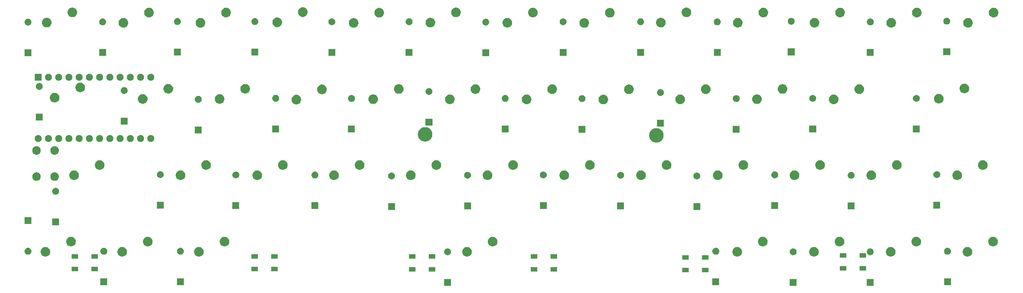
<source format=gbs>
G04 #@! TF.GenerationSoftware,KiCad,Pcbnew,(5.0.2)-1*
G04 #@! TF.CreationDate,2019-02-01T17:27:45-05:00*
G04 #@! TF.ProjectId,TG4x,54473478-2e6b-4696-9361-645f70636258,rev?*
G04 #@! TF.SameCoordinates,Original*
G04 #@! TF.FileFunction,Soldermask,Bot*
G04 #@! TF.FilePolarity,Negative*
%FSLAX46Y46*%
G04 Gerber Fmt 4.6, Leading zero omitted, Abs format (unit mm)*
G04 Created by KiCad (PCBNEW (5.0.2)-1) date 2/1/2019 5:27:45 PM*
%MOMM*%
%LPD*%
G01*
G04 APERTURE LIST*
%ADD10C,0.100000*%
G04 APERTURE END LIST*
D10*
G36*
X236309000Y-111595000D02*
X234607000Y-111595000D01*
X234607000Y-109893000D01*
X236309000Y-109893000D01*
X236309000Y-111595000D01*
X236309000Y-111595000D01*
G37*
G36*
X217182800Y-111595000D02*
X215480800Y-111595000D01*
X215480800Y-109893000D01*
X217182800Y-109893000D01*
X217182800Y-111595000D01*
X217182800Y-111595000D01*
G37*
G36*
X131407000Y-111595000D02*
X129705000Y-111595000D01*
X129705000Y-109893000D01*
X131407000Y-109893000D01*
X131407000Y-111595000D01*
X131407000Y-111595000D01*
G37*
G36*
X65087600Y-111468000D02*
X63385600Y-111468000D01*
X63385600Y-109766000D01*
X65087600Y-109766000D01*
X65087600Y-111468000D01*
X65087600Y-111468000D01*
G37*
G36*
X46088400Y-111468000D02*
X44386400Y-111468000D01*
X44386400Y-109766000D01*
X46088400Y-109766000D01*
X46088400Y-111468000D01*
X46088400Y-111468000D01*
G37*
G36*
X255486000Y-111468000D02*
X253784000Y-111468000D01*
X253784000Y-109766000D01*
X255486000Y-109766000D01*
X255486000Y-111468000D01*
X255486000Y-111468000D01*
G37*
G36*
X197980400Y-111468000D02*
X196278400Y-111468000D01*
X196278400Y-109766000D01*
X197980400Y-109766000D01*
X197980400Y-111468000D01*
X197980400Y-111468000D01*
G37*
G36*
X190375000Y-108247000D02*
X188773000Y-108247000D01*
X188773000Y-107145000D01*
X190375000Y-107145000D01*
X190375000Y-108247000D01*
X190375000Y-108247000D01*
G37*
G36*
X195275000Y-108247000D02*
X193673000Y-108247000D01*
X193673000Y-107145000D01*
X195275000Y-107145000D01*
X195275000Y-108247000D01*
X195275000Y-108247000D01*
G37*
G36*
X122557000Y-108069000D02*
X120955000Y-108069000D01*
X120955000Y-106967000D01*
X122557000Y-106967000D01*
X122557000Y-108069000D01*
X122557000Y-108069000D01*
G37*
G36*
X127457000Y-108069000D02*
X125855000Y-108069000D01*
X125855000Y-106967000D01*
X127457000Y-106967000D01*
X127457000Y-108069000D01*
X127457000Y-108069000D01*
G37*
G36*
X152783000Y-108069000D02*
X151181000Y-108069000D01*
X151181000Y-106967000D01*
X152783000Y-106967000D01*
X152783000Y-108069000D01*
X152783000Y-108069000D01*
G37*
G36*
X157683000Y-108069000D02*
X156081000Y-108069000D01*
X156081000Y-106967000D01*
X157683000Y-106967000D01*
X157683000Y-108069000D01*
X157683000Y-108069000D01*
G37*
G36*
X43727000Y-107993000D02*
X42125000Y-107993000D01*
X42125000Y-106891000D01*
X43727000Y-106891000D01*
X43727000Y-107993000D01*
X43727000Y-107993000D01*
G37*
G36*
X38827000Y-107993000D02*
X37225000Y-107993000D01*
X37225000Y-106891000D01*
X38827000Y-106891000D01*
X38827000Y-107993000D01*
X38827000Y-107993000D01*
G37*
G36*
X83441000Y-107993000D02*
X81839000Y-107993000D01*
X81839000Y-106891000D01*
X83441000Y-106891000D01*
X83441000Y-107993000D01*
X83441000Y-107993000D01*
G37*
G36*
X88341000Y-107993000D02*
X86739000Y-107993000D01*
X86739000Y-106891000D01*
X88341000Y-106891000D01*
X88341000Y-107993000D01*
X88341000Y-107993000D01*
G37*
G36*
X234391000Y-107815000D02*
X232789000Y-107815000D01*
X232789000Y-106713000D01*
X234391000Y-106713000D01*
X234391000Y-107815000D01*
X234391000Y-107815000D01*
G37*
G36*
X229491000Y-107815000D02*
X227889000Y-107815000D01*
X227889000Y-106713000D01*
X229491000Y-106713000D01*
X229491000Y-107815000D01*
X229491000Y-107815000D01*
G37*
G36*
X195275000Y-105047000D02*
X193673000Y-105047000D01*
X193673000Y-103945000D01*
X195275000Y-103945000D01*
X195275000Y-105047000D01*
X195275000Y-105047000D01*
G37*
G36*
X190375000Y-105047000D02*
X188773000Y-105047000D01*
X188773000Y-103945000D01*
X190375000Y-103945000D01*
X190375000Y-105047000D01*
X190375000Y-105047000D01*
G37*
G36*
X157683000Y-104869000D02*
X156081000Y-104869000D01*
X156081000Y-103767000D01*
X157683000Y-103767000D01*
X157683000Y-104869000D01*
X157683000Y-104869000D01*
G37*
G36*
X127457000Y-104869000D02*
X125855000Y-104869000D01*
X125855000Y-103767000D01*
X127457000Y-103767000D01*
X127457000Y-104869000D01*
X127457000Y-104869000D01*
G37*
G36*
X122557000Y-104869000D02*
X120955000Y-104869000D01*
X120955000Y-103767000D01*
X122557000Y-103767000D01*
X122557000Y-104869000D01*
X122557000Y-104869000D01*
G37*
G36*
X152783000Y-104869000D02*
X151181000Y-104869000D01*
X151181000Y-103767000D01*
X152783000Y-103767000D01*
X152783000Y-104869000D01*
X152783000Y-104869000D01*
G37*
G36*
X43727000Y-104793000D02*
X42125000Y-104793000D01*
X42125000Y-103691000D01*
X43727000Y-103691000D01*
X43727000Y-104793000D01*
X43727000Y-104793000D01*
G37*
G36*
X38827000Y-104793000D02*
X37225000Y-104793000D01*
X37225000Y-103691000D01*
X38827000Y-103691000D01*
X38827000Y-104793000D01*
X38827000Y-104793000D01*
G37*
G36*
X83441000Y-104793000D02*
X81839000Y-104793000D01*
X81839000Y-103691000D01*
X83441000Y-103691000D01*
X83441000Y-104793000D01*
X83441000Y-104793000D01*
G37*
G36*
X88341000Y-104793000D02*
X86739000Y-104793000D01*
X86739000Y-103691000D01*
X88341000Y-103691000D01*
X88341000Y-104793000D01*
X88341000Y-104793000D01*
G37*
G36*
X234391000Y-104615000D02*
X232789000Y-104615000D01*
X232789000Y-103513000D01*
X234391000Y-103513000D01*
X234391000Y-104615000D01*
X234391000Y-104615000D01*
G37*
G36*
X229491000Y-104615000D02*
X227889000Y-104615000D01*
X227889000Y-103513000D01*
X229491000Y-103513000D01*
X229491000Y-104615000D01*
X229491000Y-104615000D01*
G37*
G36*
X31082277Y-101975885D02*
X31299572Y-102065891D01*
X31495131Y-102196560D01*
X31661440Y-102362869D01*
X31792109Y-102558428D01*
X31882115Y-102775723D01*
X31928000Y-103006401D01*
X31928000Y-103241599D01*
X31882115Y-103472277D01*
X31792109Y-103689572D01*
X31661440Y-103885131D01*
X31495131Y-104051440D01*
X31299572Y-104182109D01*
X31082277Y-104272115D01*
X30851599Y-104318000D01*
X30616401Y-104318000D01*
X30385723Y-104272115D01*
X30168428Y-104182109D01*
X29972869Y-104051440D01*
X29806560Y-103885131D01*
X29675891Y-103689572D01*
X29585885Y-103472277D01*
X29540000Y-103241599D01*
X29540000Y-103006401D01*
X29585885Y-102775723D01*
X29675891Y-102558428D01*
X29806560Y-102362869D01*
X29972869Y-102196560D01*
X30168428Y-102065891D01*
X30385723Y-101975885D01*
X30616401Y-101930000D01*
X30851599Y-101930000D01*
X31082277Y-101975885D01*
X31082277Y-101975885D01*
G37*
G36*
X50132277Y-101975885D02*
X50349572Y-102065891D01*
X50545131Y-102196560D01*
X50711440Y-102362869D01*
X50842109Y-102558428D01*
X50932115Y-102775723D01*
X50978000Y-103006401D01*
X50978000Y-103241599D01*
X50932115Y-103472277D01*
X50842109Y-103689572D01*
X50711440Y-103885131D01*
X50545131Y-104051440D01*
X50349572Y-104182109D01*
X50132277Y-104272115D01*
X49901599Y-104318000D01*
X49666401Y-104318000D01*
X49435723Y-104272115D01*
X49218428Y-104182109D01*
X49022869Y-104051440D01*
X48856560Y-103885131D01*
X48725891Y-103689572D01*
X48635885Y-103472277D01*
X48590000Y-103241599D01*
X48590000Y-103006401D01*
X48635885Y-102775723D01*
X48725891Y-102558428D01*
X48856560Y-102362869D01*
X49022869Y-102196560D01*
X49218428Y-102065891D01*
X49435723Y-101975885D01*
X49666401Y-101930000D01*
X49901599Y-101930000D01*
X50132277Y-101975885D01*
X50132277Y-101975885D01*
G37*
G36*
X259936277Y-101975885D02*
X260153572Y-102065891D01*
X260349131Y-102196560D01*
X260515440Y-102362869D01*
X260646109Y-102558428D01*
X260736115Y-102775723D01*
X260782000Y-103006401D01*
X260782000Y-103241599D01*
X260736115Y-103472277D01*
X260646109Y-103689572D01*
X260515440Y-103885131D01*
X260349131Y-104051440D01*
X260153572Y-104182109D01*
X259936277Y-104272115D01*
X259705599Y-104318000D01*
X259470401Y-104318000D01*
X259239723Y-104272115D01*
X259022428Y-104182109D01*
X258826869Y-104051440D01*
X258660560Y-103885131D01*
X258529891Y-103689572D01*
X258439885Y-103472277D01*
X258394000Y-103241599D01*
X258394000Y-103006401D01*
X258439885Y-102775723D01*
X258529891Y-102558428D01*
X258660560Y-102362869D01*
X258826869Y-102196560D01*
X259022428Y-102065891D01*
X259239723Y-101975885D01*
X259470401Y-101930000D01*
X259705599Y-101930000D01*
X259936277Y-101975885D01*
X259936277Y-101975885D01*
G37*
G36*
X69182277Y-101975885D02*
X69399572Y-102065891D01*
X69595131Y-102196560D01*
X69761440Y-102362869D01*
X69892109Y-102558428D01*
X69982115Y-102775723D01*
X70028000Y-103006401D01*
X70028000Y-103241599D01*
X69982115Y-103472277D01*
X69892109Y-103689572D01*
X69761440Y-103885131D01*
X69595131Y-104051440D01*
X69399572Y-104182109D01*
X69182277Y-104272115D01*
X68951599Y-104318000D01*
X68716401Y-104318000D01*
X68485723Y-104272115D01*
X68268428Y-104182109D01*
X68072869Y-104051440D01*
X67906560Y-103885131D01*
X67775891Y-103689572D01*
X67685885Y-103472277D01*
X67640000Y-103241599D01*
X67640000Y-103006401D01*
X67685885Y-102775723D01*
X67775891Y-102558428D01*
X67906560Y-102362869D01*
X68072869Y-102196560D01*
X68268428Y-102065891D01*
X68485723Y-101975885D01*
X68716401Y-101930000D01*
X68951599Y-101930000D01*
X69182277Y-101975885D01*
X69182277Y-101975885D01*
G37*
G36*
X202786277Y-101975885D02*
X203003572Y-102065891D01*
X203199131Y-102196560D01*
X203365440Y-102362869D01*
X203496109Y-102558428D01*
X203586115Y-102775723D01*
X203632000Y-103006401D01*
X203632000Y-103241599D01*
X203586115Y-103472277D01*
X203496109Y-103689572D01*
X203365440Y-103885131D01*
X203199131Y-104051440D01*
X203003572Y-104182109D01*
X202786277Y-104272115D01*
X202555599Y-104318000D01*
X202320401Y-104318000D01*
X202089723Y-104272115D01*
X201872428Y-104182109D01*
X201676869Y-104051440D01*
X201510560Y-103885131D01*
X201379891Y-103689572D01*
X201289885Y-103472277D01*
X201244000Y-103241599D01*
X201244000Y-103006401D01*
X201289885Y-102775723D01*
X201379891Y-102558428D01*
X201510560Y-102362869D01*
X201676869Y-102196560D01*
X201872428Y-102065891D01*
X202089723Y-101975885D01*
X202320401Y-101930000D01*
X202555599Y-101930000D01*
X202786277Y-101975885D01*
X202786277Y-101975885D01*
G37*
G36*
X240886277Y-101975885D02*
X241103572Y-102065891D01*
X241299131Y-102196560D01*
X241465440Y-102362869D01*
X241596109Y-102558428D01*
X241686115Y-102775723D01*
X241732000Y-103006401D01*
X241732000Y-103241599D01*
X241686115Y-103472277D01*
X241596109Y-103689572D01*
X241465440Y-103885131D01*
X241299131Y-104051440D01*
X241103572Y-104182109D01*
X240886277Y-104272115D01*
X240655599Y-104318000D01*
X240420401Y-104318000D01*
X240189723Y-104272115D01*
X239972428Y-104182109D01*
X239776869Y-104051440D01*
X239610560Y-103885131D01*
X239479891Y-103689572D01*
X239389885Y-103472277D01*
X239344000Y-103241599D01*
X239344000Y-103006401D01*
X239389885Y-102775723D01*
X239479891Y-102558428D01*
X239610560Y-102362869D01*
X239776869Y-102196560D01*
X239972428Y-102065891D01*
X240189723Y-101975885D01*
X240420401Y-101930000D01*
X240655599Y-101930000D01*
X240886277Y-101975885D01*
X240886277Y-101975885D01*
G37*
G36*
X221836277Y-101975885D02*
X222053572Y-102065891D01*
X222249131Y-102196560D01*
X222415440Y-102362869D01*
X222546109Y-102558428D01*
X222636115Y-102775723D01*
X222682000Y-103006401D01*
X222682000Y-103241599D01*
X222636115Y-103472277D01*
X222546109Y-103689572D01*
X222415440Y-103885131D01*
X222249131Y-104051440D01*
X222053572Y-104182109D01*
X221836277Y-104272115D01*
X221605599Y-104318000D01*
X221370401Y-104318000D01*
X221139723Y-104272115D01*
X220922428Y-104182109D01*
X220726869Y-104051440D01*
X220560560Y-103885131D01*
X220429891Y-103689572D01*
X220339885Y-103472277D01*
X220294000Y-103241599D01*
X220294000Y-103006401D01*
X220339885Y-102775723D01*
X220429891Y-102558428D01*
X220560560Y-102362869D01*
X220726869Y-102196560D01*
X220922428Y-102065891D01*
X221139723Y-101975885D01*
X221370401Y-101930000D01*
X221605599Y-101930000D01*
X221836277Y-101975885D01*
X221836277Y-101975885D01*
G37*
G36*
X135730277Y-101975885D02*
X135947572Y-102065891D01*
X136143131Y-102196560D01*
X136309440Y-102362869D01*
X136440109Y-102558428D01*
X136530115Y-102775723D01*
X136576000Y-103006401D01*
X136576000Y-103241599D01*
X136530115Y-103472277D01*
X136440109Y-103689572D01*
X136309440Y-103885131D01*
X136143131Y-104051440D01*
X135947572Y-104182109D01*
X135730277Y-104272115D01*
X135499599Y-104318000D01*
X135264401Y-104318000D01*
X135033723Y-104272115D01*
X134816428Y-104182109D01*
X134620869Y-104051440D01*
X134454560Y-103885131D01*
X134323891Y-103689572D01*
X134233885Y-103472277D01*
X134188000Y-103241599D01*
X134188000Y-103006401D01*
X134233885Y-102775723D01*
X134323891Y-102558428D01*
X134454560Y-102362869D01*
X134620869Y-102196560D01*
X134816428Y-102065891D01*
X135033723Y-101975885D01*
X135264401Y-101930000D01*
X135499599Y-101930000D01*
X135730277Y-101975885D01*
X135730277Y-101975885D01*
G37*
G36*
X235624821Y-102285313D02*
X235624824Y-102285314D01*
X235624825Y-102285314D01*
X235785239Y-102333975D01*
X235785241Y-102333976D01*
X235785244Y-102333977D01*
X235933078Y-102412995D01*
X236062659Y-102519341D01*
X236169005Y-102648922D01*
X236248023Y-102796756D01*
X236296687Y-102957179D01*
X236313117Y-103124000D01*
X236296687Y-103290821D01*
X236248023Y-103451244D01*
X236169005Y-103599078D01*
X236062659Y-103728659D01*
X235933078Y-103835005D01*
X235785244Y-103914023D01*
X235785241Y-103914024D01*
X235785239Y-103914025D01*
X235624825Y-103962686D01*
X235624824Y-103962686D01*
X235624821Y-103962687D01*
X235499804Y-103975000D01*
X235416196Y-103975000D01*
X235291179Y-103962687D01*
X235291176Y-103962686D01*
X235291175Y-103962686D01*
X235130761Y-103914025D01*
X235130759Y-103914024D01*
X235130756Y-103914023D01*
X234982922Y-103835005D01*
X234853341Y-103728659D01*
X234746995Y-103599078D01*
X234667977Y-103451244D01*
X234619313Y-103290821D01*
X234602883Y-103124000D01*
X234619313Y-102957179D01*
X234667977Y-102796756D01*
X234746995Y-102648922D01*
X234853341Y-102519341D01*
X234982922Y-102412995D01*
X235130756Y-102333977D01*
X235130759Y-102333976D01*
X235130761Y-102333975D01*
X235291175Y-102285314D01*
X235291176Y-102285314D01*
X235291179Y-102285313D01*
X235416196Y-102273000D01*
X235499804Y-102273000D01*
X235624821Y-102285313D01*
X235624821Y-102285313D01*
G37*
G36*
X216498621Y-102285313D02*
X216498624Y-102285314D01*
X216498625Y-102285314D01*
X216659039Y-102333975D01*
X216659041Y-102333976D01*
X216659044Y-102333977D01*
X216806878Y-102412995D01*
X216936459Y-102519341D01*
X217042805Y-102648922D01*
X217121823Y-102796756D01*
X217170487Y-102957179D01*
X217186917Y-103124000D01*
X217170487Y-103290821D01*
X217121823Y-103451244D01*
X217042805Y-103599078D01*
X216936459Y-103728659D01*
X216806878Y-103835005D01*
X216659044Y-103914023D01*
X216659041Y-103914024D01*
X216659039Y-103914025D01*
X216498625Y-103962686D01*
X216498624Y-103962686D01*
X216498621Y-103962687D01*
X216373604Y-103975000D01*
X216289996Y-103975000D01*
X216164979Y-103962687D01*
X216164976Y-103962686D01*
X216164975Y-103962686D01*
X216004561Y-103914025D01*
X216004559Y-103914024D01*
X216004556Y-103914023D01*
X215856722Y-103835005D01*
X215727141Y-103728659D01*
X215620795Y-103599078D01*
X215541777Y-103451244D01*
X215493113Y-103290821D01*
X215476683Y-103124000D01*
X215493113Y-102957179D01*
X215541777Y-102796756D01*
X215620795Y-102648922D01*
X215727141Y-102519341D01*
X215856722Y-102412995D01*
X216004556Y-102333977D01*
X216004559Y-102333976D01*
X216004561Y-102333975D01*
X216164975Y-102285314D01*
X216164976Y-102285314D01*
X216164979Y-102285313D01*
X216289996Y-102273000D01*
X216373604Y-102273000D01*
X216498621Y-102285313D01*
X216498621Y-102285313D01*
G37*
G36*
X130722821Y-102285313D02*
X130722824Y-102285314D01*
X130722825Y-102285314D01*
X130883239Y-102333975D01*
X130883241Y-102333976D01*
X130883244Y-102333977D01*
X131031078Y-102412995D01*
X131160659Y-102519341D01*
X131267005Y-102648922D01*
X131346023Y-102796756D01*
X131394687Y-102957179D01*
X131411117Y-103124000D01*
X131394687Y-103290821D01*
X131346023Y-103451244D01*
X131267005Y-103599078D01*
X131160659Y-103728659D01*
X131031078Y-103835005D01*
X130883244Y-103914023D01*
X130883241Y-103914024D01*
X130883239Y-103914025D01*
X130722825Y-103962686D01*
X130722824Y-103962686D01*
X130722821Y-103962687D01*
X130597804Y-103975000D01*
X130514196Y-103975000D01*
X130389179Y-103962687D01*
X130389176Y-103962686D01*
X130389175Y-103962686D01*
X130228761Y-103914025D01*
X130228759Y-103914024D01*
X130228756Y-103914023D01*
X130080922Y-103835005D01*
X129951341Y-103728659D01*
X129844995Y-103599078D01*
X129765977Y-103451244D01*
X129717313Y-103290821D01*
X129700883Y-103124000D01*
X129717313Y-102957179D01*
X129765977Y-102796756D01*
X129844995Y-102648922D01*
X129951341Y-102519341D01*
X130080922Y-102412995D01*
X130228756Y-102333977D01*
X130228759Y-102333976D01*
X130228761Y-102333975D01*
X130389175Y-102285314D01*
X130389176Y-102285314D01*
X130389179Y-102285313D01*
X130514196Y-102273000D01*
X130597804Y-102273000D01*
X130722821Y-102285313D01*
X130722821Y-102285313D01*
G37*
G36*
X64403421Y-102158313D02*
X64403424Y-102158314D01*
X64403425Y-102158314D01*
X64563839Y-102206975D01*
X64563841Y-102206976D01*
X64563844Y-102206977D01*
X64711678Y-102285995D01*
X64841259Y-102392341D01*
X64947605Y-102521922D01*
X65026623Y-102669756D01*
X65075287Y-102830179D01*
X65091717Y-102997000D01*
X65075287Y-103163821D01*
X65075286Y-103163824D01*
X65075286Y-103163825D01*
X65051694Y-103241599D01*
X65026623Y-103324244D01*
X64947605Y-103472078D01*
X64841259Y-103601659D01*
X64711678Y-103708005D01*
X64563844Y-103787023D01*
X64563841Y-103787024D01*
X64563839Y-103787025D01*
X64403425Y-103835686D01*
X64403424Y-103835686D01*
X64403421Y-103835687D01*
X64278404Y-103848000D01*
X64194796Y-103848000D01*
X64069779Y-103835687D01*
X64069776Y-103835686D01*
X64069775Y-103835686D01*
X63909361Y-103787025D01*
X63909359Y-103787024D01*
X63909356Y-103787023D01*
X63761522Y-103708005D01*
X63631941Y-103601659D01*
X63525595Y-103472078D01*
X63446577Y-103324244D01*
X63421507Y-103241599D01*
X63397914Y-103163825D01*
X63397914Y-103163824D01*
X63397913Y-103163821D01*
X63381483Y-102997000D01*
X63397913Y-102830179D01*
X63446577Y-102669756D01*
X63525595Y-102521922D01*
X63631941Y-102392341D01*
X63761522Y-102285995D01*
X63909356Y-102206977D01*
X63909359Y-102206976D01*
X63909361Y-102206975D01*
X64069775Y-102158314D01*
X64069776Y-102158314D01*
X64069779Y-102158313D01*
X64194796Y-102146000D01*
X64278404Y-102146000D01*
X64403421Y-102158313D01*
X64403421Y-102158313D01*
G37*
G36*
X254801821Y-102158313D02*
X254801824Y-102158314D01*
X254801825Y-102158314D01*
X254962239Y-102206975D01*
X254962241Y-102206976D01*
X254962244Y-102206977D01*
X255110078Y-102285995D01*
X255239659Y-102392341D01*
X255346005Y-102521922D01*
X255425023Y-102669756D01*
X255473687Y-102830179D01*
X255490117Y-102997000D01*
X255473687Y-103163821D01*
X255473686Y-103163824D01*
X255473686Y-103163825D01*
X255450094Y-103241599D01*
X255425023Y-103324244D01*
X255346005Y-103472078D01*
X255239659Y-103601659D01*
X255110078Y-103708005D01*
X254962244Y-103787023D01*
X254962241Y-103787024D01*
X254962239Y-103787025D01*
X254801825Y-103835686D01*
X254801824Y-103835686D01*
X254801821Y-103835687D01*
X254676804Y-103848000D01*
X254593196Y-103848000D01*
X254468179Y-103835687D01*
X254468176Y-103835686D01*
X254468175Y-103835686D01*
X254307761Y-103787025D01*
X254307759Y-103787024D01*
X254307756Y-103787023D01*
X254159922Y-103708005D01*
X254030341Y-103601659D01*
X253923995Y-103472078D01*
X253844977Y-103324244D01*
X253819907Y-103241599D01*
X253796314Y-103163825D01*
X253796314Y-103163824D01*
X253796313Y-103163821D01*
X253779883Y-102997000D01*
X253796313Y-102830179D01*
X253844977Y-102669756D01*
X253923995Y-102521922D01*
X254030341Y-102392341D01*
X254159922Y-102285995D01*
X254307756Y-102206977D01*
X254307759Y-102206976D01*
X254307761Y-102206975D01*
X254468175Y-102158314D01*
X254468176Y-102158314D01*
X254468179Y-102158313D01*
X254593196Y-102146000D01*
X254676804Y-102146000D01*
X254801821Y-102158313D01*
X254801821Y-102158313D01*
G37*
G36*
X26582821Y-102158313D02*
X26582824Y-102158314D01*
X26582825Y-102158314D01*
X26743239Y-102206975D01*
X26743241Y-102206976D01*
X26743244Y-102206977D01*
X26891078Y-102285995D01*
X27020659Y-102392341D01*
X27127005Y-102521922D01*
X27206023Y-102669756D01*
X27254687Y-102830179D01*
X27271117Y-102997000D01*
X27254687Y-103163821D01*
X27254686Y-103163824D01*
X27254686Y-103163825D01*
X27231094Y-103241599D01*
X27206023Y-103324244D01*
X27127005Y-103472078D01*
X27020659Y-103601659D01*
X26891078Y-103708005D01*
X26743244Y-103787023D01*
X26743241Y-103787024D01*
X26743239Y-103787025D01*
X26582825Y-103835686D01*
X26582824Y-103835686D01*
X26582821Y-103835687D01*
X26457804Y-103848000D01*
X26374196Y-103848000D01*
X26249179Y-103835687D01*
X26249176Y-103835686D01*
X26249175Y-103835686D01*
X26088761Y-103787025D01*
X26088759Y-103787024D01*
X26088756Y-103787023D01*
X25940922Y-103708005D01*
X25811341Y-103601659D01*
X25704995Y-103472078D01*
X25625977Y-103324244D01*
X25600907Y-103241599D01*
X25577314Y-103163825D01*
X25577314Y-103163824D01*
X25577313Y-103163821D01*
X25560883Y-102997000D01*
X25577313Y-102830179D01*
X25625977Y-102669756D01*
X25704995Y-102521922D01*
X25811341Y-102392341D01*
X25940922Y-102285995D01*
X26088756Y-102206977D01*
X26088759Y-102206976D01*
X26088761Y-102206975D01*
X26249175Y-102158314D01*
X26249176Y-102158314D01*
X26249179Y-102158313D01*
X26374196Y-102146000D01*
X26457804Y-102146000D01*
X26582821Y-102158313D01*
X26582821Y-102158313D01*
G37*
G36*
X45404221Y-102158313D02*
X45404224Y-102158314D01*
X45404225Y-102158314D01*
X45564639Y-102206975D01*
X45564641Y-102206976D01*
X45564644Y-102206977D01*
X45712478Y-102285995D01*
X45842059Y-102392341D01*
X45948405Y-102521922D01*
X46027423Y-102669756D01*
X46076087Y-102830179D01*
X46092517Y-102997000D01*
X46076087Y-103163821D01*
X46076086Y-103163824D01*
X46076086Y-103163825D01*
X46052494Y-103241599D01*
X46027423Y-103324244D01*
X45948405Y-103472078D01*
X45842059Y-103601659D01*
X45712478Y-103708005D01*
X45564644Y-103787023D01*
X45564641Y-103787024D01*
X45564639Y-103787025D01*
X45404225Y-103835686D01*
X45404224Y-103835686D01*
X45404221Y-103835687D01*
X45279204Y-103848000D01*
X45195596Y-103848000D01*
X45070579Y-103835687D01*
X45070576Y-103835686D01*
X45070575Y-103835686D01*
X44910161Y-103787025D01*
X44910159Y-103787024D01*
X44910156Y-103787023D01*
X44762322Y-103708005D01*
X44632741Y-103601659D01*
X44526395Y-103472078D01*
X44447377Y-103324244D01*
X44422307Y-103241599D01*
X44398714Y-103163825D01*
X44398714Y-103163824D01*
X44398713Y-103163821D01*
X44382283Y-102997000D01*
X44398713Y-102830179D01*
X44447377Y-102669756D01*
X44526395Y-102521922D01*
X44632741Y-102392341D01*
X44762322Y-102285995D01*
X44910156Y-102206977D01*
X44910159Y-102206976D01*
X44910161Y-102206975D01*
X45070575Y-102158314D01*
X45070576Y-102158314D01*
X45070579Y-102158313D01*
X45195596Y-102146000D01*
X45279204Y-102146000D01*
X45404221Y-102158313D01*
X45404221Y-102158313D01*
G37*
G36*
X197296221Y-102158313D02*
X197296224Y-102158314D01*
X197296225Y-102158314D01*
X197456639Y-102206975D01*
X197456641Y-102206976D01*
X197456644Y-102206977D01*
X197604478Y-102285995D01*
X197734059Y-102392341D01*
X197840405Y-102521922D01*
X197919423Y-102669756D01*
X197968087Y-102830179D01*
X197984517Y-102997000D01*
X197968087Y-103163821D01*
X197968086Y-103163824D01*
X197968086Y-103163825D01*
X197944494Y-103241599D01*
X197919423Y-103324244D01*
X197840405Y-103472078D01*
X197734059Y-103601659D01*
X197604478Y-103708005D01*
X197456644Y-103787023D01*
X197456641Y-103787024D01*
X197456639Y-103787025D01*
X197296225Y-103835686D01*
X197296224Y-103835686D01*
X197296221Y-103835687D01*
X197171204Y-103848000D01*
X197087596Y-103848000D01*
X196962579Y-103835687D01*
X196962576Y-103835686D01*
X196962575Y-103835686D01*
X196802161Y-103787025D01*
X196802159Y-103787024D01*
X196802156Y-103787023D01*
X196654322Y-103708005D01*
X196524741Y-103601659D01*
X196418395Y-103472078D01*
X196339377Y-103324244D01*
X196314307Y-103241599D01*
X196290714Y-103163825D01*
X196290714Y-103163824D01*
X196290713Y-103163821D01*
X196274283Y-102997000D01*
X196290713Y-102830179D01*
X196339377Y-102669756D01*
X196418395Y-102521922D01*
X196524741Y-102392341D01*
X196654322Y-102285995D01*
X196802156Y-102206977D01*
X196802159Y-102206976D01*
X196802161Y-102206975D01*
X196962575Y-102158314D01*
X196962576Y-102158314D01*
X196962579Y-102158313D01*
X197087596Y-102146000D01*
X197171204Y-102146000D01*
X197296221Y-102158313D01*
X197296221Y-102158313D01*
G37*
G36*
X209136277Y-99435885D02*
X209353572Y-99525891D01*
X209549131Y-99656560D01*
X209715440Y-99822869D01*
X209846109Y-100018428D01*
X209936115Y-100235723D01*
X209982000Y-100466401D01*
X209982000Y-100701599D01*
X209936115Y-100932277D01*
X209846109Y-101149572D01*
X209715440Y-101345131D01*
X209549131Y-101511440D01*
X209353572Y-101642109D01*
X209136277Y-101732115D01*
X208905599Y-101778000D01*
X208670401Y-101778000D01*
X208439723Y-101732115D01*
X208222428Y-101642109D01*
X208026869Y-101511440D01*
X207860560Y-101345131D01*
X207729891Y-101149572D01*
X207639885Y-100932277D01*
X207594000Y-100701599D01*
X207594000Y-100466401D01*
X207639885Y-100235723D01*
X207729891Y-100018428D01*
X207860560Y-99822869D01*
X208026869Y-99656560D01*
X208222428Y-99525891D01*
X208439723Y-99435885D01*
X208670401Y-99390000D01*
X208905599Y-99390000D01*
X209136277Y-99435885D01*
X209136277Y-99435885D01*
G37*
G36*
X228186277Y-99435885D02*
X228403572Y-99525891D01*
X228599131Y-99656560D01*
X228765440Y-99822869D01*
X228896109Y-100018428D01*
X228986115Y-100235723D01*
X229032000Y-100466401D01*
X229032000Y-100701599D01*
X228986115Y-100932277D01*
X228896109Y-101149572D01*
X228765440Y-101345131D01*
X228599131Y-101511440D01*
X228403572Y-101642109D01*
X228186277Y-101732115D01*
X227955599Y-101778000D01*
X227720401Y-101778000D01*
X227489723Y-101732115D01*
X227272428Y-101642109D01*
X227076869Y-101511440D01*
X226910560Y-101345131D01*
X226779891Y-101149572D01*
X226689885Y-100932277D01*
X226644000Y-100701599D01*
X226644000Y-100466401D01*
X226689885Y-100235723D01*
X226779891Y-100018428D01*
X226910560Y-99822869D01*
X227076869Y-99656560D01*
X227272428Y-99525891D01*
X227489723Y-99435885D01*
X227720401Y-99390000D01*
X227955599Y-99390000D01*
X228186277Y-99435885D01*
X228186277Y-99435885D01*
G37*
G36*
X142080277Y-99435885D02*
X142297572Y-99525891D01*
X142493131Y-99656560D01*
X142659440Y-99822869D01*
X142790109Y-100018428D01*
X142880115Y-100235723D01*
X142926000Y-100466401D01*
X142926000Y-100701599D01*
X142880115Y-100932277D01*
X142790109Y-101149572D01*
X142659440Y-101345131D01*
X142493131Y-101511440D01*
X142297572Y-101642109D01*
X142080277Y-101732115D01*
X141849599Y-101778000D01*
X141614401Y-101778000D01*
X141383723Y-101732115D01*
X141166428Y-101642109D01*
X140970869Y-101511440D01*
X140804560Y-101345131D01*
X140673891Y-101149572D01*
X140583885Y-100932277D01*
X140538000Y-100701599D01*
X140538000Y-100466401D01*
X140583885Y-100235723D01*
X140673891Y-100018428D01*
X140804560Y-99822869D01*
X140970869Y-99656560D01*
X141166428Y-99525891D01*
X141383723Y-99435885D01*
X141614401Y-99390000D01*
X141849599Y-99390000D01*
X142080277Y-99435885D01*
X142080277Y-99435885D01*
G37*
G36*
X75532277Y-99435885D02*
X75749572Y-99525891D01*
X75945131Y-99656560D01*
X76111440Y-99822869D01*
X76242109Y-100018428D01*
X76332115Y-100235723D01*
X76378000Y-100466401D01*
X76378000Y-100701599D01*
X76332115Y-100932277D01*
X76242109Y-101149572D01*
X76111440Y-101345131D01*
X75945131Y-101511440D01*
X75749572Y-101642109D01*
X75532277Y-101732115D01*
X75301599Y-101778000D01*
X75066401Y-101778000D01*
X74835723Y-101732115D01*
X74618428Y-101642109D01*
X74422869Y-101511440D01*
X74256560Y-101345131D01*
X74125891Y-101149572D01*
X74035885Y-100932277D01*
X73990000Y-100701599D01*
X73990000Y-100466401D01*
X74035885Y-100235723D01*
X74125891Y-100018428D01*
X74256560Y-99822869D01*
X74422869Y-99656560D01*
X74618428Y-99525891D01*
X74835723Y-99435885D01*
X75066401Y-99390000D01*
X75301599Y-99390000D01*
X75532277Y-99435885D01*
X75532277Y-99435885D01*
G37*
G36*
X37432277Y-99435885D02*
X37649572Y-99525891D01*
X37845131Y-99656560D01*
X38011440Y-99822869D01*
X38142109Y-100018428D01*
X38232115Y-100235723D01*
X38278000Y-100466401D01*
X38278000Y-100701599D01*
X38232115Y-100932277D01*
X38142109Y-101149572D01*
X38011440Y-101345131D01*
X37845131Y-101511440D01*
X37649572Y-101642109D01*
X37432277Y-101732115D01*
X37201599Y-101778000D01*
X36966401Y-101778000D01*
X36735723Y-101732115D01*
X36518428Y-101642109D01*
X36322869Y-101511440D01*
X36156560Y-101345131D01*
X36025891Y-101149572D01*
X35935885Y-100932277D01*
X35890000Y-100701599D01*
X35890000Y-100466401D01*
X35935885Y-100235723D01*
X36025891Y-100018428D01*
X36156560Y-99822869D01*
X36322869Y-99656560D01*
X36518428Y-99525891D01*
X36735723Y-99435885D01*
X36966401Y-99390000D01*
X37201599Y-99390000D01*
X37432277Y-99435885D01*
X37432277Y-99435885D01*
G37*
G36*
X247236277Y-99435885D02*
X247453572Y-99525891D01*
X247649131Y-99656560D01*
X247815440Y-99822869D01*
X247946109Y-100018428D01*
X248036115Y-100235723D01*
X248082000Y-100466401D01*
X248082000Y-100701599D01*
X248036115Y-100932277D01*
X247946109Y-101149572D01*
X247815440Y-101345131D01*
X247649131Y-101511440D01*
X247453572Y-101642109D01*
X247236277Y-101732115D01*
X247005599Y-101778000D01*
X246770401Y-101778000D01*
X246539723Y-101732115D01*
X246322428Y-101642109D01*
X246126869Y-101511440D01*
X245960560Y-101345131D01*
X245829891Y-101149572D01*
X245739885Y-100932277D01*
X245694000Y-100701599D01*
X245694000Y-100466401D01*
X245739885Y-100235723D01*
X245829891Y-100018428D01*
X245960560Y-99822869D01*
X246126869Y-99656560D01*
X246322428Y-99525891D01*
X246539723Y-99435885D01*
X246770401Y-99390000D01*
X247005599Y-99390000D01*
X247236277Y-99435885D01*
X247236277Y-99435885D01*
G37*
G36*
X266286277Y-99435885D02*
X266503572Y-99525891D01*
X266699131Y-99656560D01*
X266865440Y-99822869D01*
X266996109Y-100018428D01*
X267086115Y-100235723D01*
X267132000Y-100466401D01*
X267132000Y-100701599D01*
X267086115Y-100932277D01*
X266996109Y-101149572D01*
X266865440Y-101345131D01*
X266699131Y-101511440D01*
X266503572Y-101642109D01*
X266286277Y-101732115D01*
X266055599Y-101778000D01*
X265820401Y-101778000D01*
X265589723Y-101732115D01*
X265372428Y-101642109D01*
X265176869Y-101511440D01*
X265010560Y-101345131D01*
X264879891Y-101149572D01*
X264789885Y-100932277D01*
X264744000Y-100701599D01*
X264744000Y-100466401D01*
X264789885Y-100235723D01*
X264879891Y-100018428D01*
X265010560Y-99822869D01*
X265176869Y-99656560D01*
X265372428Y-99525891D01*
X265589723Y-99435885D01*
X265820401Y-99390000D01*
X266055599Y-99390000D01*
X266286277Y-99435885D01*
X266286277Y-99435885D01*
G37*
G36*
X56482277Y-99435885D02*
X56699572Y-99525891D01*
X56895131Y-99656560D01*
X57061440Y-99822869D01*
X57192109Y-100018428D01*
X57282115Y-100235723D01*
X57328000Y-100466401D01*
X57328000Y-100701599D01*
X57282115Y-100932277D01*
X57192109Y-101149572D01*
X57061440Y-101345131D01*
X56895131Y-101511440D01*
X56699572Y-101642109D01*
X56482277Y-101732115D01*
X56251599Y-101778000D01*
X56016401Y-101778000D01*
X55785723Y-101732115D01*
X55568428Y-101642109D01*
X55372869Y-101511440D01*
X55206560Y-101345131D01*
X55075891Y-101149572D01*
X54985885Y-100932277D01*
X54940000Y-100701599D01*
X54940000Y-100466401D01*
X54985885Y-100235723D01*
X55075891Y-100018428D01*
X55206560Y-99822869D01*
X55372869Y-99656560D01*
X55568428Y-99525891D01*
X55785723Y-99435885D01*
X56016401Y-99390000D01*
X56251599Y-99390000D01*
X56482277Y-99435885D01*
X56482277Y-99435885D01*
G37*
G36*
X34125000Y-96545500D02*
X32423000Y-96545500D01*
X32423000Y-94843500D01*
X34125000Y-94843500D01*
X34125000Y-96545500D01*
X34125000Y-96545500D01*
G37*
G36*
X27267000Y-96228000D02*
X25565000Y-96228000D01*
X25565000Y-94526000D01*
X27267000Y-94526000D01*
X27267000Y-96228000D01*
X27267000Y-96228000D01*
G37*
G36*
X117487800Y-92722800D02*
X115785800Y-92722800D01*
X115785800Y-91020800D01*
X117487800Y-91020800D01*
X117487800Y-92722800D01*
X117487800Y-92722800D01*
G37*
G36*
X193256000Y-92722800D02*
X191554000Y-92722800D01*
X191554000Y-91020800D01*
X193256000Y-91020800D01*
X193256000Y-92722800D01*
X193256000Y-92722800D01*
G37*
G36*
X231584600Y-92570400D02*
X229882600Y-92570400D01*
X229882600Y-90868400D01*
X231584600Y-90868400D01*
X231584600Y-92570400D01*
X231584600Y-92570400D01*
G37*
G36*
X136360000Y-92545000D02*
X134658000Y-92545000D01*
X134658000Y-90843000D01*
X136360000Y-90843000D01*
X136360000Y-92545000D01*
X136360000Y-92545000D01*
G37*
G36*
X174358400Y-92545000D02*
X172656400Y-92545000D01*
X172656400Y-90843000D01*
X174358400Y-90843000D01*
X174358400Y-92545000D01*
X174358400Y-92545000D01*
G37*
G36*
X98488600Y-92494200D02*
X96786600Y-92494200D01*
X96786600Y-90792200D01*
X98488600Y-90792200D01*
X98488600Y-92494200D01*
X98488600Y-92494200D01*
G37*
G36*
X78854400Y-92468800D02*
X77152400Y-92468800D01*
X77152400Y-90766800D01*
X78854400Y-90766800D01*
X78854400Y-92468800D01*
X78854400Y-92468800D01*
G37*
G36*
X155156000Y-92468800D02*
X153454000Y-92468800D01*
X153454000Y-90766800D01*
X155156000Y-90766800D01*
X155156000Y-92468800D01*
X155156000Y-92468800D01*
G37*
G36*
X212610800Y-92443400D02*
X210908800Y-92443400D01*
X210908800Y-90741400D01*
X212610800Y-90741400D01*
X212610800Y-92443400D01*
X212610800Y-92443400D01*
G37*
G36*
X60109200Y-92392600D02*
X58407200Y-92392600D01*
X58407200Y-90690600D01*
X60109200Y-90690600D01*
X60109200Y-92392600D01*
X60109200Y-92392600D01*
G37*
G36*
X252844400Y-92392600D02*
X251142400Y-92392600D01*
X251142400Y-90690600D01*
X252844400Y-90690600D01*
X252844400Y-92392600D01*
X252844400Y-92392600D01*
G37*
G36*
X33440821Y-87235813D02*
X33440824Y-87235814D01*
X33440825Y-87235814D01*
X33601239Y-87284475D01*
X33601241Y-87284476D01*
X33601244Y-87284477D01*
X33749078Y-87363495D01*
X33878659Y-87469841D01*
X33985005Y-87599422D01*
X34064023Y-87747256D01*
X34112687Y-87907679D01*
X34129117Y-88074500D01*
X34112687Y-88241321D01*
X34064023Y-88401744D01*
X33985005Y-88549578D01*
X33878659Y-88679159D01*
X33749078Y-88785505D01*
X33601244Y-88864523D01*
X33601241Y-88864524D01*
X33601239Y-88864525D01*
X33440825Y-88913186D01*
X33440824Y-88913186D01*
X33440821Y-88913187D01*
X33315804Y-88925500D01*
X33232196Y-88925500D01*
X33107179Y-88913187D01*
X33107176Y-88913186D01*
X33107175Y-88913186D01*
X32946761Y-88864525D01*
X32946759Y-88864524D01*
X32946756Y-88864523D01*
X32798922Y-88785505D01*
X32669341Y-88679159D01*
X32562995Y-88549578D01*
X32483977Y-88401744D01*
X32435313Y-88241321D01*
X32418883Y-88074500D01*
X32435313Y-87907679D01*
X32483977Y-87747256D01*
X32562995Y-87599422D01*
X32669341Y-87469841D01*
X32798922Y-87363495D01*
X32946756Y-87284477D01*
X32946759Y-87284476D01*
X32946761Y-87284475D01*
X33107175Y-87235814D01*
X33107176Y-87235814D01*
X33107179Y-87235813D01*
X33232196Y-87223500D01*
X33315804Y-87223500D01*
X33440821Y-87235813D01*
X33440821Y-87235813D01*
G37*
G36*
X28826565Y-83403889D02*
X29017834Y-83483115D01*
X29189976Y-83598137D01*
X29336363Y-83744524D01*
X29451385Y-83916666D01*
X29530611Y-84107935D01*
X29571000Y-84310984D01*
X29571000Y-84518016D01*
X29530611Y-84721065D01*
X29451385Y-84912334D01*
X29336363Y-85084476D01*
X29189976Y-85230863D01*
X29017834Y-85345885D01*
X28826565Y-85425111D01*
X28623516Y-85465500D01*
X28416484Y-85465500D01*
X28213435Y-85425111D01*
X28022166Y-85345885D01*
X27850024Y-85230863D01*
X27703637Y-85084476D01*
X27588615Y-84912334D01*
X27509389Y-84721065D01*
X27469000Y-84518016D01*
X27469000Y-84310984D01*
X27509389Y-84107935D01*
X27588615Y-83916666D01*
X27703637Y-83744524D01*
X27850024Y-83598137D01*
X28022166Y-83483115D01*
X28213435Y-83403889D01*
X28416484Y-83363500D01*
X28623516Y-83363500D01*
X28826565Y-83403889D01*
X28826565Y-83403889D01*
G37*
G36*
X33326565Y-83403889D02*
X33517834Y-83483115D01*
X33689976Y-83598137D01*
X33836363Y-83744524D01*
X33951385Y-83916666D01*
X34030611Y-84107935D01*
X34071000Y-84310984D01*
X34071000Y-84518016D01*
X34030611Y-84721065D01*
X33951385Y-84912334D01*
X33836363Y-85084476D01*
X33689976Y-85230863D01*
X33517834Y-85345885D01*
X33326565Y-85425111D01*
X33123516Y-85465500D01*
X32916484Y-85465500D01*
X32713435Y-85425111D01*
X32522166Y-85345885D01*
X32350024Y-85230863D01*
X32203637Y-85084476D01*
X32088615Y-84912334D01*
X32009389Y-84721065D01*
X31969000Y-84518016D01*
X31969000Y-84310984D01*
X32009389Y-84107935D01*
X32088615Y-83916666D01*
X32203637Y-83744524D01*
X32350024Y-83598137D01*
X32522166Y-83483115D01*
X32713435Y-83403889D01*
X32916484Y-83363500D01*
X33123516Y-83363500D01*
X33326565Y-83403889D01*
X33326565Y-83403889D01*
G37*
G36*
X159860277Y-82925885D02*
X160077572Y-83015891D01*
X160273131Y-83146560D01*
X160439440Y-83312869D01*
X160570109Y-83508428D01*
X160660115Y-83725723D01*
X160706000Y-83956401D01*
X160706000Y-84191599D01*
X160660115Y-84422277D01*
X160570109Y-84639572D01*
X160439440Y-84835131D01*
X160273131Y-85001440D01*
X160077572Y-85132109D01*
X159860277Y-85222115D01*
X159629599Y-85268000D01*
X159394401Y-85268000D01*
X159163723Y-85222115D01*
X158946428Y-85132109D01*
X158750869Y-85001440D01*
X158584560Y-84835131D01*
X158453891Y-84639572D01*
X158363885Y-84422277D01*
X158318000Y-84191599D01*
X158318000Y-83956401D01*
X158363885Y-83725723D01*
X158453891Y-83508428D01*
X158584560Y-83312869D01*
X158750869Y-83146560D01*
X158946428Y-83015891D01*
X159163723Y-82925885D01*
X159394401Y-82880000D01*
X159629599Y-82880000D01*
X159860277Y-82925885D01*
X159860277Y-82925885D01*
G37*
G36*
X217010277Y-82925885D02*
X217227572Y-83015891D01*
X217423131Y-83146560D01*
X217589440Y-83312869D01*
X217720109Y-83508428D01*
X217810115Y-83725723D01*
X217856000Y-83956401D01*
X217856000Y-84191599D01*
X217810115Y-84422277D01*
X217720109Y-84639572D01*
X217589440Y-84835131D01*
X217423131Y-85001440D01*
X217227572Y-85132109D01*
X217010277Y-85222115D01*
X216779599Y-85268000D01*
X216544401Y-85268000D01*
X216313723Y-85222115D01*
X216096428Y-85132109D01*
X215900869Y-85001440D01*
X215734560Y-84835131D01*
X215603891Y-84639572D01*
X215513885Y-84422277D01*
X215468000Y-84191599D01*
X215468000Y-83956401D01*
X215513885Y-83725723D01*
X215603891Y-83508428D01*
X215734560Y-83312869D01*
X215900869Y-83146560D01*
X216096428Y-83015891D01*
X216313723Y-82925885D01*
X216544401Y-82880000D01*
X216779599Y-82880000D01*
X217010277Y-82925885D01*
X217010277Y-82925885D01*
G37*
G36*
X257396277Y-82925885D02*
X257613572Y-83015891D01*
X257809131Y-83146560D01*
X257975440Y-83312869D01*
X258106109Y-83508428D01*
X258196115Y-83725723D01*
X258242000Y-83956401D01*
X258242000Y-84191599D01*
X258196115Y-84422277D01*
X258106109Y-84639572D01*
X257975440Y-84835131D01*
X257809131Y-85001440D01*
X257613572Y-85132109D01*
X257396277Y-85222115D01*
X257165599Y-85268000D01*
X256930401Y-85268000D01*
X256699723Y-85222115D01*
X256482428Y-85132109D01*
X256286869Y-85001440D01*
X256120560Y-84835131D01*
X255989891Y-84639572D01*
X255899885Y-84422277D01*
X255854000Y-84191599D01*
X255854000Y-83956401D01*
X255899885Y-83725723D01*
X255989891Y-83508428D01*
X256120560Y-83312869D01*
X256286869Y-83146560D01*
X256482428Y-83015891D01*
X256699723Y-82925885D01*
X256930401Y-82880000D01*
X257165599Y-82880000D01*
X257396277Y-82925885D01*
X257396277Y-82925885D01*
G37*
G36*
X178910277Y-82925885D02*
X179127572Y-83015891D01*
X179323131Y-83146560D01*
X179489440Y-83312869D01*
X179620109Y-83508428D01*
X179710115Y-83725723D01*
X179756000Y-83956401D01*
X179756000Y-84191599D01*
X179710115Y-84422277D01*
X179620109Y-84639572D01*
X179489440Y-84835131D01*
X179323131Y-85001440D01*
X179127572Y-85132109D01*
X178910277Y-85222115D01*
X178679599Y-85268000D01*
X178444401Y-85268000D01*
X178213723Y-85222115D01*
X177996428Y-85132109D01*
X177800869Y-85001440D01*
X177634560Y-84835131D01*
X177503891Y-84639572D01*
X177413885Y-84422277D01*
X177368000Y-84191599D01*
X177368000Y-83956401D01*
X177413885Y-83725723D01*
X177503891Y-83508428D01*
X177634560Y-83312869D01*
X177800869Y-83146560D01*
X177996428Y-83015891D01*
X178213723Y-82925885D01*
X178444401Y-82880000D01*
X178679599Y-82880000D01*
X178910277Y-82925885D01*
X178910277Y-82925885D01*
G37*
G36*
X197960277Y-82925885D02*
X198177572Y-83015891D01*
X198373131Y-83146560D01*
X198539440Y-83312869D01*
X198670109Y-83508428D01*
X198760115Y-83725723D01*
X198806000Y-83956401D01*
X198806000Y-84191599D01*
X198760115Y-84422277D01*
X198670109Y-84639572D01*
X198539440Y-84835131D01*
X198373131Y-85001440D01*
X198177572Y-85132109D01*
X197960277Y-85222115D01*
X197729599Y-85268000D01*
X197494401Y-85268000D01*
X197263723Y-85222115D01*
X197046428Y-85132109D01*
X196850869Y-85001440D01*
X196684560Y-84835131D01*
X196553891Y-84639572D01*
X196463885Y-84422277D01*
X196418000Y-84191599D01*
X196418000Y-83956401D01*
X196463885Y-83725723D01*
X196553891Y-83508428D01*
X196684560Y-83312869D01*
X196850869Y-83146560D01*
X197046428Y-83015891D01*
X197263723Y-82925885D01*
X197494401Y-82880000D01*
X197729599Y-82880000D01*
X197960277Y-82925885D01*
X197960277Y-82925885D01*
G37*
G36*
X64610277Y-82925885D02*
X64827572Y-83015891D01*
X65023131Y-83146560D01*
X65189440Y-83312869D01*
X65320109Y-83508428D01*
X65410115Y-83725723D01*
X65456000Y-83956401D01*
X65456000Y-84191599D01*
X65410115Y-84422277D01*
X65320109Y-84639572D01*
X65189440Y-84835131D01*
X65023131Y-85001440D01*
X64827572Y-85132109D01*
X64610277Y-85222115D01*
X64379599Y-85268000D01*
X64144401Y-85268000D01*
X63913723Y-85222115D01*
X63696428Y-85132109D01*
X63500869Y-85001440D01*
X63334560Y-84835131D01*
X63203891Y-84639572D01*
X63113885Y-84422277D01*
X63068000Y-84191599D01*
X63068000Y-83956401D01*
X63113885Y-83725723D01*
X63203891Y-83508428D01*
X63334560Y-83312869D01*
X63500869Y-83146560D01*
X63696428Y-83015891D01*
X63913723Y-82925885D01*
X64144401Y-82880000D01*
X64379599Y-82880000D01*
X64610277Y-82925885D01*
X64610277Y-82925885D01*
G37*
G36*
X236060277Y-82925885D02*
X236277572Y-83015891D01*
X236473131Y-83146560D01*
X236639440Y-83312869D01*
X236770109Y-83508428D01*
X236860115Y-83725723D01*
X236906000Y-83956401D01*
X236906000Y-84191599D01*
X236860115Y-84422277D01*
X236770109Y-84639572D01*
X236639440Y-84835131D01*
X236473131Y-85001440D01*
X236277572Y-85132109D01*
X236060277Y-85222115D01*
X235829599Y-85268000D01*
X235594401Y-85268000D01*
X235363723Y-85222115D01*
X235146428Y-85132109D01*
X234950869Y-85001440D01*
X234784560Y-84835131D01*
X234653891Y-84639572D01*
X234563885Y-84422277D01*
X234518000Y-84191599D01*
X234518000Y-83956401D01*
X234563885Y-83725723D01*
X234653891Y-83508428D01*
X234784560Y-83312869D01*
X234950869Y-83146560D01*
X235146428Y-83015891D01*
X235363723Y-82925885D01*
X235594401Y-82880000D01*
X235829599Y-82880000D01*
X236060277Y-82925885D01*
X236060277Y-82925885D01*
G37*
G36*
X140810277Y-82925885D02*
X141027572Y-83015891D01*
X141223131Y-83146560D01*
X141389440Y-83312869D01*
X141520109Y-83508428D01*
X141610115Y-83725723D01*
X141656000Y-83956401D01*
X141656000Y-84191599D01*
X141610115Y-84422277D01*
X141520109Y-84639572D01*
X141389440Y-84835131D01*
X141223131Y-85001440D01*
X141027572Y-85132109D01*
X140810277Y-85222115D01*
X140579599Y-85268000D01*
X140344401Y-85268000D01*
X140113723Y-85222115D01*
X139896428Y-85132109D01*
X139700869Y-85001440D01*
X139534560Y-84835131D01*
X139403891Y-84639572D01*
X139313885Y-84422277D01*
X139268000Y-84191599D01*
X139268000Y-83956401D01*
X139313885Y-83725723D01*
X139403891Y-83508428D01*
X139534560Y-83312869D01*
X139700869Y-83146560D01*
X139896428Y-83015891D01*
X140113723Y-82925885D01*
X140344401Y-82880000D01*
X140579599Y-82880000D01*
X140810277Y-82925885D01*
X140810277Y-82925885D01*
G37*
G36*
X121760277Y-82925885D02*
X121977572Y-83015891D01*
X122173131Y-83146560D01*
X122339440Y-83312869D01*
X122470109Y-83508428D01*
X122560115Y-83725723D01*
X122606000Y-83956401D01*
X122606000Y-84191599D01*
X122560115Y-84422277D01*
X122470109Y-84639572D01*
X122339440Y-84835131D01*
X122173131Y-85001440D01*
X121977572Y-85132109D01*
X121760277Y-85222115D01*
X121529599Y-85268000D01*
X121294401Y-85268000D01*
X121063723Y-85222115D01*
X120846428Y-85132109D01*
X120650869Y-85001440D01*
X120484560Y-84835131D01*
X120353891Y-84639572D01*
X120263885Y-84422277D01*
X120218000Y-84191599D01*
X120218000Y-83956401D01*
X120263885Y-83725723D01*
X120353891Y-83508428D01*
X120484560Y-83312869D01*
X120650869Y-83146560D01*
X120846428Y-83015891D01*
X121063723Y-82925885D01*
X121294401Y-82880000D01*
X121529599Y-82880000D01*
X121760277Y-82925885D01*
X121760277Y-82925885D01*
G37*
G36*
X102710277Y-82925885D02*
X102927572Y-83015891D01*
X103123131Y-83146560D01*
X103289440Y-83312869D01*
X103420109Y-83508428D01*
X103510115Y-83725723D01*
X103556000Y-83956401D01*
X103556000Y-84191599D01*
X103510115Y-84422277D01*
X103420109Y-84639572D01*
X103289440Y-84835131D01*
X103123131Y-85001440D01*
X102927572Y-85132109D01*
X102710277Y-85222115D01*
X102479599Y-85268000D01*
X102244401Y-85268000D01*
X102013723Y-85222115D01*
X101796428Y-85132109D01*
X101600869Y-85001440D01*
X101434560Y-84835131D01*
X101303891Y-84639572D01*
X101213885Y-84422277D01*
X101168000Y-84191599D01*
X101168000Y-83956401D01*
X101213885Y-83725723D01*
X101303891Y-83508428D01*
X101434560Y-83312869D01*
X101600869Y-83146560D01*
X101796428Y-83015891D01*
X102013723Y-82925885D01*
X102244401Y-82880000D01*
X102479599Y-82880000D01*
X102710277Y-82925885D01*
X102710277Y-82925885D01*
G37*
G36*
X38194277Y-82925885D02*
X38411572Y-83015891D01*
X38607131Y-83146560D01*
X38773440Y-83312869D01*
X38904109Y-83508428D01*
X38994115Y-83725723D01*
X39040000Y-83956401D01*
X39040000Y-84191599D01*
X38994115Y-84422277D01*
X38904109Y-84639572D01*
X38773440Y-84835131D01*
X38607131Y-85001440D01*
X38411572Y-85132109D01*
X38194277Y-85222115D01*
X37963599Y-85268000D01*
X37728401Y-85268000D01*
X37497723Y-85222115D01*
X37280428Y-85132109D01*
X37084869Y-85001440D01*
X36918560Y-84835131D01*
X36787891Y-84639572D01*
X36697885Y-84422277D01*
X36652000Y-84191599D01*
X36652000Y-83956401D01*
X36697885Y-83725723D01*
X36787891Y-83508428D01*
X36918560Y-83312869D01*
X37084869Y-83146560D01*
X37280428Y-83015891D01*
X37497723Y-82925885D01*
X37728401Y-82880000D01*
X37963599Y-82880000D01*
X38194277Y-82925885D01*
X38194277Y-82925885D01*
G37*
G36*
X83660277Y-82925885D02*
X83877572Y-83015891D01*
X84073131Y-83146560D01*
X84239440Y-83312869D01*
X84370109Y-83508428D01*
X84460115Y-83725723D01*
X84506000Y-83956401D01*
X84506000Y-84191599D01*
X84460115Y-84422277D01*
X84370109Y-84639572D01*
X84239440Y-84835131D01*
X84073131Y-85001440D01*
X83877572Y-85132109D01*
X83660277Y-85222115D01*
X83429599Y-85268000D01*
X83194401Y-85268000D01*
X82963723Y-85222115D01*
X82746428Y-85132109D01*
X82550869Y-85001440D01*
X82384560Y-84835131D01*
X82253891Y-84639572D01*
X82163885Y-84422277D01*
X82118000Y-84191599D01*
X82118000Y-83956401D01*
X82163885Y-83725723D01*
X82253891Y-83508428D01*
X82384560Y-83312869D01*
X82550869Y-83146560D01*
X82746428Y-83015891D01*
X82963723Y-82925885D01*
X83194401Y-82880000D01*
X83429599Y-82880000D01*
X83660277Y-82925885D01*
X83660277Y-82925885D01*
G37*
G36*
X116803621Y-83413113D02*
X116803624Y-83413114D01*
X116803625Y-83413114D01*
X116964039Y-83461775D01*
X116964041Y-83461776D01*
X116964044Y-83461777D01*
X117111878Y-83540795D01*
X117241459Y-83647141D01*
X117347805Y-83776722D01*
X117426823Y-83924556D01*
X117426824Y-83924559D01*
X117426825Y-83924561D01*
X117472157Y-84074000D01*
X117475487Y-84084979D01*
X117491917Y-84251800D01*
X117475487Y-84418621D01*
X117475486Y-84418624D01*
X117475486Y-84418625D01*
X117427426Y-84577059D01*
X117426823Y-84579044D01*
X117347805Y-84726878D01*
X117241459Y-84856459D01*
X117111878Y-84962805D01*
X116964044Y-85041823D01*
X116964041Y-85041824D01*
X116964039Y-85041825D01*
X116803625Y-85090486D01*
X116803624Y-85090486D01*
X116803621Y-85090487D01*
X116678604Y-85102800D01*
X116594996Y-85102800D01*
X116469979Y-85090487D01*
X116469976Y-85090486D01*
X116469975Y-85090486D01*
X116309561Y-85041825D01*
X116309559Y-85041824D01*
X116309556Y-85041823D01*
X116161722Y-84962805D01*
X116032141Y-84856459D01*
X115925795Y-84726878D01*
X115846777Y-84579044D01*
X115846175Y-84577059D01*
X115798114Y-84418625D01*
X115798114Y-84418624D01*
X115798113Y-84418621D01*
X115781683Y-84251800D01*
X115798113Y-84084979D01*
X115801443Y-84074000D01*
X115846775Y-83924561D01*
X115846776Y-83924559D01*
X115846777Y-83924556D01*
X115925795Y-83776722D01*
X116032141Y-83647141D01*
X116161722Y-83540795D01*
X116309556Y-83461777D01*
X116309559Y-83461776D01*
X116309561Y-83461775D01*
X116469975Y-83413114D01*
X116469976Y-83413114D01*
X116469979Y-83413113D01*
X116594996Y-83400800D01*
X116678604Y-83400800D01*
X116803621Y-83413113D01*
X116803621Y-83413113D01*
G37*
G36*
X192571821Y-83413113D02*
X192571824Y-83413114D01*
X192571825Y-83413114D01*
X192732239Y-83461775D01*
X192732241Y-83461776D01*
X192732244Y-83461777D01*
X192880078Y-83540795D01*
X193009659Y-83647141D01*
X193116005Y-83776722D01*
X193195023Y-83924556D01*
X193195024Y-83924559D01*
X193195025Y-83924561D01*
X193240357Y-84074000D01*
X193243687Y-84084979D01*
X193260117Y-84251800D01*
X193243687Y-84418621D01*
X193243686Y-84418624D01*
X193243686Y-84418625D01*
X193195626Y-84577059D01*
X193195023Y-84579044D01*
X193116005Y-84726878D01*
X193009659Y-84856459D01*
X192880078Y-84962805D01*
X192732244Y-85041823D01*
X192732241Y-85041824D01*
X192732239Y-85041825D01*
X192571825Y-85090486D01*
X192571824Y-85090486D01*
X192571821Y-85090487D01*
X192446804Y-85102800D01*
X192363196Y-85102800D01*
X192238179Y-85090487D01*
X192238176Y-85090486D01*
X192238175Y-85090486D01*
X192077761Y-85041825D01*
X192077759Y-85041824D01*
X192077756Y-85041823D01*
X191929922Y-84962805D01*
X191800341Y-84856459D01*
X191693995Y-84726878D01*
X191614977Y-84579044D01*
X191614375Y-84577059D01*
X191566314Y-84418625D01*
X191566314Y-84418624D01*
X191566313Y-84418621D01*
X191549883Y-84251800D01*
X191566313Y-84084979D01*
X191569643Y-84074000D01*
X191614975Y-83924561D01*
X191614976Y-83924559D01*
X191614977Y-83924556D01*
X191693995Y-83776722D01*
X191800341Y-83647141D01*
X191929922Y-83540795D01*
X192077756Y-83461777D01*
X192077759Y-83461776D01*
X192077761Y-83461775D01*
X192238175Y-83413114D01*
X192238176Y-83413114D01*
X192238179Y-83413113D01*
X192363196Y-83400800D01*
X192446804Y-83400800D01*
X192571821Y-83413113D01*
X192571821Y-83413113D01*
G37*
G36*
X230900421Y-83260713D02*
X230900424Y-83260714D01*
X230900425Y-83260714D01*
X231060839Y-83309375D01*
X231060841Y-83309376D01*
X231060844Y-83309377D01*
X231208678Y-83388395D01*
X231338259Y-83494741D01*
X231444605Y-83624322D01*
X231523623Y-83772156D01*
X231523624Y-83772159D01*
X231523625Y-83772161D01*
X231533761Y-83805575D01*
X231572287Y-83932579D01*
X231588717Y-84099400D01*
X231572287Y-84266221D01*
X231572286Y-84266224D01*
X231572286Y-84266225D01*
X231532714Y-84396678D01*
X231523623Y-84426644D01*
X231444605Y-84574478D01*
X231338259Y-84704059D01*
X231208678Y-84810405D01*
X231060844Y-84889423D01*
X231060841Y-84889424D01*
X231060839Y-84889425D01*
X230900425Y-84938086D01*
X230900424Y-84938086D01*
X230900421Y-84938087D01*
X230775404Y-84950400D01*
X230691796Y-84950400D01*
X230566779Y-84938087D01*
X230566776Y-84938086D01*
X230566775Y-84938086D01*
X230406361Y-84889425D01*
X230406359Y-84889424D01*
X230406356Y-84889423D01*
X230258522Y-84810405D01*
X230128941Y-84704059D01*
X230022595Y-84574478D01*
X229943577Y-84426644D01*
X229934487Y-84396678D01*
X229894914Y-84266225D01*
X229894914Y-84266224D01*
X229894913Y-84266221D01*
X229878483Y-84099400D01*
X229894913Y-83932579D01*
X229933439Y-83805575D01*
X229943575Y-83772161D01*
X229943576Y-83772159D01*
X229943577Y-83772156D01*
X230022595Y-83624322D01*
X230128941Y-83494741D01*
X230258522Y-83388395D01*
X230406356Y-83309377D01*
X230406359Y-83309376D01*
X230406361Y-83309375D01*
X230566775Y-83260714D01*
X230566776Y-83260714D01*
X230566779Y-83260713D01*
X230691796Y-83248400D01*
X230775404Y-83248400D01*
X230900421Y-83260713D01*
X230900421Y-83260713D01*
G37*
G36*
X173674221Y-83235313D02*
X173674224Y-83235314D01*
X173674225Y-83235314D01*
X173834639Y-83283975D01*
X173834641Y-83283976D01*
X173834644Y-83283977D01*
X173982478Y-83362995D01*
X174112059Y-83469341D01*
X174218405Y-83598922D01*
X174297423Y-83746756D01*
X174297424Y-83746759D01*
X174297425Y-83746761D01*
X174315266Y-83805575D01*
X174346087Y-83907179D01*
X174362517Y-84074000D01*
X174346087Y-84240821D01*
X174346086Y-84240824D01*
X174346086Y-84240825D01*
X174298809Y-84396678D01*
X174297423Y-84401244D01*
X174218405Y-84549078D01*
X174112059Y-84678659D01*
X173982478Y-84785005D01*
X173834644Y-84864023D01*
X173834641Y-84864024D01*
X173834639Y-84864025D01*
X173674225Y-84912686D01*
X173674224Y-84912686D01*
X173674221Y-84912687D01*
X173549204Y-84925000D01*
X173465596Y-84925000D01*
X173340579Y-84912687D01*
X173340576Y-84912686D01*
X173340575Y-84912686D01*
X173180161Y-84864025D01*
X173180159Y-84864024D01*
X173180156Y-84864023D01*
X173032322Y-84785005D01*
X172902741Y-84678659D01*
X172796395Y-84549078D01*
X172717377Y-84401244D01*
X172715992Y-84396678D01*
X172668714Y-84240825D01*
X172668714Y-84240824D01*
X172668713Y-84240821D01*
X172652283Y-84074000D01*
X172668713Y-83907179D01*
X172699534Y-83805575D01*
X172717375Y-83746761D01*
X172717376Y-83746759D01*
X172717377Y-83746756D01*
X172796395Y-83598922D01*
X172902741Y-83469341D01*
X173032322Y-83362995D01*
X173180156Y-83283977D01*
X173180159Y-83283976D01*
X173180161Y-83283975D01*
X173340575Y-83235314D01*
X173340576Y-83235314D01*
X173340579Y-83235313D01*
X173465596Y-83223000D01*
X173549204Y-83223000D01*
X173674221Y-83235313D01*
X173674221Y-83235313D01*
G37*
G36*
X135675821Y-83235313D02*
X135675824Y-83235314D01*
X135675825Y-83235314D01*
X135836239Y-83283975D01*
X135836241Y-83283976D01*
X135836244Y-83283977D01*
X135984078Y-83362995D01*
X136113659Y-83469341D01*
X136220005Y-83598922D01*
X136299023Y-83746756D01*
X136299024Y-83746759D01*
X136299025Y-83746761D01*
X136316866Y-83805575D01*
X136347687Y-83907179D01*
X136364117Y-84074000D01*
X136347687Y-84240821D01*
X136347686Y-84240824D01*
X136347686Y-84240825D01*
X136300409Y-84396678D01*
X136299023Y-84401244D01*
X136220005Y-84549078D01*
X136113659Y-84678659D01*
X135984078Y-84785005D01*
X135836244Y-84864023D01*
X135836241Y-84864024D01*
X135836239Y-84864025D01*
X135675825Y-84912686D01*
X135675824Y-84912686D01*
X135675821Y-84912687D01*
X135550804Y-84925000D01*
X135467196Y-84925000D01*
X135342179Y-84912687D01*
X135342176Y-84912686D01*
X135342175Y-84912686D01*
X135181761Y-84864025D01*
X135181759Y-84864024D01*
X135181756Y-84864023D01*
X135033922Y-84785005D01*
X134904341Y-84678659D01*
X134797995Y-84549078D01*
X134718977Y-84401244D01*
X134717592Y-84396678D01*
X134670314Y-84240825D01*
X134670314Y-84240824D01*
X134670313Y-84240821D01*
X134653883Y-84074000D01*
X134670313Y-83907179D01*
X134701134Y-83805575D01*
X134718975Y-83746761D01*
X134718976Y-83746759D01*
X134718977Y-83746756D01*
X134797995Y-83598922D01*
X134904341Y-83469341D01*
X135033922Y-83362995D01*
X135181756Y-83283977D01*
X135181759Y-83283976D01*
X135181761Y-83283975D01*
X135342175Y-83235314D01*
X135342176Y-83235314D01*
X135342179Y-83235313D01*
X135467196Y-83223000D01*
X135550804Y-83223000D01*
X135675821Y-83235313D01*
X135675821Y-83235313D01*
G37*
G36*
X97804421Y-83184513D02*
X97804424Y-83184514D01*
X97804425Y-83184514D01*
X97964839Y-83233175D01*
X97964841Y-83233176D01*
X97964844Y-83233177D01*
X98112678Y-83312195D01*
X98242259Y-83418541D01*
X98348605Y-83548122D01*
X98427623Y-83695956D01*
X98427624Y-83695959D01*
X98427625Y-83695961D01*
X98460876Y-83805575D01*
X98476287Y-83856379D01*
X98492717Y-84023200D01*
X98476287Y-84190021D01*
X98476286Y-84190024D01*
X98476286Y-84190025D01*
X98439594Y-84310984D01*
X98427623Y-84350444D01*
X98348605Y-84498278D01*
X98242259Y-84627859D01*
X98112678Y-84734205D01*
X97964844Y-84813223D01*
X97964841Y-84813224D01*
X97964839Y-84813225D01*
X97804425Y-84861886D01*
X97804424Y-84861886D01*
X97804421Y-84861887D01*
X97679404Y-84874200D01*
X97595796Y-84874200D01*
X97470779Y-84861887D01*
X97470776Y-84861886D01*
X97470775Y-84861886D01*
X97310361Y-84813225D01*
X97310359Y-84813224D01*
X97310356Y-84813223D01*
X97162522Y-84734205D01*
X97032941Y-84627859D01*
X96926595Y-84498278D01*
X96847577Y-84350444D01*
X96835607Y-84310984D01*
X96798914Y-84190025D01*
X96798914Y-84190024D01*
X96798913Y-84190021D01*
X96782483Y-84023200D01*
X96798913Y-83856379D01*
X96814324Y-83805575D01*
X96847575Y-83695961D01*
X96847576Y-83695959D01*
X96847577Y-83695956D01*
X96926595Y-83548122D01*
X97032941Y-83418541D01*
X97162522Y-83312195D01*
X97310356Y-83233177D01*
X97310359Y-83233176D01*
X97310361Y-83233175D01*
X97470775Y-83184514D01*
X97470776Y-83184514D01*
X97470779Y-83184513D01*
X97595796Y-83172200D01*
X97679404Y-83172200D01*
X97804421Y-83184513D01*
X97804421Y-83184513D01*
G37*
G36*
X154471821Y-83159113D02*
X154471824Y-83159114D01*
X154471825Y-83159114D01*
X154632239Y-83207775D01*
X154632241Y-83207776D01*
X154632244Y-83207777D01*
X154780078Y-83286795D01*
X154909659Y-83393141D01*
X155016005Y-83522722D01*
X155095023Y-83670556D01*
X155095024Y-83670559D01*
X155095025Y-83670561D01*
X155135981Y-83805575D01*
X155143687Y-83830979D01*
X155160117Y-83997800D01*
X155143687Y-84164621D01*
X155143686Y-84164624D01*
X155143686Y-84164625D01*
X155099288Y-84310986D01*
X155095023Y-84325044D01*
X155016005Y-84472878D01*
X154909659Y-84602459D01*
X154780078Y-84708805D01*
X154632244Y-84787823D01*
X154632241Y-84787824D01*
X154632239Y-84787825D01*
X154471825Y-84836486D01*
X154471824Y-84836486D01*
X154471821Y-84836487D01*
X154346804Y-84848800D01*
X154263196Y-84848800D01*
X154138179Y-84836487D01*
X154138176Y-84836486D01*
X154138175Y-84836486D01*
X153977761Y-84787825D01*
X153977759Y-84787824D01*
X153977756Y-84787823D01*
X153829922Y-84708805D01*
X153700341Y-84602459D01*
X153593995Y-84472878D01*
X153514977Y-84325044D01*
X153510713Y-84310986D01*
X153466314Y-84164625D01*
X153466314Y-84164624D01*
X153466313Y-84164621D01*
X153449883Y-83997800D01*
X153466313Y-83830979D01*
X153474019Y-83805575D01*
X153514975Y-83670561D01*
X153514976Y-83670559D01*
X153514977Y-83670556D01*
X153593995Y-83522722D01*
X153700341Y-83393141D01*
X153829922Y-83286795D01*
X153977756Y-83207777D01*
X153977759Y-83207776D01*
X153977761Y-83207775D01*
X154138175Y-83159114D01*
X154138176Y-83159114D01*
X154138179Y-83159113D01*
X154263196Y-83146800D01*
X154346804Y-83146800D01*
X154471821Y-83159113D01*
X154471821Y-83159113D01*
G37*
G36*
X78170221Y-83159113D02*
X78170224Y-83159114D01*
X78170225Y-83159114D01*
X78330639Y-83207775D01*
X78330641Y-83207776D01*
X78330644Y-83207777D01*
X78478478Y-83286795D01*
X78608059Y-83393141D01*
X78714405Y-83522722D01*
X78793423Y-83670556D01*
X78793424Y-83670559D01*
X78793425Y-83670561D01*
X78834381Y-83805575D01*
X78842087Y-83830979D01*
X78858517Y-83997800D01*
X78842087Y-84164621D01*
X78842086Y-84164624D01*
X78842086Y-84164625D01*
X78797688Y-84310986D01*
X78793423Y-84325044D01*
X78714405Y-84472878D01*
X78608059Y-84602459D01*
X78478478Y-84708805D01*
X78330644Y-84787823D01*
X78330641Y-84787824D01*
X78330639Y-84787825D01*
X78170225Y-84836486D01*
X78170224Y-84836486D01*
X78170221Y-84836487D01*
X78045204Y-84848800D01*
X77961596Y-84848800D01*
X77836579Y-84836487D01*
X77836576Y-84836486D01*
X77836575Y-84836486D01*
X77676161Y-84787825D01*
X77676159Y-84787824D01*
X77676156Y-84787823D01*
X77528322Y-84708805D01*
X77398741Y-84602459D01*
X77292395Y-84472878D01*
X77213377Y-84325044D01*
X77209113Y-84310986D01*
X77164714Y-84164625D01*
X77164714Y-84164624D01*
X77164713Y-84164621D01*
X77148283Y-83997800D01*
X77164713Y-83830979D01*
X77172419Y-83805575D01*
X77213375Y-83670561D01*
X77213376Y-83670559D01*
X77213377Y-83670556D01*
X77292395Y-83522722D01*
X77398741Y-83393141D01*
X77528322Y-83286795D01*
X77676156Y-83207777D01*
X77676159Y-83207776D01*
X77676161Y-83207775D01*
X77836575Y-83159114D01*
X77836576Y-83159114D01*
X77836579Y-83159113D01*
X77961596Y-83146800D01*
X78045204Y-83146800D01*
X78170221Y-83159113D01*
X78170221Y-83159113D01*
G37*
G36*
X211926621Y-83133713D02*
X211926624Y-83133714D01*
X211926625Y-83133714D01*
X212087039Y-83182375D01*
X212087041Y-83182376D01*
X212087044Y-83182377D01*
X212234878Y-83261395D01*
X212364459Y-83367741D01*
X212470805Y-83497322D01*
X212549823Y-83645156D01*
X212549824Y-83645159D01*
X212549825Y-83645161D01*
X212598486Y-83805575D01*
X212598487Y-83805579D01*
X212614917Y-83972400D01*
X212598487Y-84139221D01*
X212598486Y-84139224D01*
X212598486Y-84139225D01*
X212564337Y-84251800D01*
X212549823Y-84299644D01*
X212470805Y-84447478D01*
X212364459Y-84577059D01*
X212234878Y-84683405D01*
X212087044Y-84762423D01*
X212087041Y-84762424D01*
X212087039Y-84762425D01*
X211926625Y-84811086D01*
X211926624Y-84811086D01*
X211926621Y-84811087D01*
X211801604Y-84823400D01*
X211717996Y-84823400D01*
X211592979Y-84811087D01*
X211592976Y-84811086D01*
X211592975Y-84811086D01*
X211432561Y-84762425D01*
X211432559Y-84762424D01*
X211432556Y-84762423D01*
X211284722Y-84683405D01*
X211155141Y-84577059D01*
X211048795Y-84447478D01*
X210969777Y-84299644D01*
X210955264Y-84251800D01*
X210921114Y-84139225D01*
X210921114Y-84139224D01*
X210921113Y-84139221D01*
X210904683Y-83972400D01*
X210921113Y-83805579D01*
X210921114Y-83805575D01*
X210969775Y-83645161D01*
X210969776Y-83645159D01*
X210969777Y-83645156D01*
X211048795Y-83497322D01*
X211155141Y-83367741D01*
X211284722Y-83261395D01*
X211432556Y-83182377D01*
X211432559Y-83182376D01*
X211432561Y-83182375D01*
X211592975Y-83133714D01*
X211592976Y-83133714D01*
X211592979Y-83133713D01*
X211717996Y-83121400D01*
X211801604Y-83121400D01*
X211926621Y-83133713D01*
X211926621Y-83133713D01*
G37*
G36*
X252160221Y-83082913D02*
X252160224Y-83082914D01*
X252160225Y-83082914D01*
X252320639Y-83131575D01*
X252320641Y-83131576D01*
X252320644Y-83131577D01*
X252468478Y-83210595D01*
X252598059Y-83316941D01*
X252704405Y-83446522D01*
X252783423Y-83594356D01*
X252783424Y-83594359D01*
X252783425Y-83594361D01*
X252806538Y-83670556D01*
X252832087Y-83754779D01*
X252848517Y-83921600D01*
X252832087Y-84088421D01*
X252832086Y-84088424D01*
X252832086Y-84088425D01*
X252800789Y-84191599D01*
X252783423Y-84248844D01*
X252704405Y-84396678D01*
X252598059Y-84526259D01*
X252468478Y-84632605D01*
X252320644Y-84711623D01*
X252320641Y-84711624D01*
X252320639Y-84711625D01*
X252160225Y-84760286D01*
X252160224Y-84760286D01*
X252160221Y-84760287D01*
X252035204Y-84772600D01*
X251951596Y-84772600D01*
X251826579Y-84760287D01*
X251826576Y-84760286D01*
X251826575Y-84760286D01*
X251666161Y-84711625D01*
X251666159Y-84711624D01*
X251666156Y-84711623D01*
X251518322Y-84632605D01*
X251388741Y-84526259D01*
X251282395Y-84396678D01*
X251203377Y-84248844D01*
X251186012Y-84191599D01*
X251154714Y-84088425D01*
X251154714Y-84088424D01*
X251154713Y-84088421D01*
X251138283Y-83921600D01*
X251154713Y-83754779D01*
X251180262Y-83670556D01*
X251203375Y-83594361D01*
X251203376Y-83594359D01*
X251203377Y-83594356D01*
X251282395Y-83446522D01*
X251388741Y-83316941D01*
X251518322Y-83210595D01*
X251666156Y-83131577D01*
X251666159Y-83131576D01*
X251666161Y-83131575D01*
X251826575Y-83082914D01*
X251826576Y-83082914D01*
X251826579Y-83082913D01*
X251951596Y-83070600D01*
X252035204Y-83070600D01*
X252160221Y-83082913D01*
X252160221Y-83082913D01*
G37*
G36*
X59425021Y-83082913D02*
X59425024Y-83082914D01*
X59425025Y-83082914D01*
X59585439Y-83131575D01*
X59585441Y-83131576D01*
X59585444Y-83131577D01*
X59733278Y-83210595D01*
X59862859Y-83316941D01*
X59969205Y-83446522D01*
X60048223Y-83594356D01*
X60048224Y-83594359D01*
X60048225Y-83594361D01*
X60071338Y-83670556D01*
X60096887Y-83754779D01*
X60113317Y-83921600D01*
X60096887Y-84088421D01*
X60096886Y-84088424D01*
X60096886Y-84088425D01*
X60065589Y-84191599D01*
X60048223Y-84248844D01*
X59969205Y-84396678D01*
X59862859Y-84526259D01*
X59733278Y-84632605D01*
X59585444Y-84711623D01*
X59585441Y-84711624D01*
X59585439Y-84711625D01*
X59425025Y-84760286D01*
X59425024Y-84760286D01*
X59425021Y-84760287D01*
X59300004Y-84772600D01*
X59216396Y-84772600D01*
X59091379Y-84760287D01*
X59091376Y-84760286D01*
X59091375Y-84760286D01*
X58930961Y-84711625D01*
X58930959Y-84711624D01*
X58930956Y-84711623D01*
X58783122Y-84632605D01*
X58653541Y-84526259D01*
X58547195Y-84396678D01*
X58468177Y-84248844D01*
X58450812Y-84191599D01*
X58419514Y-84088425D01*
X58419514Y-84088424D01*
X58419513Y-84088421D01*
X58403083Y-83921600D01*
X58419513Y-83754779D01*
X58445062Y-83670556D01*
X58468175Y-83594361D01*
X58468176Y-83594359D01*
X58468177Y-83594356D01*
X58547195Y-83446522D01*
X58653541Y-83316941D01*
X58783122Y-83210595D01*
X58930956Y-83131577D01*
X58930959Y-83131576D01*
X58930961Y-83131575D01*
X59091375Y-83082914D01*
X59091376Y-83082914D01*
X59091379Y-83082913D01*
X59216396Y-83070600D01*
X59300004Y-83070600D01*
X59425021Y-83082913D01*
X59425021Y-83082913D01*
G37*
G36*
X185260277Y-80385885D02*
X185477572Y-80475891D01*
X185673131Y-80606560D01*
X185839440Y-80772869D01*
X185970109Y-80968428D01*
X186060115Y-81185723D01*
X186106000Y-81416401D01*
X186106000Y-81651599D01*
X186060115Y-81882277D01*
X185970109Y-82099572D01*
X185839440Y-82295131D01*
X185673131Y-82461440D01*
X185477572Y-82592109D01*
X185260277Y-82682115D01*
X185029599Y-82728000D01*
X184794401Y-82728000D01*
X184563723Y-82682115D01*
X184346428Y-82592109D01*
X184150869Y-82461440D01*
X183984560Y-82295131D01*
X183853891Y-82099572D01*
X183763885Y-81882277D01*
X183718000Y-81651599D01*
X183718000Y-81416401D01*
X183763885Y-81185723D01*
X183853891Y-80968428D01*
X183984560Y-80772869D01*
X184150869Y-80606560D01*
X184346428Y-80475891D01*
X184563723Y-80385885D01*
X184794401Y-80340000D01*
X185029599Y-80340000D01*
X185260277Y-80385885D01*
X185260277Y-80385885D01*
G37*
G36*
X166210277Y-80385885D02*
X166427572Y-80475891D01*
X166623131Y-80606560D01*
X166789440Y-80772869D01*
X166920109Y-80968428D01*
X167010115Y-81185723D01*
X167056000Y-81416401D01*
X167056000Y-81651599D01*
X167010115Y-81882277D01*
X166920109Y-82099572D01*
X166789440Y-82295131D01*
X166623131Y-82461440D01*
X166427572Y-82592109D01*
X166210277Y-82682115D01*
X165979599Y-82728000D01*
X165744401Y-82728000D01*
X165513723Y-82682115D01*
X165296428Y-82592109D01*
X165100869Y-82461440D01*
X164934560Y-82295131D01*
X164803891Y-82099572D01*
X164713885Y-81882277D01*
X164668000Y-81651599D01*
X164668000Y-81416401D01*
X164713885Y-81185723D01*
X164803891Y-80968428D01*
X164934560Y-80772869D01*
X165100869Y-80606560D01*
X165296428Y-80475891D01*
X165513723Y-80385885D01*
X165744401Y-80340000D01*
X165979599Y-80340000D01*
X166210277Y-80385885D01*
X166210277Y-80385885D01*
G37*
G36*
X263746277Y-80385885D02*
X263963572Y-80475891D01*
X264159131Y-80606560D01*
X264325440Y-80772869D01*
X264456109Y-80968428D01*
X264546115Y-81185723D01*
X264592000Y-81416401D01*
X264592000Y-81651599D01*
X264546115Y-81882277D01*
X264456109Y-82099572D01*
X264325440Y-82295131D01*
X264159131Y-82461440D01*
X263963572Y-82592109D01*
X263746277Y-82682115D01*
X263515599Y-82728000D01*
X263280401Y-82728000D01*
X263049723Y-82682115D01*
X262832428Y-82592109D01*
X262636869Y-82461440D01*
X262470560Y-82295131D01*
X262339891Y-82099572D01*
X262249885Y-81882277D01*
X262204000Y-81651599D01*
X262204000Y-81416401D01*
X262249885Y-81185723D01*
X262339891Y-80968428D01*
X262470560Y-80772869D01*
X262636869Y-80606560D01*
X262832428Y-80475891D01*
X263049723Y-80385885D01*
X263280401Y-80340000D01*
X263515599Y-80340000D01*
X263746277Y-80385885D01*
X263746277Y-80385885D01*
G37*
G36*
X242410277Y-80385885D02*
X242627572Y-80475891D01*
X242823131Y-80606560D01*
X242989440Y-80772869D01*
X243120109Y-80968428D01*
X243210115Y-81185723D01*
X243256000Y-81416401D01*
X243256000Y-81651599D01*
X243210115Y-81882277D01*
X243120109Y-82099572D01*
X242989440Y-82295131D01*
X242823131Y-82461440D01*
X242627572Y-82592109D01*
X242410277Y-82682115D01*
X242179599Y-82728000D01*
X241944401Y-82728000D01*
X241713723Y-82682115D01*
X241496428Y-82592109D01*
X241300869Y-82461440D01*
X241134560Y-82295131D01*
X241003891Y-82099572D01*
X240913885Y-81882277D01*
X240868000Y-81651599D01*
X240868000Y-81416401D01*
X240913885Y-81185723D01*
X241003891Y-80968428D01*
X241134560Y-80772869D01*
X241300869Y-80606560D01*
X241496428Y-80475891D01*
X241713723Y-80385885D01*
X241944401Y-80340000D01*
X242179599Y-80340000D01*
X242410277Y-80385885D01*
X242410277Y-80385885D01*
G37*
G36*
X223360277Y-80385885D02*
X223577572Y-80475891D01*
X223773131Y-80606560D01*
X223939440Y-80772869D01*
X224070109Y-80968428D01*
X224160115Y-81185723D01*
X224206000Y-81416401D01*
X224206000Y-81651599D01*
X224160115Y-81882277D01*
X224070109Y-82099572D01*
X223939440Y-82295131D01*
X223773131Y-82461440D01*
X223577572Y-82592109D01*
X223360277Y-82682115D01*
X223129599Y-82728000D01*
X222894401Y-82728000D01*
X222663723Y-82682115D01*
X222446428Y-82592109D01*
X222250869Y-82461440D01*
X222084560Y-82295131D01*
X221953891Y-82099572D01*
X221863885Y-81882277D01*
X221818000Y-81651599D01*
X221818000Y-81416401D01*
X221863885Y-81185723D01*
X221953891Y-80968428D01*
X222084560Y-80772869D01*
X222250869Y-80606560D01*
X222446428Y-80475891D01*
X222663723Y-80385885D01*
X222894401Y-80340000D01*
X223129599Y-80340000D01*
X223360277Y-80385885D01*
X223360277Y-80385885D01*
G37*
G36*
X204310277Y-80385885D02*
X204527572Y-80475891D01*
X204723131Y-80606560D01*
X204889440Y-80772869D01*
X205020109Y-80968428D01*
X205110115Y-81185723D01*
X205156000Y-81416401D01*
X205156000Y-81651599D01*
X205110115Y-81882277D01*
X205020109Y-82099572D01*
X204889440Y-82295131D01*
X204723131Y-82461440D01*
X204527572Y-82592109D01*
X204310277Y-82682115D01*
X204079599Y-82728000D01*
X203844401Y-82728000D01*
X203613723Y-82682115D01*
X203396428Y-82592109D01*
X203200869Y-82461440D01*
X203034560Y-82295131D01*
X202903891Y-82099572D01*
X202813885Y-81882277D01*
X202768000Y-81651599D01*
X202768000Y-81416401D01*
X202813885Y-81185723D01*
X202903891Y-80968428D01*
X203034560Y-80772869D01*
X203200869Y-80606560D01*
X203396428Y-80475891D01*
X203613723Y-80385885D01*
X203844401Y-80340000D01*
X204079599Y-80340000D01*
X204310277Y-80385885D01*
X204310277Y-80385885D01*
G37*
G36*
X70960277Y-80385885D02*
X71177572Y-80475891D01*
X71373131Y-80606560D01*
X71539440Y-80772869D01*
X71670109Y-80968428D01*
X71760115Y-81185723D01*
X71806000Y-81416401D01*
X71806000Y-81651599D01*
X71760115Y-81882277D01*
X71670109Y-82099572D01*
X71539440Y-82295131D01*
X71373131Y-82461440D01*
X71177572Y-82592109D01*
X70960277Y-82682115D01*
X70729599Y-82728000D01*
X70494401Y-82728000D01*
X70263723Y-82682115D01*
X70046428Y-82592109D01*
X69850869Y-82461440D01*
X69684560Y-82295131D01*
X69553891Y-82099572D01*
X69463885Y-81882277D01*
X69418000Y-81651599D01*
X69418000Y-81416401D01*
X69463885Y-81185723D01*
X69553891Y-80968428D01*
X69684560Y-80772869D01*
X69850869Y-80606560D01*
X70046428Y-80475891D01*
X70263723Y-80385885D01*
X70494401Y-80340000D01*
X70729599Y-80340000D01*
X70960277Y-80385885D01*
X70960277Y-80385885D01*
G37*
G36*
X44544277Y-80385885D02*
X44761572Y-80475891D01*
X44957131Y-80606560D01*
X45123440Y-80772869D01*
X45254109Y-80968428D01*
X45344115Y-81185723D01*
X45390000Y-81416401D01*
X45390000Y-81651599D01*
X45344115Y-81882277D01*
X45254109Y-82099572D01*
X45123440Y-82295131D01*
X44957131Y-82461440D01*
X44761572Y-82592109D01*
X44544277Y-82682115D01*
X44313599Y-82728000D01*
X44078401Y-82728000D01*
X43847723Y-82682115D01*
X43630428Y-82592109D01*
X43434869Y-82461440D01*
X43268560Y-82295131D01*
X43137891Y-82099572D01*
X43047885Y-81882277D01*
X43002000Y-81651599D01*
X43002000Y-81416401D01*
X43047885Y-81185723D01*
X43137891Y-80968428D01*
X43268560Y-80772869D01*
X43434869Y-80606560D01*
X43630428Y-80475891D01*
X43847723Y-80385885D01*
X44078401Y-80340000D01*
X44313599Y-80340000D01*
X44544277Y-80385885D01*
X44544277Y-80385885D01*
G37*
G36*
X147160277Y-80385885D02*
X147377572Y-80475891D01*
X147573131Y-80606560D01*
X147739440Y-80772869D01*
X147870109Y-80968428D01*
X147960115Y-81185723D01*
X148006000Y-81416401D01*
X148006000Y-81651599D01*
X147960115Y-81882277D01*
X147870109Y-82099572D01*
X147739440Y-82295131D01*
X147573131Y-82461440D01*
X147377572Y-82592109D01*
X147160277Y-82682115D01*
X146929599Y-82728000D01*
X146694401Y-82728000D01*
X146463723Y-82682115D01*
X146246428Y-82592109D01*
X146050869Y-82461440D01*
X145884560Y-82295131D01*
X145753891Y-82099572D01*
X145663885Y-81882277D01*
X145618000Y-81651599D01*
X145618000Y-81416401D01*
X145663885Y-81185723D01*
X145753891Y-80968428D01*
X145884560Y-80772869D01*
X146050869Y-80606560D01*
X146246428Y-80475891D01*
X146463723Y-80385885D01*
X146694401Y-80340000D01*
X146929599Y-80340000D01*
X147160277Y-80385885D01*
X147160277Y-80385885D01*
G37*
G36*
X90010277Y-80385885D02*
X90227572Y-80475891D01*
X90423131Y-80606560D01*
X90589440Y-80772869D01*
X90720109Y-80968428D01*
X90810115Y-81185723D01*
X90856000Y-81416401D01*
X90856000Y-81651599D01*
X90810115Y-81882277D01*
X90720109Y-82099572D01*
X90589440Y-82295131D01*
X90423131Y-82461440D01*
X90227572Y-82592109D01*
X90010277Y-82682115D01*
X89779599Y-82728000D01*
X89544401Y-82728000D01*
X89313723Y-82682115D01*
X89096428Y-82592109D01*
X88900869Y-82461440D01*
X88734560Y-82295131D01*
X88603891Y-82099572D01*
X88513885Y-81882277D01*
X88468000Y-81651599D01*
X88468000Y-81416401D01*
X88513885Y-81185723D01*
X88603891Y-80968428D01*
X88734560Y-80772869D01*
X88900869Y-80606560D01*
X89096428Y-80475891D01*
X89313723Y-80385885D01*
X89544401Y-80340000D01*
X89779599Y-80340000D01*
X90010277Y-80385885D01*
X90010277Y-80385885D01*
G37*
G36*
X128110277Y-80385885D02*
X128327572Y-80475891D01*
X128523131Y-80606560D01*
X128689440Y-80772869D01*
X128820109Y-80968428D01*
X128910115Y-81185723D01*
X128956000Y-81416401D01*
X128956000Y-81651599D01*
X128910115Y-81882277D01*
X128820109Y-82099572D01*
X128689440Y-82295131D01*
X128523131Y-82461440D01*
X128327572Y-82592109D01*
X128110277Y-82682115D01*
X127879599Y-82728000D01*
X127644401Y-82728000D01*
X127413723Y-82682115D01*
X127196428Y-82592109D01*
X127000869Y-82461440D01*
X126834560Y-82295131D01*
X126703891Y-82099572D01*
X126613885Y-81882277D01*
X126568000Y-81651599D01*
X126568000Y-81416401D01*
X126613885Y-81185723D01*
X126703891Y-80968428D01*
X126834560Y-80772869D01*
X127000869Y-80606560D01*
X127196428Y-80475891D01*
X127413723Y-80385885D01*
X127644401Y-80340000D01*
X127879599Y-80340000D01*
X128110277Y-80385885D01*
X128110277Y-80385885D01*
G37*
G36*
X109060277Y-80385885D02*
X109277572Y-80475891D01*
X109473131Y-80606560D01*
X109639440Y-80772869D01*
X109770109Y-80968428D01*
X109860115Y-81185723D01*
X109906000Y-81416401D01*
X109906000Y-81651599D01*
X109860115Y-81882277D01*
X109770109Y-82099572D01*
X109639440Y-82295131D01*
X109473131Y-82461440D01*
X109277572Y-82592109D01*
X109060277Y-82682115D01*
X108829599Y-82728000D01*
X108594401Y-82728000D01*
X108363723Y-82682115D01*
X108146428Y-82592109D01*
X107950869Y-82461440D01*
X107784560Y-82295131D01*
X107653891Y-82099572D01*
X107563885Y-81882277D01*
X107518000Y-81651599D01*
X107518000Y-81416401D01*
X107563885Y-81185723D01*
X107653891Y-80968428D01*
X107784560Y-80772869D01*
X107950869Y-80606560D01*
X108146428Y-80475891D01*
X108363723Y-80385885D01*
X108594401Y-80340000D01*
X108829599Y-80340000D01*
X109060277Y-80385885D01*
X109060277Y-80385885D01*
G37*
G36*
X33326565Y-76903889D02*
X33517834Y-76983115D01*
X33689976Y-77098137D01*
X33836363Y-77244524D01*
X33951385Y-77416666D01*
X34030611Y-77607935D01*
X34071000Y-77810984D01*
X34071000Y-78018016D01*
X34030611Y-78221065D01*
X33951385Y-78412334D01*
X33836363Y-78584476D01*
X33689976Y-78730863D01*
X33517834Y-78845885D01*
X33326565Y-78925111D01*
X33123516Y-78965500D01*
X32916484Y-78965500D01*
X32713435Y-78925111D01*
X32522166Y-78845885D01*
X32350024Y-78730863D01*
X32203637Y-78584476D01*
X32088615Y-78412334D01*
X32009389Y-78221065D01*
X31969000Y-78018016D01*
X31969000Y-77810984D01*
X32009389Y-77607935D01*
X32088615Y-77416666D01*
X32203637Y-77244524D01*
X32350024Y-77098137D01*
X32522166Y-76983115D01*
X32713435Y-76903889D01*
X32916484Y-76863500D01*
X33123516Y-76863500D01*
X33326565Y-76903889D01*
X33326565Y-76903889D01*
G37*
G36*
X28826565Y-76903889D02*
X29017834Y-76983115D01*
X29189976Y-77098137D01*
X29336363Y-77244524D01*
X29451385Y-77416666D01*
X29530611Y-77607935D01*
X29571000Y-77810984D01*
X29571000Y-78018016D01*
X29530611Y-78221065D01*
X29451385Y-78412334D01*
X29336363Y-78584476D01*
X29189976Y-78730863D01*
X29017834Y-78845885D01*
X28826565Y-78925111D01*
X28623516Y-78965500D01*
X28416484Y-78965500D01*
X28213435Y-78925111D01*
X28022166Y-78845885D01*
X27850024Y-78730863D01*
X27703637Y-78584476D01*
X27588615Y-78412334D01*
X27509389Y-78221065D01*
X27469000Y-78018016D01*
X27469000Y-77810984D01*
X27509389Y-77607935D01*
X27588615Y-77416666D01*
X27703637Y-77244524D01*
X27850024Y-77098137D01*
X28022166Y-76983115D01*
X28213435Y-76903889D01*
X28416484Y-76863500D01*
X28623516Y-76863500D01*
X28826565Y-76903889D01*
X28826565Y-76903889D01*
G37*
G36*
X182897331Y-72436211D02*
X183225092Y-72571974D01*
X183520073Y-72769074D01*
X183770926Y-73019927D01*
X183968026Y-73314908D01*
X184103789Y-73642669D01*
X184173000Y-73990616D01*
X184173000Y-74345384D01*
X184103789Y-74693331D01*
X183968026Y-75021092D01*
X183770926Y-75316073D01*
X183520073Y-75566926D01*
X183225092Y-75764026D01*
X182897331Y-75899789D01*
X182549384Y-75969000D01*
X182194616Y-75969000D01*
X181846669Y-75899789D01*
X181518908Y-75764026D01*
X181223927Y-75566926D01*
X180973074Y-75316073D01*
X180775974Y-75021092D01*
X180640211Y-74693331D01*
X180571000Y-74345384D01*
X180571000Y-73990616D01*
X180640211Y-73642669D01*
X180775974Y-73314908D01*
X180973074Y-73019927D01*
X181223927Y-72769074D01*
X181518908Y-72571974D01*
X181846669Y-72436211D01*
X182194616Y-72367000D01*
X182549384Y-72367000D01*
X182897331Y-72436211D01*
X182897331Y-72436211D01*
G37*
G36*
X46984228Y-74111703D02*
X47139100Y-74175853D01*
X47278481Y-74268985D01*
X47397015Y-74387519D01*
X47490147Y-74526900D01*
X47554297Y-74681772D01*
X47587000Y-74846184D01*
X47587000Y-75013816D01*
X47554297Y-75178228D01*
X47490147Y-75333100D01*
X47397015Y-75472481D01*
X47278481Y-75591015D01*
X47139100Y-75684147D01*
X46984228Y-75748297D01*
X46819816Y-75781000D01*
X46652184Y-75781000D01*
X46487772Y-75748297D01*
X46332900Y-75684147D01*
X46193519Y-75591015D01*
X46074985Y-75472481D01*
X45981853Y-75333100D01*
X45917703Y-75178228D01*
X45885000Y-75013816D01*
X45885000Y-74846184D01*
X45917703Y-74681772D01*
X45981853Y-74526900D01*
X46074985Y-74387519D01*
X46193519Y-74268985D01*
X46332900Y-74175853D01*
X46487772Y-74111703D01*
X46652184Y-74079000D01*
X46819816Y-74079000D01*
X46984228Y-74111703D01*
X46984228Y-74111703D01*
G37*
G36*
X54604228Y-74111703D02*
X54759100Y-74175853D01*
X54898481Y-74268985D01*
X55017015Y-74387519D01*
X55110147Y-74526900D01*
X55174297Y-74681772D01*
X55207000Y-74846184D01*
X55207000Y-75013816D01*
X55174297Y-75178228D01*
X55110147Y-75333100D01*
X55017015Y-75472481D01*
X54898481Y-75591015D01*
X54759100Y-75684147D01*
X54604228Y-75748297D01*
X54439816Y-75781000D01*
X54272184Y-75781000D01*
X54107772Y-75748297D01*
X53952900Y-75684147D01*
X53813519Y-75591015D01*
X53694985Y-75472481D01*
X53601853Y-75333100D01*
X53537703Y-75178228D01*
X53505000Y-75013816D01*
X53505000Y-74846184D01*
X53537703Y-74681772D01*
X53601853Y-74526900D01*
X53694985Y-74387519D01*
X53813519Y-74268985D01*
X53952900Y-74175853D01*
X54107772Y-74111703D01*
X54272184Y-74079000D01*
X54439816Y-74079000D01*
X54604228Y-74111703D01*
X54604228Y-74111703D01*
G37*
G36*
X34284228Y-74111703D02*
X34439100Y-74175853D01*
X34578481Y-74268985D01*
X34697015Y-74387519D01*
X34790147Y-74526900D01*
X34854297Y-74681772D01*
X34887000Y-74846184D01*
X34887000Y-75013816D01*
X34854297Y-75178228D01*
X34790147Y-75333100D01*
X34697015Y-75472481D01*
X34578481Y-75591015D01*
X34439100Y-75684147D01*
X34284228Y-75748297D01*
X34119816Y-75781000D01*
X33952184Y-75781000D01*
X33787772Y-75748297D01*
X33632900Y-75684147D01*
X33493519Y-75591015D01*
X33374985Y-75472481D01*
X33281853Y-75333100D01*
X33217703Y-75178228D01*
X33185000Y-75013816D01*
X33185000Y-74846184D01*
X33217703Y-74681772D01*
X33281853Y-74526900D01*
X33374985Y-74387519D01*
X33493519Y-74268985D01*
X33632900Y-74175853D01*
X33787772Y-74111703D01*
X33952184Y-74079000D01*
X34119816Y-74079000D01*
X34284228Y-74111703D01*
X34284228Y-74111703D01*
G37*
G36*
X44444228Y-74111703D02*
X44599100Y-74175853D01*
X44738481Y-74268985D01*
X44857015Y-74387519D01*
X44950147Y-74526900D01*
X45014297Y-74681772D01*
X45047000Y-74846184D01*
X45047000Y-75013816D01*
X45014297Y-75178228D01*
X44950147Y-75333100D01*
X44857015Y-75472481D01*
X44738481Y-75591015D01*
X44599100Y-75684147D01*
X44444228Y-75748297D01*
X44279816Y-75781000D01*
X44112184Y-75781000D01*
X43947772Y-75748297D01*
X43792900Y-75684147D01*
X43653519Y-75591015D01*
X43534985Y-75472481D01*
X43441853Y-75333100D01*
X43377703Y-75178228D01*
X43345000Y-75013816D01*
X43345000Y-74846184D01*
X43377703Y-74681772D01*
X43441853Y-74526900D01*
X43534985Y-74387519D01*
X43653519Y-74268985D01*
X43792900Y-74175853D01*
X43947772Y-74111703D01*
X44112184Y-74079000D01*
X44279816Y-74079000D01*
X44444228Y-74111703D01*
X44444228Y-74111703D01*
G37*
G36*
X41904228Y-74111703D02*
X42059100Y-74175853D01*
X42198481Y-74268985D01*
X42317015Y-74387519D01*
X42410147Y-74526900D01*
X42474297Y-74681772D01*
X42507000Y-74846184D01*
X42507000Y-75013816D01*
X42474297Y-75178228D01*
X42410147Y-75333100D01*
X42317015Y-75472481D01*
X42198481Y-75591015D01*
X42059100Y-75684147D01*
X41904228Y-75748297D01*
X41739816Y-75781000D01*
X41572184Y-75781000D01*
X41407772Y-75748297D01*
X41252900Y-75684147D01*
X41113519Y-75591015D01*
X40994985Y-75472481D01*
X40901853Y-75333100D01*
X40837703Y-75178228D01*
X40805000Y-75013816D01*
X40805000Y-74846184D01*
X40837703Y-74681772D01*
X40901853Y-74526900D01*
X40994985Y-74387519D01*
X41113519Y-74268985D01*
X41252900Y-74175853D01*
X41407772Y-74111703D01*
X41572184Y-74079000D01*
X41739816Y-74079000D01*
X41904228Y-74111703D01*
X41904228Y-74111703D01*
G37*
G36*
X57144228Y-74111703D02*
X57299100Y-74175853D01*
X57438481Y-74268985D01*
X57557015Y-74387519D01*
X57650147Y-74526900D01*
X57714297Y-74681772D01*
X57747000Y-74846184D01*
X57747000Y-75013816D01*
X57714297Y-75178228D01*
X57650147Y-75333100D01*
X57557015Y-75472481D01*
X57438481Y-75591015D01*
X57299100Y-75684147D01*
X57144228Y-75748297D01*
X56979816Y-75781000D01*
X56812184Y-75781000D01*
X56647772Y-75748297D01*
X56492900Y-75684147D01*
X56353519Y-75591015D01*
X56234985Y-75472481D01*
X56141853Y-75333100D01*
X56077703Y-75178228D01*
X56045000Y-75013816D01*
X56045000Y-74846184D01*
X56077703Y-74681772D01*
X56141853Y-74526900D01*
X56234985Y-74387519D01*
X56353519Y-74268985D01*
X56492900Y-74175853D01*
X56647772Y-74111703D01*
X56812184Y-74079000D01*
X56979816Y-74079000D01*
X57144228Y-74111703D01*
X57144228Y-74111703D01*
G37*
G36*
X52064228Y-74111703D02*
X52219100Y-74175853D01*
X52358481Y-74268985D01*
X52477015Y-74387519D01*
X52570147Y-74526900D01*
X52634297Y-74681772D01*
X52667000Y-74846184D01*
X52667000Y-75013816D01*
X52634297Y-75178228D01*
X52570147Y-75333100D01*
X52477015Y-75472481D01*
X52358481Y-75591015D01*
X52219100Y-75684147D01*
X52064228Y-75748297D01*
X51899816Y-75781000D01*
X51732184Y-75781000D01*
X51567772Y-75748297D01*
X51412900Y-75684147D01*
X51273519Y-75591015D01*
X51154985Y-75472481D01*
X51061853Y-75333100D01*
X50997703Y-75178228D01*
X50965000Y-75013816D01*
X50965000Y-74846184D01*
X50997703Y-74681772D01*
X51061853Y-74526900D01*
X51154985Y-74387519D01*
X51273519Y-74268985D01*
X51412900Y-74175853D01*
X51567772Y-74111703D01*
X51732184Y-74079000D01*
X51899816Y-74079000D01*
X52064228Y-74111703D01*
X52064228Y-74111703D01*
G37*
G36*
X39364228Y-74111703D02*
X39519100Y-74175853D01*
X39658481Y-74268985D01*
X39777015Y-74387519D01*
X39870147Y-74526900D01*
X39934297Y-74681772D01*
X39967000Y-74846184D01*
X39967000Y-75013816D01*
X39934297Y-75178228D01*
X39870147Y-75333100D01*
X39777015Y-75472481D01*
X39658481Y-75591015D01*
X39519100Y-75684147D01*
X39364228Y-75748297D01*
X39199816Y-75781000D01*
X39032184Y-75781000D01*
X38867772Y-75748297D01*
X38712900Y-75684147D01*
X38573519Y-75591015D01*
X38454985Y-75472481D01*
X38361853Y-75333100D01*
X38297703Y-75178228D01*
X38265000Y-75013816D01*
X38265000Y-74846184D01*
X38297703Y-74681772D01*
X38361853Y-74526900D01*
X38454985Y-74387519D01*
X38573519Y-74268985D01*
X38712900Y-74175853D01*
X38867772Y-74111703D01*
X39032184Y-74079000D01*
X39199816Y-74079000D01*
X39364228Y-74111703D01*
X39364228Y-74111703D01*
G37*
G36*
X31744228Y-74111703D02*
X31899100Y-74175853D01*
X32038481Y-74268985D01*
X32157015Y-74387519D01*
X32250147Y-74526900D01*
X32314297Y-74681772D01*
X32347000Y-74846184D01*
X32347000Y-75013816D01*
X32314297Y-75178228D01*
X32250147Y-75333100D01*
X32157015Y-75472481D01*
X32038481Y-75591015D01*
X31899100Y-75684147D01*
X31744228Y-75748297D01*
X31579816Y-75781000D01*
X31412184Y-75781000D01*
X31247772Y-75748297D01*
X31092900Y-75684147D01*
X30953519Y-75591015D01*
X30834985Y-75472481D01*
X30741853Y-75333100D01*
X30677703Y-75178228D01*
X30645000Y-75013816D01*
X30645000Y-74846184D01*
X30677703Y-74681772D01*
X30741853Y-74526900D01*
X30834985Y-74387519D01*
X30953519Y-74268985D01*
X31092900Y-74175853D01*
X31247772Y-74111703D01*
X31412184Y-74079000D01*
X31579816Y-74079000D01*
X31744228Y-74111703D01*
X31744228Y-74111703D01*
G37*
G36*
X29204228Y-74111703D02*
X29359100Y-74175853D01*
X29498481Y-74268985D01*
X29617015Y-74387519D01*
X29710147Y-74526900D01*
X29774297Y-74681772D01*
X29807000Y-74846184D01*
X29807000Y-75013816D01*
X29774297Y-75178228D01*
X29710147Y-75333100D01*
X29617015Y-75472481D01*
X29498481Y-75591015D01*
X29359100Y-75684147D01*
X29204228Y-75748297D01*
X29039816Y-75781000D01*
X28872184Y-75781000D01*
X28707772Y-75748297D01*
X28552900Y-75684147D01*
X28413519Y-75591015D01*
X28294985Y-75472481D01*
X28201853Y-75333100D01*
X28137703Y-75178228D01*
X28105000Y-75013816D01*
X28105000Y-74846184D01*
X28137703Y-74681772D01*
X28201853Y-74526900D01*
X28294985Y-74387519D01*
X28413519Y-74268985D01*
X28552900Y-74175853D01*
X28707772Y-74111703D01*
X28872184Y-74079000D01*
X29039816Y-74079000D01*
X29204228Y-74111703D01*
X29204228Y-74111703D01*
G37*
G36*
X49524228Y-74111703D02*
X49679100Y-74175853D01*
X49818481Y-74268985D01*
X49937015Y-74387519D01*
X50030147Y-74526900D01*
X50094297Y-74681772D01*
X50127000Y-74846184D01*
X50127000Y-75013816D01*
X50094297Y-75178228D01*
X50030147Y-75333100D01*
X49937015Y-75472481D01*
X49818481Y-75591015D01*
X49679100Y-75684147D01*
X49524228Y-75748297D01*
X49359816Y-75781000D01*
X49192184Y-75781000D01*
X49027772Y-75748297D01*
X48872900Y-75684147D01*
X48733519Y-75591015D01*
X48614985Y-75472481D01*
X48521853Y-75333100D01*
X48457703Y-75178228D01*
X48425000Y-75013816D01*
X48425000Y-74846184D01*
X48457703Y-74681772D01*
X48521853Y-74526900D01*
X48614985Y-74387519D01*
X48733519Y-74268985D01*
X48872900Y-74175853D01*
X49027772Y-74111703D01*
X49192184Y-74079000D01*
X49359816Y-74079000D01*
X49524228Y-74111703D01*
X49524228Y-74111703D01*
G37*
G36*
X36824228Y-74111703D02*
X36979100Y-74175853D01*
X37118481Y-74268985D01*
X37237015Y-74387519D01*
X37330147Y-74526900D01*
X37394297Y-74681772D01*
X37427000Y-74846184D01*
X37427000Y-75013816D01*
X37394297Y-75178228D01*
X37330147Y-75333100D01*
X37237015Y-75472481D01*
X37118481Y-75591015D01*
X36979100Y-75684147D01*
X36824228Y-75748297D01*
X36659816Y-75781000D01*
X36492184Y-75781000D01*
X36327772Y-75748297D01*
X36172900Y-75684147D01*
X36033519Y-75591015D01*
X35914985Y-75472481D01*
X35821853Y-75333100D01*
X35757703Y-75178228D01*
X35725000Y-75013816D01*
X35725000Y-74846184D01*
X35757703Y-74681772D01*
X35821853Y-74526900D01*
X35914985Y-74387519D01*
X36033519Y-74268985D01*
X36172900Y-74175853D01*
X36327772Y-74111703D01*
X36492184Y-74079000D01*
X36659816Y-74079000D01*
X36824228Y-74111703D01*
X36824228Y-74111703D01*
G37*
G36*
X125493331Y-72182211D02*
X125821092Y-72317974D01*
X126116073Y-72515074D01*
X126366926Y-72765927D01*
X126564026Y-73060908D01*
X126699789Y-73388669D01*
X126769000Y-73736616D01*
X126769000Y-74091384D01*
X126699789Y-74439331D01*
X126564026Y-74767092D01*
X126366926Y-75062073D01*
X126116073Y-75312926D01*
X125821092Y-75510026D01*
X125493331Y-75645789D01*
X125145384Y-75715000D01*
X124790616Y-75715000D01*
X124442669Y-75645789D01*
X124114908Y-75510026D01*
X123819927Y-75312926D01*
X123569074Y-75062073D01*
X123371974Y-74767092D01*
X123236211Y-74439331D01*
X123167000Y-74091384D01*
X123167000Y-73736616D01*
X123236211Y-73388669D01*
X123371974Y-73060908D01*
X123569074Y-72765927D01*
X123819927Y-72515074D01*
X124114908Y-72317974D01*
X124442669Y-72182211D01*
X124790616Y-72113000D01*
X125145384Y-72113000D01*
X125493331Y-72182211D01*
X125493331Y-72182211D01*
G37*
G36*
X69532600Y-73647400D02*
X67830600Y-73647400D01*
X67830600Y-71945400D01*
X69532600Y-71945400D01*
X69532600Y-73647400D01*
X69532600Y-73647400D01*
G37*
G36*
X203060400Y-73469600D02*
X201358400Y-73469600D01*
X201358400Y-71767600D01*
X203060400Y-71767600D01*
X203060400Y-73469600D01*
X203060400Y-73469600D01*
G37*
G36*
X164782600Y-73469600D02*
X163080600Y-73469600D01*
X163080600Y-71767600D01*
X164782600Y-71767600D01*
X164782600Y-73469600D01*
X164782600Y-73469600D01*
G37*
G36*
X107556400Y-73444200D02*
X105854400Y-73444200D01*
X105854400Y-71742200D01*
X107556400Y-71742200D01*
X107556400Y-73444200D01*
X107556400Y-73444200D01*
G37*
G36*
X145707200Y-73444200D02*
X144005200Y-73444200D01*
X144005200Y-71742200D01*
X145707200Y-71742200D01*
X145707200Y-73444200D01*
X145707200Y-73444200D01*
G37*
G36*
X247764400Y-73418800D02*
X246062400Y-73418800D01*
X246062400Y-71716800D01*
X247764400Y-71716800D01*
X247764400Y-73418800D01*
X247764400Y-73418800D01*
G37*
G36*
X222034200Y-73418800D02*
X220332200Y-73418800D01*
X220332200Y-71716800D01*
X222034200Y-71716800D01*
X222034200Y-73418800D01*
X222034200Y-73418800D01*
G37*
G36*
X88735000Y-73393400D02*
X87033000Y-73393400D01*
X87033000Y-71691400D01*
X88735000Y-71691400D01*
X88735000Y-73393400D01*
X88735000Y-73393400D01*
G37*
G36*
X184239000Y-71971000D02*
X182537000Y-71971000D01*
X182537000Y-70269000D01*
X184239000Y-70269000D01*
X184239000Y-71971000D01*
X184239000Y-71971000D01*
G37*
G36*
X126784200Y-71717000D02*
X125082200Y-71717000D01*
X125082200Y-70015000D01*
X126784200Y-70015000D01*
X126784200Y-71717000D01*
X126784200Y-71717000D01*
G37*
G36*
X51143000Y-71463000D02*
X49441000Y-71463000D01*
X49441000Y-69761000D01*
X51143000Y-69761000D01*
X51143000Y-71463000D01*
X51143000Y-71463000D01*
G37*
G36*
X30061000Y-70447000D02*
X28359000Y-70447000D01*
X28359000Y-68745000D01*
X30061000Y-68745000D01*
X30061000Y-70447000D01*
X30061000Y-70447000D01*
G37*
G36*
X93363077Y-64104485D02*
X93580372Y-64194491D01*
X93775931Y-64325160D01*
X93942240Y-64491469D01*
X94072909Y-64687028D01*
X94162915Y-64904323D01*
X94208800Y-65135001D01*
X94208800Y-65370199D01*
X94162915Y-65600877D01*
X94072909Y-65818172D01*
X93942240Y-66013731D01*
X93775931Y-66180040D01*
X93580372Y-66310709D01*
X93363077Y-66400715D01*
X93132399Y-66446600D01*
X92897201Y-66446600D01*
X92666523Y-66400715D01*
X92449228Y-66310709D01*
X92253669Y-66180040D01*
X92087360Y-66013731D01*
X91956691Y-65818172D01*
X91866685Y-65600877D01*
X91820800Y-65370199D01*
X91820800Y-65135001D01*
X91866685Y-64904323D01*
X91956691Y-64687028D01*
X92087360Y-64491469D01*
X92253669Y-64325160D01*
X92449228Y-64194491D01*
X92666523Y-64104485D01*
X92897201Y-64058600D01*
X93132399Y-64058600D01*
X93363077Y-64104485D01*
X93363077Y-64104485D01*
G37*
G36*
X169563077Y-64079085D02*
X169780372Y-64169091D01*
X169975931Y-64299760D01*
X170142240Y-64466069D01*
X170272909Y-64661628D01*
X170362915Y-64878923D01*
X170408800Y-65109601D01*
X170408800Y-65344799D01*
X170362915Y-65575477D01*
X170272909Y-65792772D01*
X170142240Y-65988331D01*
X169975931Y-66154640D01*
X169780372Y-66285309D01*
X169563077Y-66375315D01*
X169332399Y-66421200D01*
X169097201Y-66421200D01*
X168866523Y-66375315D01*
X168649228Y-66285309D01*
X168453669Y-66154640D01*
X168287360Y-65988331D01*
X168156691Y-65792772D01*
X168066685Y-65575477D01*
X168020800Y-65344799D01*
X168020800Y-65109601D01*
X168066685Y-64878923D01*
X168156691Y-64661628D01*
X168287360Y-64466069D01*
X168453669Y-64299760D01*
X168649228Y-64169091D01*
X168866523Y-64079085D01*
X169097201Y-64033200D01*
X169332399Y-64033200D01*
X169563077Y-64079085D01*
X169563077Y-64079085D01*
G37*
G36*
X226738477Y-64053685D02*
X226955772Y-64143691D01*
X227151331Y-64274360D01*
X227317640Y-64440669D01*
X227448309Y-64636228D01*
X227538315Y-64853523D01*
X227584200Y-65084201D01*
X227584200Y-65319399D01*
X227538315Y-65550077D01*
X227448309Y-65767372D01*
X227317640Y-65962931D01*
X227151331Y-66129240D01*
X226955772Y-66259909D01*
X226833129Y-66310709D01*
X226738477Y-66349915D01*
X226507799Y-66395800D01*
X226272601Y-66395800D01*
X226041923Y-66349915D01*
X225947271Y-66310709D01*
X225824628Y-66259909D01*
X225629069Y-66129240D01*
X225462760Y-65962931D01*
X225332091Y-65767372D01*
X225242085Y-65550077D01*
X225196200Y-65319399D01*
X225196200Y-65084201D01*
X225242085Y-64853523D01*
X225332091Y-64636228D01*
X225462760Y-64440669D01*
X225629069Y-64274360D01*
X225824628Y-64143691D01*
X226041923Y-64053685D01*
X226272601Y-64007800D01*
X226507799Y-64007800D01*
X226738477Y-64053685D01*
X226738477Y-64053685D01*
G37*
G36*
X150513077Y-64053685D02*
X150730372Y-64143691D01*
X150925931Y-64274360D01*
X151092240Y-64440669D01*
X151222909Y-64636228D01*
X151312915Y-64853523D01*
X151358800Y-65084201D01*
X151358800Y-65319399D01*
X151312915Y-65550077D01*
X151222909Y-65767372D01*
X151092240Y-65962931D01*
X150925931Y-66129240D01*
X150730372Y-66259909D01*
X150513077Y-66349915D01*
X150282399Y-66395800D01*
X150047201Y-66395800D01*
X149816523Y-66349915D01*
X149599228Y-66259909D01*
X149403669Y-66129240D01*
X149237360Y-65962931D01*
X149106691Y-65767372D01*
X149016685Y-65550077D01*
X148970800Y-65319399D01*
X148970800Y-65084201D01*
X149016685Y-64853523D01*
X149106691Y-64636228D01*
X149237360Y-64440669D01*
X149403669Y-64274360D01*
X149599228Y-64143691D01*
X149816523Y-64053685D01*
X150047201Y-64007800D01*
X150282399Y-64007800D01*
X150513077Y-64053685D01*
X150513077Y-64053685D01*
G37*
G36*
X188638477Y-64053685D02*
X188855772Y-64143691D01*
X189051331Y-64274360D01*
X189217640Y-64440669D01*
X189348309Y-64636228D01*
X189438315Y-64853523D01*
X189484200Y-65084201D01*
X189484200Y-65319399D01*
X189438315Y-65550077D01*
X189348309Y-65767372D01*
X189217640Y-65962931D01*
X189051331Y-66129240D01*
X188855772Y-66259909D01*
X188638477Y-66349915D01*
X188407799Y-66395800D01*
X188172601Y-66395800D01*
X187941923Y-66349915D01*
X187724628Y-66259909D01*
X187529069Y-66129240D01*
X187362760Y-65962931D01*
X187232091Y-65767372D01*
X187142085Y-65550077D01*
X187096200Y-65319399D01*
X187096200Y-65084201D01*
X187142085Y-64853523D01*
X187232091Y-64636228D01*
X187362760Y-64440669D01*
X187529069Y-64274360D01*
X187724628Y-64143691D01*
X187941923Y-64053685D01*
X188172601Y-64007800D01*
X188407799Y-64007800D01*
X188638477Y-64053685D01*
X188638477Y-64053685D01*
G37*
G36*
X131463077Y-64028285D02*
X131680372Y-64118291D01*
X131875931Y-64248960D01*
X132042240Y-64415269D01*
X132172909Y-64610828D01*
X132262915Y-64828123D01*
X132308800Y-65058801D01*
X132308800Y-65293999D01*
X132262915Y-65524677D01*
X132172909Y-65741972D01*
X132042240Y-65937531D01*
X131875931Y-66103840D01*
X131680372Y-66234509D01*
X131557729Y-66285309D01*
X131463077Y-66324515D01*
X131232399Y-66370400D01*
X130997201Y-66370400D01*
X130766523Y-66324515D01*
X130671871Y-66285309D01*
X130549228Y-66234509D01*
X130353669Y-66103840D01*
X130187360Y-65937531D01*
X130056691Y-65741972D01*
X129966685Y-65524677D01*
X129920800Y-65293999D01*
X129920800Y-65058801D01*
X129966685Y-64828123D01*
X130056691Y-64610828D01*
X130187360Y-64415269D01*
X130353669Y-64248960D01*
X130549228Y-64118291D01*
X130766523Y-64028285D01*
X130997201Y-63982400D01*
X131232399Y-63982400D01*
X131463077Y-64028285D01*
X131463077Y-64028285D01*
G37*
G36*
X207688477Y-64002885D02*
X207905772Y-64092891D01*
X208101331Y-64223560D01*
X208267640Y-64389869D01*
X208398309Y-64585428D01*
X208488315Y-64802723D01*
X208534200Y-65033401D01*
X208534200Y-65268599D01*
X208488315Y-65499277D01*
X208398309Y-65716572D01*
X208267640Y-65912131D01*
X208101331Y-66078440D01*
X207905772Y-66209109D01*
X207688477Y-66299115D01*
X207457799Y-66345000D01*
X207222601Y-66345000D01*
X206991923Y-66299115D01*
X206774628Y-66209109D01*
X206579069Y-66078440D01*
X206412760Y-65912131D01*
X206282091Y-65716572D01*
X206192085Y-65499277D01*
X206146200Y-65268599D01*
X206146200Y-65033401D01*
X206192085Y-64802723D01*
X206282091Y-64585428D01*
X206412760Y-64389869D01*
X206579069Y-64223560D01*
X206774628Y-64092891D01*
X206991923Y-64002885D01*
X207222601Y-63957000D01*
X207457799Y-63957000D01*
X207688477Y-64002885D01*
X207688477Y-64002885D01*
G37*
G36*
X112438477Y-64002885D02*
X112655772Y-64092891D01*
X112851331Y-64223560D01*
X113017640Y-64389869D01*
X113148309Y-64585428D01*
X113238315Y-64802723D01*
X113284200Y-65033401D01*
X113284200Y-65268599D01*
X113238315Y-65499277D01*
X113148309Y-65716572D01*
X113017640Y-65912131D01*
X112851331Y-66078440D01*
X112655772Y-66209109D01*
X112438477Y-66299115D01*
X112207799Y-66345000D01*
X111972601Y-66345000D01*
X111741923Y-66299115D01*
X111524628Y-66209109D01*
X111329069Y-66078440D01*
X111162760Y-65912131D01*
X111032091Y-65716572D01*
X110942085Y-65499277D01*
X110896200Y-65268599D01*
X110896200Y-65033401D01*
X110942085Y-64802723D01*
X111032091Y-64585428D01*
X111162760Y-64389869D01*
X111329069Y-64223560D01*
X111524628Y-64092891D01*
X111741923Y-64002885D01*
X111972601Y-63957000D01*
X112207799Y-63957000D01*
X112438477Y-64002885D01*
X112438477Y-64002885D01*
G37*
G36*
X74313077Y-63952085D02*
X74530372Y-64042091D01*
X74725931Y-64172760D01*
X74892240Y-64339069D01*
X75022909Y-64534628D01*
X75112915Y-64751923D01*
X75158800Y-64982601D01*
X75158800Y-65217799D01*
X75112915Y-65448477D01*
X75022909Y-65665772D01*
X74892240Y-65861331D01*
X74725931Y-66027640D01*
X74530372Y-66158309D01*
X74313077Y-66248315D01*
X74082399Y-66294200D01*
X73847201Y-66294200D01*
X73616523Y-66248315D01*
X73399228Y-66158309D01*
X73203669Y-66027640D01*
X73037360Y-65861331D01*
X72906691Y-65665772D01*
X72816685Y-65448477D01*
X72770800Y-65217799D01*
X72770800Y-64982601D01*
X72816685Y-64751923D01*
X72906691Y-64534628D01*
X73037360Y-64339069D01*
X73203669Y-64172760D01*
X73399228Y-64042091D01*
X73616523Y-63952085D01*
X73847201Y-63906200D01*
X74082399Y-63906200D01*
X74313077Y-63952085D01*
X74313077Y-63952085D01*
G37*
G36*
X55237677Y-63952085D02*
X55454972Y-64042091D01*
X55650531Y-64172760D01*
X55816840Y-64339069D01*
X55947509Y-64534628D01*
X56037515Y-64751923D01*
X56083400Y-64982601D01*
X56083400Y-65217799D01*
X56037515Y-65448477D01*
X55947509Y-65665772D01*
X55816840Y-65861331D01*
X55650531Y-66027640D01*
X55454972Y-66158309D01*
X55237677Y-66248315D01*
X55006999Y-66294200D01*
X54771801Y-66294200D01*
X54541123Y-66248315D01*
X54323828Y-66158309D01*
X54128269Y-66027640D01*
X53961960Y-65861331D01*
X53831291Y-65665772D01*
X53741285Y-65448477D01*
X53695400Y-65217799D01*
X53695400Y-64982601D01*
X53741285Y-64751923D01*
X53831291Y-64534628D01*
X53961960Y-64339069D01*
X54128269Y-64172760D01*
X54323828Y-64042091D01*
X54541123Y-63952085D01*
X54771801Y-63906200D01*
X55006999Y-63906200D01*
X55237677Y-63952085D01*
X55237677Y-63952085D01*
G37*
G36*
X252824277Y-63875885D02*
X253041572Y-63965891D01*
X253237131Y-64096560D01*
X253403440Y-64262869D01*
X253534109Y-64458428D01*
X253624115Y-64675723D01*
X253670000Y-64906401D01*
X253670000Y-65141599D01*
X253624115Y-65372277D01*
X253534109Y-65589572D01*
X253403440Y-65785131D01*
X253237131Y-65951440D01*
X253041572Y-66082109D01*
X252824277Y-66172115D01*
X252593599Y-66218000D01*
X252358401Y-66218000D01*
X252127723Y-66172115D01*
X251910428Y-66082109D01*
X251714869Y-65951440D01*
X251548560Y-65785131D01*
X251417891Y-65589572D01*
X251327885Y-65372277D01*
X251282000Y-65141599D01*
X251282000Y-64906401D01*
X251327885Y-64675723D01*
X251417891Y-64458428D01*
X251548560Y-64262869D01*
X251714869Y-64096560D01*
X251910428Y-63965891D01*
X252127723Y-63875885D01*
X252358401Y-63830000D01*
X252593599Y-63830000D01*
X252824277Y-63875885D01*
X252824277Y-63875885D01*
G37*
G36*
X68848421Y-64337713D02*
X68848424Y-64337714D01*
X68848425Y-64337714D01*
X69008839Y-64386375D01*
X69008841Y-64386376D01*
X69008844Y-64386377D01*
X69156678Y-64465395D01*
X69286259Y-64571741D01*
X69392605Y-64701322D01*
X69471623Y-64849156D01*
X69471624Y-64849159D01*
X69471625Y-64849161D01*
X69516957Y-64998600D01*
X69520287Y-65009579D01*
X69536717Y-65176400D01*
X69520287Y-65343221D01*
X69520286Y-65343224D01*
X69520286Y-65343225D01*
X69480714Y-65473678D01*
X69471623Y-65503644D01*
X69392605Y-65651478D01*
X69286259Y-65781059D01*
X69156678Y-65887405D01*
X69008844Y-65966423D01*
X69008841Y-65966424D01*
X69008839Y-65966425D01*
X68848425Y-66015086D01*
X68848424Y-66015086D01*
X68848421Y-66015087D01*
X68723404Y-66027400D01*
X68639796Y-66027400D01*
X68514779Y-66015087D01*
X68514776Y-66015086D01*
X68514775Y-66015086D01*
X68354361Y-65966425D01*
X68354359Y-65966424D01*
X68354356Y-65966423D01*
X68206522Y-65887405D01*
X68076941Y-65781059D01*
X67970595Y-65651478D01*
X67891577Y-65503644D01*
X67882487Y-65473678D01*
X67842914Y-65343225D01*
X67842914Y-65343224D01*
X67842913Y-65343221D01*
X67826483Y-65176400D01*
X67842913Y-65009579D01*
X67846243Y-64998600D01*
X67891575Y-64849161D01*
X67891576Y-64849159D01*
X67891577Y-64849156D01*
X67970595Y-64701322D01*
X68076941Y-64571741D01*
X68206522Y-64465395D01*
X68354356Y-64386377D01*
X68354359Y-64386376D01*
X68354361Y-64386375D01*
X68514775Y-64337714D01*
X68514776Y-64337714D01*
X68514779Y-64337713D01*
X68639796Y-64325400D01*
X68723404Y-64325400D01*
X68848421Y-64337713D01*
X68848421Y-64337713D01*
G37*
G36*
X33368277Y-63621885D02*
X33585572Y-63711891D01*
X33781131Y-63842560D01*
X33947440Y-64008869D01*
X34078109Y-64204428D01*
X34168115Y-64421723D01*
X34214000Y-64652401D01*
X34214000Y-64887599D01*
X34168115Y-65118277D01*
X34078109Y-65335572D01*
X33947440Y-65531131D01*
X33781131Y-65697440D01*
X33585572Y-65828109D01*
X33368277Y-65918115D01*
X33137599Y-65964000D01*
X32902401Y-65964000D01*
X32671723Y-65918115D01*
X32454428Y-65828109D01*
X32258869Y-65697440D01*
X32092560Y-65531131D01*
X31961891Y-65335572D01*
X31871885Y-65118277D01*
X31826000Y-64887599D01*
X31826000Y-64652401D01*
X31871885Y-64421723D01*
X31961891Y-64204428D01*
X32092560Y-64008869D01*
X32258869Y-63842560D01*
X32454428Y-63711891D01*
X32671723Y-63621885D01*
X32902401Y-63576000D01*
X33137599Y-63576000D01*
X33368277Y-63621885D01*
X33368277Y-63621885D01*
G37*
G36*
X164098421Y-64159913D02*
X164098424Y-64159914D01*
X164098425Y-64159914D01*
X164258839Y-64208575D01*
X164258841Y-64208576D01*
X164258844Y-64208577D01*
X164406678Y-64287595D01*
X164536259Y-64393941D01*
X164642605Y-64523522D01*
X164721623Y-64671356D01*
X164721624Y-64671359D01*
X164721625Y-64671361D01*
X164746063Y-64751923D01*
X164770287Y-64831779D01*
X164786717Y-64998600D01*
X164770287Y-65165421D01*
X164770286Y-65165424D01*
X164770286Y-65165425D01*
X164723579Y-65319399D01*
X164721623Y-65325844D01*
X164642605Y-65473678D01*
X164536259Y-65603259D01*
X164406678Y-65709605D01*
X164258844Y-65788623D01*
X164258841Y-65788624D01*
X164258839Y-65788625D01*
X164098425Y-65837286D01*
X164098424Y-65837286D01*
X164098421Y-65837287D01*
X163973404Y-65849600D01*
X163889796Y-65849600D01*
X163764779Y-65837287D01*
X163764776Y-65837286D01*
X163764775Y-65837286D01*
X163604361Y-65788625D01*
X163604359Y-65788624D01*
X163604356Y-65788623D01*
X163456522Y-65709605D01*
X163326941Y-65603259D01*
X163220595Y-65473678D01*
X163141577Y-65325844D01*
X163139622Y-65319399D01*
X163092914Y-65165425D01*
X163092914Y-65165424D01*
X163092913Y-65165421D01*
X163076483Y-64998600D01*
X163092913Y-64831779D01*
X163117137Y-64751923D01*
X163141575Y-64671361D01*
X163141576Y-64671359D01*
X163141577Y-64671356D01*
X163220595Y-64523522D01*
X163326941Y-64393941D01*
X163456522Y-64287595D01*
X163604356Y-64208577D01*
X163604359Y-64208576D01*
X163604361Y-64208575D01*
X163764775Y-64159914D01*
X163764776Y-64159914D01*
X163764779Y-64159913D01*
X163889796Y-64147600D01*
X163973404Y-64147600D01*
X164098421Y-64159913D01*
X164098421Y-64159913D01*
G37*
G36*
X202376221Y-64159913D02*
X202376224Y-64159914D01*
X202376225Y-64159914D01*
X202536639Y-64208575D01*
X202536641Y-64208576D01*
X202536644Y-64208577D01*
X202684478Y-64287595D01*
X202814059Y-64393941D01*
X202920405Y-64523522D01*
X202999423Y-64671356D01*
X202999424Y-64671359D01*
X202999425Y-64671361D01*
X203023863Y-64751923D01*
X203048087Y-64831779D01*
X203064517Y-64998600D01*
X203048087Y-65165421D01*
X203048086Y-65165424D01*
X203048086Y-65165425D01*
X203001379Y-65319399D01*
X202999423Y-65325844D01*
X202920405Y-65473678D01*
X202814059Y-65603259D01*
X202684478Y-65709605D01*
X202536644Y-65788623D01*
X202536641Y-65788624D01*
X202536639Y-65788625D01*
X202376225Y-65837286D01*
X202376224Y-65837286D01*
X202376221Y-65837287D01*
X202251204Y-65849600D01*
X202167596Y-65849600D01*
X202042579Y-65837287D01*
X202042576Y-65837286D01*
X202042575Y-65837286D01*
X201882161Y-65788625D01*
X201882159Y-65788624D01*
X201882156Y-65788623D01*
X201734322Y-65709605D01*
X201604741Y-65603259D01*
X201498395Y-65473678D01*
X201419377Y-65325844D01*
X201417422Y-65319399D01*
X201370714Y-65165425D01*
X201370714Y-65165424D01*
X201370713Y-65165421D01*
X201354283Y-64998600D01*
X201370713Y-64831779D01*
X201394937Y-64751923D01*
X201419375Y-64671361D01*
X201419376Y-64671359D01*
X201419377Y-64671356D01*
X201498395Y-64523522D01*
X201604741Y-64393941D01*
X201734322Y-64287595D01*
X201882156Y-64208577D01*
X201882159Y-64208576D01*
X201882161Y-64208575D01*
X202042575Y-64159914D01*
X202042576Y-64159914D01*
X202042579Y-64159913D01*
X202167596Y-64147600D01*
X202251204Y-64147600D01*
X202376221Y-64159913D01*
X202376221Y-64159913D01*
G37*
G36*
X145023021Y-64134513D02*
X145023024Y-64134514D01*
X145023025Y-64134514D01*
X145183439Y-64183175D01*
X145183441Y-64183176D01*
X145183444Y-64183177D01*
X145331278Y-64262195D01*
X145460859Y-64368541D01*
X145567205Y-64498122D01*
X145646223Y-64645956D01*
X145646224Y-64645959D01*
X145646225Y-64645961D01*
X145678368Y-64751923D01*
X145694887Y-64806379D01*
X145711317Y-64973200D01*
X145694887Y-65140021D01*
X145694886Y-65140024D01*
X145694886Y-65140025D01*
X145648179Y-65293999D01*
X145646223Y-65300444D01*
X145567205Y-65448278D01*
X145460859Y-65577859D01*
X145331278Y-65684205D01*
X145183444Y-65763223D01*
X145183441Y-65763224D01*
X145183439Y-65763225D01*
X145023025Y-65811886D01*
X145023024Y-65811886D01*
X145023021Y-65811887D01*
X144898004Y-65824200D01*
X144814396Y-65824200D01*
X144689379Y-65811887D01*
X144689376Y-65811886D01*
X144689375Y-65811886D01*
X144528961Y-65763225D01*
X144528959Y-65763224D01*
X144528956Y-65763223D01*
X144381122Y-65684205D01*
X144251541Y-65577859D01*
X144145195Y-65448278D01*
X144066177Y-65300444D01*
X144064222Y-65293999D01*
X144017514Y-65140025D01*
X144017514Y-65140024D01*
X144017513Y-65140021D01*
X144001083Y-64973200D01*
X144017513Y-64806379D01*
X144034032Y-64751923D01*
X144066175Y-64645961D01*
X144066176Y-64645959D01*
X144066177Y-64645956D01*
X144145195Y-64498122D01*
X144251541Y-64368541D01*
X144381122Y-64262195D01*
X144528956Y-64183177D01*
X144528959Y-64183176D01*
X144528961Y-64183175D01*
X144689375Y-64134514D01*
X144689376Y-64134514D01*
X144689379Y-64134513D01*
X144814396Y-64122200D01*
X144898004Y-64122200D01*
X145023021Y-64134513D01*
X145023021Y-64134513D01*
G37*
G36*
X106872221Y-64134513D02*
X106872224Y-64134514D01*
X106872225Y-64134514D01*
X107032639Y-64183175D01*
X107032641Y-64183176D01*
X107032644Y-64183177D01*
X107180478Y-64262195D01*
X107310059Y-64368541D01*
X107416405Y-64498122D01*
X107495423Y-64645956D01*
X107495424Y-64645959D01*
X107495425Y-64645961D01*
X107527568Y-64751923D01*
X107544087Y-64806379D01*
X107560517Y-64973200D01*
X107544087Y-65140021D01*
X107544086Y-65140024D01*
X107544086Y-65140025D01*
X107497379Y-65293999D01*
X107495423Y-65300444D01*
X107416405Y-65448278D01*
X107310059Y-65577859D01*
X107180478Y-65684205D01*
X107032644Y-65763223D01*
X107032641Y-65763224D01*
X107032639Y-65763225D01*
X106872225Y-65811886D01*
X106872224Y-65811886D01*
X106872221Y-65811887D01*
X106747204Y-65824200D01*
X106663596Y-65824200D01*
X106538579Y-65811887D01*
X106538576Y-65811886D01*
X106538575Y-65811886D01*
X106378161Y-65763225D01*
X106378159Y-65763224D01*
X106378156Y-65763223D01*
X106230322Y-65684205D01*
X106100741Y-65577859D01*
X105994395Y-65448278D01*
X105915377Y-65300444D01*
X105913422Y-65293999D01*
X105866714Y-65140025D01*
X105866714Y-65140024D01*
X105866713Y-65140021D01*
X105850283Y-64973200D01*
X105866713Y-64806379D01*
X105883232Y-64751923D01*
X105915375Y-64645961D01*
X105915376Y-64645959D01*
X105915377Y-64645956D01*
X105994395Y-64498122D01*
X106100741Y-64368541D01*
X106230322Y-64262195D01*
X106378156Y-64183177D01*
X106378159Y-64183176D01*
X106378161Y-64183175D01*
X106538575Y-64134514D01*
X106538576Y-64134514D01*
X106538579Y-64134513D01*
X106663596Y-64122200D01*
X106747204Y-64122200D01*
X106872221Y-64134513D01*
X106872221Y-64134513D01*
G37*
G36*
X247080221Y-64109113D02*
X247080224Y-64109114D01*
X247080225Y-64109114D01*
X247240639Y-64157775D01*
X247240641Y-64157776D01*
X247240644Y-64157777D01*
X247388478Y-64236795D01*
X247518059Y-64343141D01*
X247624405Y-64472722D01*
X247703423Y-64620556D01*
X247703424Y-64620559D01*
X247703425Y-64620561D01*
X247743273Y-64751923D01*
X247752087Y-64780979D01*
X247768517Y-64947800D01*
X247752087Y-65114621D01*
X247752086Y-65114624D01*
X247752086Y-65114625D01*
X247705379Y-65268599D01*
X247703423Y-65275044D01*
X247624405Y-65422878D01*
X247518059Y-65552459D01*
X247388478Y-65658805D01*
X247240644Y-65737823D01*
X247240641Y-65737824D01*
X247240639Y-65737825D01*
X247080225Y-65786486D01*
X247080224Y-65786486D01*
X247080221Y-65786487D01*
X246955204Y-65798800D01*
X246871596Y-65798800D01*
X246746579Y-65786487D01*
X246746576Y-65786486D01*
X246746575Y-65786486D01*
X246586161Y-65737825D01*
X246586159Y-65737824D01*
X246586156Y-65737823D01*
X246438322Y-65658805D01*
X246308741Y-65552459D01*
X246202395Y-65422878D01*
X246123377Y-65275044D01*
X246121422Y-65268599D01*
X246074714Y-65114625D01*
X246074714Y-65114624D01*
X246074713Y-65114621D01*
X246058283Y-64947800D01*
X246074713Y-64780979D01*
X246083527Y-64751923D01*
X246123375Y-64620561D01*
X246123376Y-64620559D01*
X246123377Y-64620556D01*
X246202395Y-64472722D01*
X246308741Y-64343141D01*
X246438322Y-64236795D01*
X246586156Y-64157777D01*
X246586159Y-64157776D01*
X246586161Y-64157775D01*
X246746575Y-64109114D01*
X246746576Y-64109114D01*
X246746579Y-64109113D01*
X246871596Y-64096800D01*
X246955204Y-64096800D01*
X247080221Y-64109113D01*
X247080221Y-64109113D01*
G37*
G36*
X221350021Y-64109113D02*
X221350024Y-64109114D01*
X221350025Y-64109114D01*
X221510439Y-64157775D01*
X221510441Y-64157776D01*
X221510444Y-64157777D01*
X221658278Y-64236795D01*
X221787859Y-64343141D01*
X221894205Y-64472722D01*
X221973223Y-64620556D01*
X221973224Y-64620559D01*
X221973225Y-64620561D01*
X222013073Y-64751923D01*
X222021887Y-64780979D01*
X222038317Y-64947800D01*
X222021887Y-65114621D01*
X222021886Y-65114624D01*
X222021886Y-65114625D01*
X221975179Y-65268599D01*
X221973223Y-65275044D01*
X221894205Y-65422878D01*
X221787859Y-65552459D01*
X221658278Y-65658805D01*
X221510444Y-65737823D01*
X221510441Y-65737824D01*
X221510439Y-65737825D01*
X221350025Y-65786486D01*
X221350024Y-65786486D01*
X221350021Y-65786487D01*
X221225004Y-65798800D01*
X221141396Y-65798800D01*
X221016379Y-65786487D01*
X221016376Y-65786486D01*
X221016375Y-65786486D01*
X220855961Y-65737825D01*
X220855959Y-65737824D01*
X220855956Y-65737823D01*
X220708122Y-65658805D01*
X220578541Y-65552459D01*
X220472195Y-65422878D01*
X220393177Y-65275044D01*
X220391222Y-65268599D01*
X220344514Y-65114625D01*
X220344514Y-65114624D01*
X220344513Y-65114621D01*
X220328083Y-64947800D01*
X220344513Y-64780979D01*
X220353327Y-64751923D01*
X220393175Y-64620561D01*
X220393176Y-64620559D01*
X220393177Y-64620556D01*
X220472195Y-64472722D01*
X220578541Y-64343141D01*
X220708122Y-64236795D01*
X220855956Y-64157777D01*
X220855959Y-64157776D01*
X220855961Y-64157775D01*
X221016375Y-64109114D01*
X221016376Y-64109114D01*
X221016379Y-64109113D01*
X221141396Y-64096800D01*
X221225004Y-64096800D01*
X221350021Y-64109113D01*
X221350021Y-64109113D01*
G37*
G36*
X88050821Y-64083713D02*
X88050824Y-64083714D01*
X88050825Y-64083714D01*
X88211239Y-64132375D01*
X88211241Y-64132376D01*
X88211244Y-64132377D01*
X88359078Y-64211395D01*
X88488659Y-64317741D01*
X88595005Y-64447322D01*
X88674023Y-64595156D01*
X88674024Y-64595159D01*
X88674025Y-64595161D01*
X88721578Y-64751923D01*
X88722687Y-64755579D01*
X88739117Y-64922400D01*
X88722687Y-65089221D01*
X88722686Y-65089224D01*
X88722686Y-65089225D01*
X88683684Y-65217799D01*
X88674023Y-65249644D01*
X88595005Y-65397478D01*
X88488659Y-65527059D01*
X88359078Y-65633405D01*
X88211244Y-65712423D01*
X88211241Y-65712424D01*
X88211239Y-65712425D01*
X88050825Y-65761086D01*
X88050824Y-65761086D01*
X88050821Y-65761087D01*
X87925804Y-65773400D01*
X87842196Y-65773400D01*
X87717179Y-65761087D01*
X87717176Y-65761086D01*
X87717175Y-65761086D01*
X87556761Y-65712425D01*
X87556759Y-65712424D01*
X87556756Y-65712423D01*
X87408922Y-65633405D01*
X87279341Y-65527059D01*
X87172995Y-65397478D01*
X87093977Y-65249644D01*
X87084317Y-65217799D01*
X87045314Y-65089225D01*
X87045314Y-65089224D01*
X87045313Y-65089221D01*
X87028883Y-64922400D01*
X87045313Y-64755579D01*
X87046422Y-64751923D01*
X87093975Y-64595161D01*
X87093976Y-64595159D01*
X87093977Y-64595156D01*
X87172995Y-64447322D01*
X87279341Y-64317741D01*
X87408922Y-64211395D01*
X87556756Y-64132377D01*
X87556759Y-64132376D01*
X87556761Y-64132375D01*
X87717175Y-64083714D01*
X87717176Y-64083714D01*
X87717179Y-64083713D01*
X87842196Y-64071400D01*
X87925804Y-64071400D01*
X88050821Y-64083713D01*
X88050821Y-64083713D01*
G37*
G36*
X183554821Y-62661313D02*
X183554824Y-62661314D01*
X183554825Y-62661314D01*
X183715239Y-62709975D01*
X183715241Y-62709976D01*
X183715244Y-62709977D01*
X183863078Y-62788995D01*
X183992659Y-62895341D01*
X184099005Y-63024922D01*
X184178023Y-63172756D01*
X184178024Y-63172759D01*
X184178025Y-63172761D01*
X184222460Y-63319244D01*
X184226687Y-63333179D01*
X184243117Y-63500000D01*
X184226687Y-63666821D01*
X184226686Y-63666824D01*
X184226686Y-63666825D01*
X184191741Y-63782025D01*
X184178023Y-63827244D01*
X184099005Y-63975078D01*
X183992659Y-64104659D01*
X183863078Y-64211005D01*
X183715244Y-64290023D01*
X183715241Y-64290024D01*
X183715239Y-64290025D01*
X183554825Y-64338686D01*
X183554824Y-64338686D01*
X183554821Y-64338687D01*
X183429804Y-64351000D01*
X183346196Y-64351000D01*
X183221179Y-64338687D01*
X183221176Y-64338686D01*
X183221175Y-64338686D01*
X183060761Y-64290025D01*
X183060759Y-64290024D01*
X183060756Y-64290023D01*
X182912922Y-64211005D01*
X182783341Y-64104659D01*
X182676995Y-63975078D01*
X182597977Y-63827244D01*
X182584260Y-63782025D01*
X182549314Y-63666825D01*
X182549314Y-63666824D01*
X182549313Y-63666821D01*
X182532883Y-63500000D01*
X182549313Y-63333179D01*
X182553540Y-63319244D01*
X182597975Y-63172761D01*
X182597976Y-63172759D01*
X182597977Y-63172756D01*
X182676995Y-63024922D01*
X182783341Y-62895341D01*
X182912922Y-62788995D01*
X183060756Y-62709977D01*
X183060759Y-62709976D01*
X183060761Y-62709975D01*
X183221175Y-62661314D01*
X183221176Y-62661314D01*
X183221179Y-62661313D01*
X183346196Y-62649000D01*
X183429804Y-62649000D01*
X183554821Y-62661313D01*
X183554821Y-62661313D01*
G37*
G36*
X126100021Y-62407313D02*
X126100024Y-62407314D01*
X126100025Y-62407314D01*
X126260439Y-62455975D01*
X126260441Y-62455976D01*
X126260444Y-62455977D01*
X126408278Y-62534995D01*
X126537859Y-62641341D01*
X126644205Y-62770922D01*
X126723223Y-62918756D01*
X126723224Y-62918759D01*
X126723225Y-62918761D01*
X126762906Y-63049572D01*
X126771887Y-63079179D01*
X126788317Y-63246000D01*
X126771887Y-63412821D01*
X126771886Y-63412824D01*
X126771886Y-63412825D01*
X126745442Y-63500000D01*
X126723223Y-63573244D01*
X126644205Y-63721078D01*
X126537859Y-63850659D01*
X126408278Y-63957005D01*
X126260444Y-64036023D01*
X126260441Y-64036024D01*
X126260439Y-64036025D01*
X126100025Y-64084686D01*
X126100024Y-64084686D01*
X126100021Y-64084687D01*
X125975004Y-64097000D01*
X125891396Y-64097000D01*
X125766379Y-64084687D01*
X125766376Y-64084686D01*
X125766375Y-64084686D01*
X125605961Y-64036025D01*
X125605959Y-64036024D01*
X125605956Y-64036023D01*
X125458122Y-63957005D01*
X125328541Y-63850659D01*
X125222195Y-63721078D01*
X125143177Y-63573244D01*
X125120959Y-63500000D01*
X125094514Y-63412825D01*
X125094514Y-63412824D01*
X125094513Y-63412821D01*
X125078083Y-63246000D01*
X125094513Y-63079179D01*
X125103494Y-63049572D01*
X125143175Y-62918761D01*
X125143176Y-62918759D01*
X125143177Y-62918756D01*
X125222195Y-62770922D01*
X125328541Y-62641341D01*
X125458122Y-62534995D01*
X125605956Y-62455977D01*
X125605959Y-62455976D01*
X125605961Y-62455975D01*
X125766375Y-62407314D01*
X125766376Y-62407314D01*
X125766379Y-62407313D01*
X125891396Y-62395000D01*
X125975004Y-62395000D01*
X126100021Y-62407313D01*
X126100021Y-62407313D01*
G37*
G36*
X99713077Y-61564485D02*
X99930372Y-61654491D01*
X100125931Y-61785160D01*
X100292240Y-61951469D01*
X100422909Y-62147028D01*
X100512915Y-62364323D01*
X100558800Y-62595001D01*
X100558800Y-62830199D01*
X100512915Y-63060877D01*
X100422909Y-63278172D01*
X100292240Y-63473731D01*
X100125931Y-63640040D01*
X99930372Y-63770709D01*
X99713077Y-63860715D01*
X99482399Y-63906600D01*
X99247201Y-63906600D01*
X99016523Y-63860715D01*
X98799228Y-63770709D01*
X98603669Y-63640040D01*
X98437360Y-63473731D01*
X98306691Y-63278172D01*
X98216685Y-63060877D01*
X98170800Y-62830199D01*
X98170800Y-62595001D01*
X98216685Y-62364323D01*
X98306691Y-62147028D01*
X98437360Y-61951469D01*
X98603669Y-61785160D01*
X98799228Y-61654491D01*
X99016523Y-61564485D01*
X99247201Y-61518600D01*
X99482399Y-61518600D01*
X99713077Y-61564485D01*
X99713077Y-61564485D01*
G37*
G36*
X175913077Y-61539085D02*
X176130372Y-61629091D01*
X176325931Y-61759760D01*
X176492240Y-61926069D01*
X176622909Y-62121628D01*
X176712915Y-62338923D01*
X176758800Y-62569601D01*
X176758800Y-62804799D01*
X176712915Y-63035477D01*
X176622909Y-63252772D01*
X176492240Y-63448331D01*
X176325931Y-63614640D01*
X176130372Y-63745309D01*
X175913077Y-63835315D01*
X175682399Y-63881200D01*
X175447201Y-63881200D01*
X175216523Y-63835315D01*
X174999228Y-63745309D01*
X174803669Y-63614640D01*
X174637360Y-63448331D01*
X174506691Y-63252772D01*
X174416685Y-63035477D01*
X174370800Y-62804799D01*
X174370800Y-62569601D01*
X174416685Y-62338923D01*
X174506691Y-62121628D01*
X174637360Y-61926069D01*
X174803669Y-61759760D01*
X174999228Y-61629091D01*
X175216523Y-61539085D01*
X175447201Y-61493200D01*
X175682399Y-61493200D01*
X175913077Y-61539085D01*
X175913077Y-61539085D01*
G37*
G36*
X156863077Y-61513685D02*
X157080372Y-61603691D01*
X157275931Y-61734360D01*
X157442240Y-61900669D01*
X157572909Y-62096228D01*
X157662915Y-62313523D01*
X157708800Y-62544201D01*
X157708800Y-62779399D01*
X157662915Y-63010077D01*
X157572909Y-63227372D01*
X157442240Y-63422931D01*
X157275931Y-63589240D01*
X157080372Y-63719909D01*
X156930410Y-63782025D01*
X156863077Y-63809915D01*
X156632399Y-63855800D01*
X156397201Y-63855800D01*
X156166523Y-63809915D01*
X156099190Y-63782025D01*
X155949228Y-63719909D01*
X155753669Y-63589240D01*
X155587360Y-63422931D01*
X155456691Y-63227372D01*
X155366685Y-63010077D01*
X155320800Y-62779399D01*
X155320800Y-62544201D01*
X155366685Y-62313523D01*
X155456691Y-62096228D01*
X155587360Y-61900669D01*
X155753669Y-61734360D01*
X155949228Y-61603691D01*
X156166523Y-61513685D01*
X156397201Y-61467800D01*
X156632399Y-61467800D01*
X156863077Y-61513685D01*
X156863077Y-61513685D01*
G37*
G36*
X233088477Y-61513685D02*
X233305772Y-61603691D01*
X233501331Y-61734360D01*
X233667640Y-61900669D01*
X233798309Y-62096228D01*
X233888315Y-62313523D01*
X233934200Y-62544201D01*
X233934200Y-62779399D01*
X233888315Y-63010077D01*
X233798309Y-63227372D01*
X233667640Y-63422931D01*
X233501331Y-63589240D01*
X233305772Y-63719909D01*
X233155810Y-63782025D01*
X233088477Y-63809915D01*
X232857799Y-63855800D01*
X232622601Y-63855800D01*
X232391923Y-63809915D01*
X232324590Y-63782025D01*
X232174628Y-63719909D01*
X231979069Y-63589240D01*
X231812760Y-63422931D01*
X231682091Y-63227372D01*
X231592085Y-63010077D01*
X231546200Y-62779399D01*
X231546200Y-62544201D01*
X231592085Y-62313523D01*
X231682091Y-62096228D01*
X231812760Y-61900669D01*
X231979069Y-61734360D01*
X232174628Y-61603691D01*
X232391923Y-61513685D01*
X232622601Y-61467800D01*
X232857799Y-61467800D01*
X233088477Y-61513685D01*
X233088477Y-61513685D01*
G37*
G36*
X194988477Y-61513685D02*
X195205772Y-61603691D01*
X195401331Y-61734360D01*
X195567640Y-61900669D01*
X195698309Y-62096228D01*
X195788315Y-62313523D01*
X195834200Y-62544201D01*
X195834200Y-62779399D01*
X195788315Y-63010077D01*
X195698309Y-63227372D01*
X195567640Y-63422931D01*
X195401331Y-63589240D01*
X195205772Y-63719909D01*
X195055810Y-63782025D01*
X194988477Y-63809915D01*
X194757799Y-63855800D01*
X194522601Y-63855800D01*
X194291923Y-63809915D01*
X194224590Y-63782025D01*
X194074628Y-63719909D01*
X193879069Y-63589240D01*
X193712760Y-63422931D01*
X193582091Y-63227372D01*
X193492085Y-63010077D01*
X193446200Y-62779399D01*
X193446200Y-62544201D01*
X193492085Y-62313523D01*
X193582091Y-62096228D01*
X193712760Y-61900669D01*
X193879069Y-61734360D01*
X194074628Y-61603691D01*
X194291923Y-61513685D01*
X194522601Y-61467800D01*
X194757799Y-61467800D01*
X194988477Y-61513685D01*
X194988477Y-61513685D01*
G37*
G36*
X50458821Y-62153313D02*
X50458824Y-62153314D01*
X50458825Y-62153314D01*
X50619239Y-62201975D01*
X50619241Y-62201976D01*
X50619244Y-62201977D01*
X50767078Y-62280995D01*
X50896659Y-62387341D01*
X51003005Y-62516922D01*
X51082023Y-62664756D01*
X51082024Y-62664759D01*
X51082025Y-62664761D01*
X51130686Y-62825175D01*
X51130687Y-62825179D01*
X51147117Y-62992000D01*
X51130687Y-63158821D01*
X51130686Y-63158824D01*
X51130686Y-63158825D01*
X51094483Y-63278172D01*
X51082023Y-63319244D01*
X51003005Y-63467078D01*
X50896659Y-63596659D01*
X50767078Y-63703005D01*
X50619244Y-63782023D01*
X50619241Y-63782024D01*
X50619239Y-63782025D01*
X50458825Y-63830686D01*
X50458824Y-63830686D01*
X50458821Y-63830687D01*
X50333804Y-63843000D01*
X50250196Y-63843000D01*
X50125179Y-63830687D01*
X50125176Y-63830686D01*
X50125175Y-63830686D01*
X49964761Y-63782025D01*
X49964759Y-63782024D01*
X49964756Y-63782023D01*
X49816922Y-63703005D01*
X49687341Y-63596659D01*
X49580995Y-63467078D01*
X49501977Y-63319244D01*
X49489518Y-63278172D01*
X49453314Y-63158825D01*
X49453314Y-63158824D01*
X49453313Y-63158821D01*
X49436883Y-62992000D01*
X49453313Y-62825179D01*
X49453314Y-62825175D01*
X49501975Y-62664761D01*
X49501976Y-62664759D01*
X49501977Y-62664756D01*
X49580995Y-62516922D01*
X49687341Y-62387341D01*
X49816922Y-62280995D01*
X49964756Y-62201977D01*
X49964759Y-62201976D01*
X49964761Y-62201975D01*
X50125175Y-62153314D01*
X50125176Y-62153314D01*
X50125179Y-62153313D01*
X50250196Y-62141000D01*
X50333804Y-62141000D01*
X50458821Y-62153313D01*
X50458821Y-62153313D01*
G37*
G36*
X137813077Y-61488285D02*
X138030372Y-61578291D01*
X138225931Y-61708960D01*
X138392240Y-61875269D01*
X138522909Y-62070828D01*
X138612915Y-62288123D01*
X138658800Y-62518801D01*
X138658800Y-62753999D01*
X138612915Y-62984677D01*
X138522909Y-63201972D01*
X138392240Y-63397531D01*
X138225931Y-63563840D01*
X138030372Y-63694509D01*
X137813077Y-63784515D01*
X137582399Y-63830400D01*
X137347201Y-63830400D01*
X137116523Y-63784515D01*
X136899228Y-63694509D01*
X136703669Y-63563840D01*
X136537360Y-63397531D01*
X136406691Y-63201972D01*
X136316685Y-62984677D01*
X136270800Y-62753999D01*
X136270800Y-62518801D01*
X136316685Y-62288123D01*
X136406691Y-62070828D01*
X136537360Y-61875269D01*
X136703669Y-61708960D01*
X136899228Y-61578291D01*
X137116523Y-61488285D01*
X137347201Y-61442400D01*
X137582399Y-61442400D01*
X137813077Y-61488285D01*
X137813077Y-61488285D01*
G37*
G36*
X214038477Y-61462885D02*
X214255772Y-61552891D01*
X214451331Y-61683560D01*
X214617640Y-61849869D01*
X214748309Y-62045428D01*
X214838315Y-62262723D01*
X214884200Y-62493401D01*
X214884200Y-62728599D01*
X214838315Y-62959277D01*
X214748309Y-63176572D01*
X214617640Y-63372131D01*
X214451331Y-63538440D01*
X214255772Y-63669109D01*
X214038477Y-63759115D01*
X213807799Y-63805000D01*
X213572601Y-63805000D01*
X213341923Y-63759115D01*
X213124628Y-63669109D01*
X212929069Y-63538440D01*
X212762760Y-63372131D01*
X212632091Y-63176572D01*
X212542085Y-62959277D01*
X212496200Y-62728599D01*
X212496200Y-62493401D01*
X212542085Y-62262723D01*
X212632091Y-62045428D01*
X212762760Y-61849869D01*
X212929069Y-61683560D01*
X213124628Y-61552891D01*
X213341923Y-61462885D01*
X213572601Y-61417000D01*
X213807799Y-61417000D01*
X214038477Y-61462885D01*
X214038477Y-61462885D01*
G37*
G36*
X118788477Y-61462885D02*
X119005772Y-61552891D01*
X119201331Y-61683560D01*
X119367640Y-61849869D01*
X119498309Y-62045428D01*
X119588315Y-62262723D01*
X119634200Y-62493401D01*
X119634200Y-62728599D01*
X119588315Y-62959277D01*
X119498309Y-63176572D01*
X119367640Y-63372131D01*
X119201331Y-63538440D01*
X119005772Y-63669109D01*
X118788477Y-63759115D01*
X118557799Y-63805000D01*
X118322601Y-63805000D01*
X118091923Y-63759115D01*
X117874628Y-63669109D01*
X117679069Y-63538440D01*
X117512760Y-63372131D01*
X117382091Y-63176572D01*
X117292085Y-62959277D01*
X117246200Y-62728599D01*
X117246200Y-62493401D01*
X117292085Y-62262723D01*
X117382091Y-62045428D01*
X117512760Y-61849869D01*
X117679069Y-61683560D01*
X117874628Y-61552891D01*
X118091923Y-61462885D01*
X118322601Y-61417000D01*
X118557799Y-61417000D01*
X118788477Y-61462885D01*
X118788477Y-61462885D01*
G37*
G36*
X61587677Y-61412085D02*
X61804972Y-61502091D01*
X62000531Y-61632760D01*
X62166840Y-61799069D01*
X62297509Y-61994628D01*
X62387515Y-62211923D01*
X62433400Y-62442601D01*
X62433400Y-62677799D01*
X62387515Y-62908477D01*
X62297509Y-63125772D01*
X62166840Y-63321331D01*
X62000531Y-63487640D01*
X61804972Y-63618309D01*
X61587677Y-63708315D01*
X61356999Y-63754200D01*
X61121801Y-63754200D01*
X60891123Y-63708315D01*
X60673828Y-63618309D01*
X60478269Y-63487640D01*
X60311960Y-63321331D01*
X60181291Y-63125772D01*
X60091285Y-62908477D01*
X60045400Y-62677799D01*
X60045400Y-62442601D01*
X60091285Y-62211923D01*
X60181291Y-61994628D01*
X60311960Y-61799069D01*
X60478269Y-61632760D01*
X60673828Y-61502091D01*
X60891123Y-61412085D01*
X61121801Y-61366200D01*
X61356999Y-61366200D01*
X61587677Y-61412085D01*
X61587677Y-61412085D01*
G37*
G36*
X80663077Y-61412085D02*
X80880372Y-61502091D01*
X81075931Y-61632760D01*
X81242240Y-61799069D01*
X81372909Y-61994628D01*
X81462915Y-62211923D01*
X81508800Y-62442601D01*
X81508800Y-62677799D01*
X81462915Y-62908477D01*
X81372909Y-63125772D01*
X81242240Y-63321331D01*
X81075931Y-63487640D01*
X80880372Y-63618309D01*
X80663077Y-63708315D01*
X80432399Y-63754200D01*
X80197201Y-63754200D01*
X79966523Y-63708315D01*
X79749228Y-63618309D01*
X79553669Y-63487640D01*
X79387360Y-63321331D01*
X79256691Y-63125772D01*
X79166685Y-62908477D01*
X79120800Y-62677799D01*
X79120800Y-62442601D01*
X79166685Y-62211923D01*
X79256691Y-61994628D01*
X79387360Y-61799069D01*
X79553669Y-61632760D01*
X79749228Y-61502091D01*
X79966523Y-61412085D01*
X80197201Y-61366200D01*
X80432399Y-61366200D01*
X80663077Y-61412085D01*
X80663077Y-61412085D01*
G37*
G36*
X259174277Y-61335885D02*
X259391572Y-61425891D01*
X259587131Y-61556560D01*
X259753440Y-61722869D01*
X259884109Y-61918428D01*
X259974115Y-62135723D01*
X260020000Y-62366401D01*
X260020000Y-62601599D01*
X259974115Y-62832277D01*
X259884109Y-63049572D01*
X259753440Y-63245131D01*
X259587131Y-63411440D01*
X259391572Y-63542109D01*
X259174277Y-63632115D01*
X258943599Y-63678000D01*
X258708401Y-63678000D01*
X258477723Y-63632115D01*
X258260428Y-63542109D01*
X258064869Y-63411440D01*
X257898560Y-63245131D01*
X257767891Y-63049572D01*
X257677885Y-62832277D01*
X257632000Y-62601599D01*
X257632000Y-62366401D01*
X257677885Y-62135723D01*
X257767891Y-61918428D01*
X257898560Y-61722869D01*
X258064869Y-61556560D01*
X258260428Y-61425891D01*
X258477723Y-61335885D01*
X258708401Y-61290000D01*
X258943599Y-61290000D01*
X259174277Y-61335885D01*
X259174277Y-61335885D01*
G37*
G36*
X39718277Y-61081885D02*
X39935572Y-61171891D01*
X40131131Y-61302560D01*
X40297440Y-61468869D01*
X40428109Y-61664428D01*
X40518115Y-61881723D01*
X40564000Y-62112401D01*
X40564000Y-62347599D01*
X40518115Y-62578277D01*
X40428109Y-62795572D01*
X40297440Y-62991131D01*
X40131131Y-63157440D01*
X39935572Y-63288109D01*
X39718277Y-63378115D01*
X39487599Y-63424000D01*
X39252401Y-63424000D01*
X39021723Y-63378115D01*
X38804428Y-63288109D01*
X38608869Y-63157440D01*
X38442560Y-62991131D01*
X38311891Y-62795572D01*
X38221885Y-62578277D01*
X38176000Y-62347599D01*
X38176000Y-62112401D01*
X38221885Y-61881723D01*
X38311891Y-61664428D01*
X38442560Y-61468869D01*
X38608869Y-61302560D01*
X38804428Y-61171891D01*
X39021723Y-61081885D01*
X39252401Y-61036000D01*
X39487599Y-61036000D01*
X39718277Y-61081885D01*
X39718277Y-61081885D01*
G37*
G36*
X29376821Y-61137313D02*
X29376824Y-61137314D01*
X29376825Y-61137314D01*
X29537239Y-61185975D01*
X29537241Y-61185976D01*
X29537244Y-61185977D01*
X29685078Y-61264995D01*
X29814659Y-61371341D01*
X29921005Y-61500922D01*
X30000023Y-61648756D01*
X30000024Y-61648759D01*
X30000025Y-61648761D01*
X30048686Y-61809175D01*
X30048687Y-61809179D01*
X30065117Y-61976000D01*
X30048687Y-62142821D01*
X30048686Y-62142824D01*
X30048686Y-62142825D01*
X30006773Y-62280995D01*
X30000023Y-62303244D01*
X29921005Y-62451078D01*
X29814659Y-62580659D01*
X29685078Y-62687005D01*
X29537244Y-62766023D01*
X29537241Y-62766024D01*
X29537239Y-62766025D01*
X29376825Y-62814686D01*
X29376824Y-62814686D01*
X29376821Y-62814687D01*
X29251804Y-62827000D01*
X29168196Y-62827000D01*
X29043179Y-62814687D01*
X29043176Y-62814686D01*
X29043175Y-62814686D01*
X28882761Y-62766025D01*
X28882759Y-62766024D01*
X28882756Y-62766023D01*
X28734922Y-62687005D01*
X28605341Y-62580659D01*
X28498995Y-62451078D01*
X28419977Y-62303244D01*
X28413228Y-62280995D01*
X28371314Y-62142825D01*
X28371314Y-62142824D01*
X28371313Y-62142821D01*
X28354883Y-61976000D01*
X28371313Y-61809179D01*
X28371314Y-61809175D01*
X28419975Y-61648761D01*
X28419976Y-61648759D01*
X28419977Y-61648756D01*
X28498995Y-61500922D01*
X28605341Y-61371341D01*
X28734922Y-61264995D01*
X28882756Y-61185977D01*
X28882759Y-61185976D01*
X28882761Y-61185975D01*
X29043175Y-61137314D01*
X29043176Y-61137314D01*
X29043179Y-61137313D01*
X29168196Y-61125000D01*
X29251804Y-61125000D01*
X29376821Y-61137313D01*
X29376821Y-61137313D01*
G37*
G36*
X29807000Y-60541000D02*
X28105000Y-60541000D01*
X28105000Y-58839000D01*
X29807000Y-58839000D01*
X29807000Y-60541000D01*
X29807000Y-60541000D01*
G37*
G36*
X31744228Y-58871703D02*
X31899100Y-58935853D01*
X32038481Y-59028985D01*
X32157015Y-59147519D01*
X32250147Y-59286900D01*
X32314297Y-59441772D01*
X32347000Y-59606184D01*
X32347000Y-59773816D01*
X32314297Y-59938228D01*
X32250147Y-60093100D01*
X32157015Y-60232481D01*
X32038481Y-60351015D01*
X31899100Y-60444147D01*
X31744228Y-60508297D01*
X31579816Y-60541000D01*
X31412184Y-60541000D01*
X31247772Y-60508297D01*
X31092900Y-60444147D01*
X30953519Y-60351015D01*
X30834985Y-60232481D01*
X30741853Y-60093100D01*
X30677703Y-59938228D01*
X30645000Y-59773816D01*
X30645000Y-59606184D01*
X30677703Y-59441772D01*
X30741853Y-59286900D01*
X30834985Y-59147519D01*
X30953519Y-59028985D01*
X31092900Y-58935853D01*
X31247772Y-58871703D01*
X31412184Y-58839000D01*
X31579816Y-58839000D01*
X31744228Y-58871703D01*
X31744228Y-58871703D01*
G37*
G36*
X34284228Y-58871703D02*
X34439100Y-58935853D01*
X34578481Y-59028985D01*
X34697015Y-59147519D01*
X34790147Y-59286900D01*
X34854297Y-59441772D01*
X34887000Y-59606184D01*
X34887000Y-59773816D01*
X34854297Y-59938228D01*
X34790147Y-60093100D01*
X34697015Y-60232481D01*
X34578481Y-60351015D01*
X34439100Y-60444147D01*
X34284228Y-60508297D01*
X34119816Y-60541000D01*
X33952184Y-60541000D01*
X33787772Y-60508297D01*
X33632900Y-60444147D01*
X33493519Y-60351015D01*
X33374985Y-60232481D01*
X33281853Y-60093100D01*
X33217703Y-59938228D01*
X33185000Y-59773816D01*
X33185000Y-59606184D01*
X33217703Y-59441772D01*
X33281853Y-59286900D01*
X33374985Y-59147519D01*
X33493519Y-59028985D01*
X33632900Y-58935853D01*
X33787772Y-58871703D01*
X33952184Y-58839000D01*
X34119816Y-58839000D01*
X34284228Y-58871703D01*
X34284228Y-58871703D01*
G37*
G36*
X36824228Y-58871703D02*
X36979100Y-58935853D01*
X37118481Y-59028985D01*
X37237015Y-59147519D01*
X37330147Y-59286900D01*
X37394297Y-59441772D01*
X37427000Y-59606184D01*
X37427000Y-59773816D01*
X37394297Y-59938228D01*
X37330147Y-60093100D01*
X37237015Y-60232481D01*
X37118481Y-60351015D01*
X36979100Y-60444147D01*
X36824228Y-60508297D01*
X36659816Y-60541000D01*
X36492184Y-60541000D01*
X36327772Y-60508297D01*
X36172900Y-60444147D01*
X36033519Y-60351015D01*
X35914985Y-60232481D01*
X35821853Y-60093100D01*
X35757703Y-59938228D01*
X35725000Y-59773816D01*
X35725000Y-59606184D01*
X35757703Y-59441772D01*
X35821853Y-59286900D01*
X35914985Y-59147519D01*
X36033519Y-59028985D01*
X36172900Y-58935853D01*
X36327772Y-58871703D01*
X36492184Y-58839000D01*
X36659816Y-58839000D01*
X36824228Y-58871703D01*
X36824228Y-58871703D01*
G37*
G36*
X52064228Y-58871703D02*
X52219100Y-58935853D01*
X52358481Y-59028985D01*
X52477015Y-59147519D01*
X52570147Y-59286900D01*
X52634297Y-59441772D01*
X52667000Y-59606184D01*
X52667000Y-59773816D01*
X52634297Y-59938228D01*
X52570147Y-60093100D01*
X52477015Y-60232481D01*
X52358481Y-60351015D01*
X52219100Y-60444147D01*
X52064228Y-60508297D01*
X51899816Y-60541000D01*
X51732184Y-60541000D01*
X51567772Y-60508297D01*
X51412900Y-60444147D01*
X51273519Y-60351015D01*
X51154985Y-60232481D01*
X51061853Y-60093100D01*
X50997703Y-59938228D01*
X50965000Y-59773816D01*
X50965000Y-59606184D01*
X50997703Y-59441772D01*
X51061853Y-59286900D01*
X51154985Y-59147519D01*
X51273519Y-59028985D01*
X51412900Y-58935853D01*
X51567772Y-58871703D01*
X51732184Y-58839000D01*
X51899816Y-58839000D01*
X52064228Y-58871703D01*
X52064228Y-58871703D01*
G37*
G36*
X39364228Y-58871703D02*
X39519100Y-58935853D01*
X39658481Y-59028985D01*
X39777015Y-59147519D01*
X39870147Y-59286900D01*
X39934297Y-59441772D01*
X39967000Y-59606184D01*
X39967000Y-59773816D01*
X39934297Y-59938228D01*
X39870147Y-60093100D01*
X39777015Y-60232481D01*
X39658481Y-60351015D01*
X39519100Y-60444147D01*
X39364228Y-60508297D01*
X39199816Y-60541000D01*
X39032184Y-60541000D01*
X38867772Y-60508297D01*
X38712900Y-60444147D01*
X38573519Y-60351015D01*
X38454985Y-60232481D01*
X38361853Y-60093100D01*
X38297703Y-59938228D01*
X38265000Y-59773816D01*
X38265000Y-59606184D01*
X38297703Y-59441772D01*
X38361853Y-59286900D01*
X38454985Y-59147519D01*
X38573519Y-59028985D01*
X38712900Y-58935853D01*
X38867772Y-58871703D01*
X39032184Y-58839000D01*
X39199816Y-58839000D01*
X39364228Y-58871703D01*
X39364228Y-58871703D01*
G37*
G36*
X54604228Y-58871703D02*
X54759100Y-58935853D01*
X54898481Y-59028985D01*
X55017015Y-59147519D01*
X55110147Y-59286900D01*
X55174297Y-59441772D01*
X55207000Y-59606184D01*
X55207000Y-59773816D01*
X55174297Y-59938228D01*
X55110147Y-60093100D01*
X55017015Y-60232481D01*
X54898481Y-60351015D01*
X54759100Y-60444147D01*
X54604228Y-60508297D01*
X54439816Y-60541000D01*
X54272184Y-60541000D01*
X54107772Y-60508297D01*
X53952900Y-60444147D01*
X53813519Y-60351015D01*
X53694985Y-60232481D01*
X53601853Y-60093100D01*
X53537703Y-59938228D01*
X53505000Y-59773816D01*
X53505000Y-59606184D01*
X53537703Y-59441772D01*
X53601853Y-59286900D01*
X53694985Y-59147519D01*
X53813519Y-59028985D01*
X53952900Y-58935853D01*
X54107772Y-58871703D01*
X54272184Y-58839000D01*
X54439816Y-58839000D01*
X54604228Y-58871703D01*
X54604228Y-58871703D01*
G37*
G36*
X57144228Y-58871703D02*
X57299100Y-58935853D01*
X57438481Y-59028985D01*
X57557015Y-59147519D01*
X57650147Y-59286900D01*
X57714297Y-59441772D01*
X57747000Y-59606184D01*
X57747000Y-59773816D01*
X57714297Y-59938228D01*
X57650147Y-60093100D01*
X57557015Y-60232481D01*
X57438481Y-60351015D01*
X57299100Y-60444147D01*
X57144228Y-60508297D01*
X56979816Y-60541000D01*
X56812184Y-60541000D01*
X56647772Y-60508297D01*
X56492900Y-60444147D01*
X56353519Y-60351015D01*
X56234985Y-60232481D01*
X56141853Y-60093100D01*
X56077703Y-59938228D01*
X56045000Y-59773816D01*
X56045000Y-59606184D01*
X56077703Y-59441772D01*
X56141853Y-59286900D01*
X56234985Y-59147519D01*
X56353519Y-59028985D01*
X56492900Y-58935853D01*
X56647772Y-58871703D01*
X56812184Y-58839000D01*
X56979816Y-58839000D01*
X57144228Y-58871703D01*
X57144228Y-58871703D01*
G37*
G36*
X44444228Y-58871703D02*
X44599100Y-58935853D01*
X44738481Y-59028985D01*
X44857015Y-59147519D01*
X44950147Y-59286900D01*
X45014297Y-59441772D01*
X45047000Y-59606184D01*
X45047000Y-59773816D01*
X45014297Y-59938228D01*
X44950147Y-60093100D01*
X44857015Y-60232481D01*
X44738481Y-60351015D01*
X44599100Y-60444147D01*
X44444228Y-60508297D01*
X44279816Y-60541000D01*
X44112184Y-60541000D01*
X43947772Y-60508297D01*
X43792900Y-60444147D01*
X43653519Y-60351015D01*
X43534985Y-60232481D01*
X43441853Y-60093100D01*
X43377703Y-59938228D01*
X43345000Y-59773816D01*
X43345000Y-59606184D01*
X43377703Y-59441772D01*
X43441853Y-59286900D01*
X43534985Y-59147519D01*
X43653519Y-59028985D01*
X43792900Y-58935853D01*
X43947772Y-58871703D01*
X44112184Y-58839000D01*
X44279816Y-58839000D01*
X44444228Y-58871703D01*
X44444228Y-58871703D01*
G37*
G36*
X46984228Y-58871703D02*
X47139100Y-58935853D01*
X47278481Y-59028985D01*
X47397015Y-59147519D01*
X47490147Y-59286900D01*
X47554297Y-59441772D01*
X47587000Y-59606184D01*
X47587000Y-59773816D01*
X47554297Y-59938228D01*
X47490147Y-60093100D01*
X47397015Y-60232481D01*
X47278481Y-60351015D01*
X47139100Y-60444147D01*
X46984228Y-60508297D01*
X46819816Y-60541000D01*
X46652184Y-60541000D01*
X46487772Y-60508297D01*
X46332900Y-60444147D01*
X46193519Y-60351015D01*
X46074985Y-60232481D01*
X45981853Y-60093100D01*
X45917703Y-59938228D01*
X45885000Y-59773816D01*
X45885000Y-59606184D01*
X45917703Y-59441772D01*
X45981853Y-59286900D01*
X46074985Y-59147519D01*
X46193519Y-59028985D01*
X46332900Y-58935853D01*
X46487772Y-58871703D01*
X46652184Y-58839000D01*
X46819816Y-58839000D01*
X46984228Y-58871703D01*
X46984228Y-58871703D01*
G37*
G36*
X41904228Y-58871703D02*
X42059100Y-58935853D01*
X42198481Y-59028985D01*
X42317015Y-59147519D01*
X42410147Y-59286900D01*
X42474297Y-59441772D01*
X42507000Y-59606184D01*
X42507000Y-59773816D01*
X42474297Y-59938228D01*
X42410147Y-60093100D01*
X42317015Y-60232481D01*
X42198481Y-60351015D01*
X42059100Y-60444147D01*
X41904228Y-60508297D01*
X41739816Y-60541000D01*
X41572184Y-60541000D01*
X41407772Y-60508297D01*
X41252900Y-60444147D01*
X41113519Y-60351015D01*
X40994985Y-60232481D01*
X40901853Y-60093100D01*
X40837703Y-59938228D01*
X40805000Y-59773816D01*
X40805000Y-59606184D01*
X40837703Y-59441772D01*
X40901853Y-59286900D01*
X40994985Y-59147519D01*
X41113519Y-59028985D01*
X41252900Y-58935853D01*
X41407772Y-58871703D01*
X41572184Y-58839000D01*
X41739816Y-58839000D01*
X41904228Y-58871703D01*
X41904228Y-58871703D01*
G37*
G36*
X49524228Y-58871703D02*
X49679100Y-58935853D01*
X49818481Y-59028985D01*
X49937015Y-59147519D01*
X50030147Y-59286900D01*
X50094297Y-59441772D01*
X50127000Y-59606184D01*
X50127000Y-59773816D01*
X50094297Y-59938228D01*
X50030147Y-60093100D01*
X49937015Y-60232481D01*
X49818481Y-60351015D01*
X49679100Y-60444147D01*
X49524228Y-60508297D01*
X49359816Y-60541000D01*
X49192184Y-60541000D01*
X49027772Y-60508297D01*
X48872900Y-60444147D01*
X48733519Y-60351015D01*
X48614985Y-60232481D01*
X48521853Y-60093100D01*
X48457703Y-59938228D01*
X48425000Y-59773816D01*
X48425000Y-59606184D01*
X48457703Y-59441772D01*
X48521853Y-59286900D01*
X48614985Y-59147519D01*
X48733519Y-59028985D01*
X48872900Y-58935853D01*
X49027772Y-58871703D01*
X49192184Y-58839000D01*
X49359816Y-58839000D01*
X49524228Y-58871703D01*
X49524228Y-58871703D01*
G37*
G36*
X27267000Y-54445000D02*
X25565000Y-54445000D01*
X25565000Y-52743000D01*
X27267000Y-52743000D01*
X27267000Y-54445000D01*
X27267000Y-54445000D01*
G37*
G36*
X140881200Y-54445000D02*
X139179200Y-54445000D01*
X139179200Y-52743000D01*
X140881200Y-52743000D01*
X140881200Y-54445000D01*
X140881200Y-54445000D01*
G37*
G36*
X236334400Y-54394200D02*
X234632400Y-54394200D01*
X234632400Y-52692200D01*
X236334400Y-52692200D01*
X236334400Y-54394200D01*
X236334400Y-54394200D01*
G37*
G36*
X198336000Y-54394200D02*
X196634000Y-54394200D01*
X196634000Y-52692200D01*
X198336000Y-52692200D01*
X198336000Y-54394200D01*
X198336000Y-54394200D01*
G37*
G36*
X45783600Y-54394200D02*
X44081600Y-54394200D01*
X44081600Y-52692200D01*
X45783600Y-52692200D01*
X45783600Y-54394200D01*
X45783600Y-54394200D01*
G37*
G36*
X160083600Y-54368800D02*
X158381600Y-54368800D01*
X158381600Y-52666800D01*
X160083600Y-52666800D01*
X160083600Y-54368800D01*
X160083600Y-54368800D01*
G37*
G36*
X102679600Y-54368800D02*
X100977600Y-54368800D01*
X100977600Y-52666800D01*
X102679600Y-52666800D01*
X102679600Y-54368800D01*
X102679600Y-54368800D01*
G37*
G36*
X179311400Y-54343400D02*
X177609400Y-54343400D01*
X177609400Y-52641400D01*
X179311400Y-52641400D01*
X179311400Y-54343400D01*
X179311400Y-54343400D01*
G37*
G36*
X121856600Y-54343400D02*
X120154600Y-54343400D01*
X120154600Y-52641400D01*
X121856600Y-52641400D01*
X121856600Y-54343400D01*
X121856600Y-54343400D01*
G37*
G36*
X64351000Y-54318000D02*
X62649000Y-54318000D01*
X62649000Y-52616000D01*
X64351000Y-52616000D01*
X64351000Y-54318000D01*
X64351000Y-54318000D01*
G37*
G36*
X83578800Y-54318000D02*
X81876800Y-54318000D01*
X81876800Y-52616000D01*
X83578800Y-52616000D01*
X83578800Y-54318000D01*
X83578800Y-54318000D01*
G37*
G36*
X216700200Y-54241800D02*
X214998200Y-54241800D01*
X214998200Y-52539800D01*
X216700200Y-52539800D01*
X216700200Y-54241800D01*
X216700200Y-54241800D01*
G37*
G36*
X255308200Y-54216400D02*
X253606200Y-54216400D01*
X253606200Y-52514400D01*
X255308200Y-52514400D01*
X255308200Y-54216400D01*
X255308200Y-54216400D01*
G37*
G36*
X107587077Y-45029085D02*
X107804372Y-45119091D01*
X107999931Y-45249760D01*
X108166240Y-45416069D01*
X108296909Y-45611628D01*
X108386915Y-45828923D01*
X108432800Y-46059601D01*
X108432800Y-46294799D01*
X108386915Y-46525477D01*
X108296909Y-46742772D01*
X108166240Y-46938331D01*
X107999931Y-47104640D01*
X107804372Y-47235309D01*
X107660264Y-47295000D01*
X107587077Y-47325315D01*
X107356399Y-47371200D01*
X107121201Y-47371200D01*
X106890523Y-47325315D01*
X106817336Y-47295000D01*
X106673228Y-47235309D01*
X106477669Y-47104640D01*
X106311360Y-46938331D01*
X106180691Y-46742772D01*
X106090685Y-46525477D01*
X106044800Y-46294799D01*
X106044800Y-46059601D01*
X106090685Y-45828923D01*
X106180691Y-45611628D01*
X106311360Y-45416069D01*
X106477669Y-45249760D01*
X106673228Y-45119091D01*
X106890523Y-45029085D01*
X107121201Y-44983200D01*
X107356399Y-44983200D01*
X107587077Y-45029085D01*
X107587077Y-45029085D01*
G37*
G36*
X164838677Y-45029085D02*
X165055972Y-45119091D01*
X165251531Y-45249760D01*
X165417840Y-45416069D01*
X165548509Y-45611628D01*
X165638515Y-45828923D01*
X165684400Y-46059601D01*
X165684400Y-46294799D01*
X165638515Y-46525477D01*
X165548509Y-46742772D01*
X165417840Y-46938331D01*
X165251531Y-47104640D01*
X165055972Y-47235309D01*
X164838677Y-47325315D01*
X164607999Y-47371200D01*
X164372801Y-47371200D01*
X164142123Y-47325315D01*
X163924828Y-47235309D01*
X163729269Y-47104640D01*
X163562960Y-46938331D01*
X163432291Y-46742772D01*
X163342285Y-46525477D01*
X163296400Y-46294799D01*
X163296400Y-46059601D01*
X163342285Y-45828923D01*
X163432291Y-45611628D01*
X163562960Y-45416069D01*
X163729269Y-45249760D01*
X163924828Y-45119091D01*
X164142123Y-45029085D01*
X164372801Y-44983200D01*
X164607999Y-44983200D01*
X164838677Y-45029085D01*
X164838677Y-45029085D01*
G37*
G36*
X50437077Y-45003685D02*
X50654372Y-45093691D01*
X50849931Y-45224360D01*
X51016240Y-45390669D01*
X51146909Y-45586228D01*
X51236915Y-45803523D01*
X51282800Y-46034201D01*
X51282800Y-46269399D01*
X51236915Y-46500077D01*
X51146909Y-46717372D01*
X51016240Y-46912931D01*
X50849931Y-47079240D01*
X50654372Y-47209909D01*
X50498398Y-47274515D01*
X50437077Y-47299915D01*
X50206399Y-47345800D01*
X49971201Y-47345800D01*
X49740523Y-47299915D01*
X49679202Y-47274515D01*
X49523228Y-47209909D01*
X49327669Y-47079240D01*
X49161360Y-46912931D01*
X49030691Y-46717372D01*
X48940685Y-46500077D01*
X48894800Y-46269399D01*
X48894800Y-46034201D01*
X48940685Y-45803523D01*
X49030691Y-45586228D01*
X49161360Y-45390669D01*
X49327669Y-45224360D01*
X49523228Y-45093691D01*
X49740523Y-45003685D01*
X49971201Y-44957800D01*
X50206399Y-44957800D01*
X50437077Y-45003685D01*
X50437077Y-45003685D01*
G37*
G36*
X241013277Y-45003685D02*
X241230572Y-45093691D01*
X241426131Y-45224360D01*
X241592440Y-45390669D01*
X241723109Y-45586228D01*
X241813115Y-45803523D01*
X241859000Y-46034201D01*
X241859000Y-46269399D01*
X241813115Y-46500077D01*
X241723109Y-46717372D01*
X241592440Y-46912931D01*
X241426131Y-47079240D01*
X241230572Y-47209909D01*
X241074598Y-47274515D01*
X241013277Y-47299915D01*
X240782599Y-47345800D01*
X240547401Y-47345800D01*
X240316723Y-47299915D01*
X240255402Y-47274515D01*
X240099428Y-47209909D01*
X239903869Y-47079240D01*
X239737560Y-46912931D01*
X239606891Y-46717372D01*
X239516885Y-46500077D01*
X239471000Y-46269399D01*
X239471000Y-46034201D01*
X239516885Y-45803523D01*
X239606891Y-45586228D01*
X239737560Y-45390669D01*
X239903869Y-45224360D01*
X240099428Y-45093691D01*
X240316723Y-45003685D01*
X240547401Y-44957800D01*
X240782599Y-44957800D01*
X241013277Y-45003685D01*
X241013277Y-45003685D01*
G37*
G36*
X260088677Y-45003685D02*
X260305972Y-45093691D01*
X260501531Y-45224360D01*
X260667840Y-45390669D01*
X260798509Y-45586228D01*
X260888515Y-45803523D01*
X260934400Y-46034201D01*
X260934400Y-46269399D01*
X260888515Y-46500077D01*
X260798509Y-46717372D01*
X260667840Y-46912931D01*
X260501531Y-47079240D01*
X260305972Y-47209909D01*
X260088677Y-47299915D01*
X259857999Y-47345800D01*
X259622801Y-47345800D01*
X259392123Y-47299915D01*
X259174828Y-47209909D01*
X258979269Y-47079240D01*
X258812960Y-46912931D01*
X258682291Y-46717372D01*
X258592285Y-46500077D01*
X258546400Y-46269399D01*
X258546400Y-46034201D01*
X258592285Y-45803523D01*
X258682291Y-45586228D01*
X258812960Y-45390669D01*
X258979269Y-45224360D01*
X259174828Y-45093691D01*
X259392123Y-45003685D01*
X259622801Y-44957800D01*
X259857999Y-44957800D01*
X260088677Y-45003685D01*
X260088677Y-45003685D01*
G37*
G36*
X69563277Y-45003685D02*
X69780572Y-45093691D01*
X69976131Y-45224360D01*
X70142440Y-45390669D01*
X70273109Y-45586228D01*
X70363115Y-45803523D01*
X70409000Y-46034201D01*
X70409000Y-46269399D01*
X70363115Y-46500077D01*
X70273109Y-46717372D01*
X70142440Y-46912931D01*
X69976131Y-47079240D01*
X69780572Y-47209909D01*
X69563277Y-47299915D01*
X69332599Y-47345800D01*
X69097401Y-47345800D01*
X68866723Y-47299915D01*
X68649428Y-47209909D01*
X68453869Y-47079240D01*
X68287560Y-46912931D01*
X68156891Y-46717372D01*
X68066885Y-46500077D01*
X68021000Y-46269399D01*
X68021000Y-46034201D01*
X68066885Y-45803523D01*
X68156891Y-45586228D01*
X68287560Y-45390669D01*
X68453869Y-45224360D01*
X68649428Y-45093691D01*
X68866723Y-45003685D01*
X69097401Y-44957800D01*
X69332599Y-44957800D01*
X69563277Y-45003685D01*
X69563277Y-45003685D01*
G37*
G36*
X145737877Y-44978285D02*
X145955172Y-45068291D01*
X146150731Y-45198960D01*
X146317040Y-45365269D01*
X146447709Y-45560828D01*
X146537715Y-45778123D01*
X146583600Y-46008801D01*
X146583600Y-46243999D01*
X146537715Y-46474677D01*
X146447709Y-46691972D01*
X146317040Y-46887531D01*
X146150731Y-47053840D01*
X145955172Y-47184509D01*
X145832529Y-47235309D01*
X145737877Y-47274515D01*
X145507199Y-47320400D01*
X145272001Y-47320400D01*
X145041323Y-47274515D01*
X144946671Y-47235309D01*
X144824028Y-47184509D01*
X144628469Y-47053840D01*
X144462160Y-46887531D01*
X144331491Y-46691972D01*
X144241485Y-46474677D01*
X144195600Y-46243999D01*
X144195600Y-46008801D01*
X144241485Y-45778123D01*
X144331491Y-45560828D01*
X144462160Y-45365269D01*
X144628469Y-45198960D01*
X144824028Y-45068291D01*
X145041323Y-44978285D01*
X145272001Y-44932400D01*
X145507199Y-44932400D01*
X145737877Y-44978285D01*
X145737877Y-44978285D01*
G37*
G36*
X221963277Y-44978285D02*
X222180572Y-45068291D01*
X222376131Y-45198960D01*
X222542440Y-45365269D01*
X222673109Y-45560828D01*
X222763115Y-45778123D01*
X222809000Y-46008801D01*
X222809000Y-46243999D01*
X222763115Y-46474677D01*
X222673109Y-46691972D01*
X222542440Y-46887531D01*
X222376131Y-47053840D01*
X222180572Y-47184509D01*
X221963277Y-47274515D01*
X221732599Y-47320400D01*
X221497401Y-47320400D01*
X221266723Y-47274515D01*
X221049428Y-47184509D01*
X220853869Y-47053840D01*
X220687560Y-46887531D01*
X220556891Y-46691972D01*
X220466885Y-46474677D01*
X220421000Y-46243999D01*
X220421000Y-46008801D01*
X220466885Y-45778123D01*
X220556891Y-45560828D01*
X220687560Y-45365269D01*
X220853869Y-45198960D01*
X221049428Y-45068291D01*
X221266723Y-44978285D01*
X221497401Y-44932400D01*
X221732599Y-44932400D01*
X221963277Y-44978285D01*
X221963277Y-44978285D01*
G37*
G36*
X202913277Y-44978285D02*
X203130572Y-45068291D01*
X203326131Y-45198960D01*
X203492440Y-45365269D01*
X203623109Y-45560828D01*
X203713115Y-45778123D01*
X203759000Y-46008801D01*
X203759000Y-46243999D01*
X203713115Y-46474677D01*
X203623109Y-46691972D01*
X203492440Y-46887531D01*
X203326131Y-47053840D01*
X203130572Y-47184509D01*
X202913277Y-47274515D01*
X202682599Y-47320400D01*
X202447401Y-47320400D01*
X202216723Y-47274515D01*
X201999428Y-47184509D01*
X201803869Y-47053840D01*
X201637560Y-46887531D01*
X201506891Y-46691972D01*
X201416885Y-46474677D01*
X201371000Y-46243999D01*
X201371000Y-46008801D01*
X201416885Y-45778123D01*
X201506891Y-45560828D01*
X201637560Y-45365269D01*
X201803869Y-45198960D01*
X201999428Y-45068291D01*
X202216723Y-44978285D01*
X202447401Y-44932400D01*
X202682599Y-44932400D01*
X202913277Y-44978285D01*
X202913277Y-44978285D01*
G37*
G36*
X183837877Y-44952885D02*
X184055172Y-45042891D01*
X184250731Y-45173560D01*
X184417040Y-45339869D01*
X184547709Y-45535428D01*
X184637715Y-45752723D01*
X184683600Y-45983401D01*
X184683600Y-46218599D01*
X184637715Y-46449277D01*
X184547709Y-46666572D01*
X184417040Y-46862131D01*
X184250731Y-47028440D01*
X184055172Y-47159109D01*
X183837877Y-47249115D01*
X183607199Y-47295000D01*
X183372001Y-47295000D01*
X183141323Y-47249115D01*
X182924028Y-47159109D01*
X182728469Y-47028440D01*
X182562160Y-46862131D01*
X182431491Y-46666572D01*
X182341485Y-46449277D01*
X182295600Y-46218599D01*
X182295600Y-45983401D01*
X182341485Y-45752723D01*
X182431491Y-45535428D01*
X182562160Y-45339869D01*
X182728469Y-45173560D01*
X182924028Y-45042891D01*
X183141323Y-44952885D01*
X183372001Y-44907000D01*
X183607199Y-44907000D01*
X183837877Y-44952885D01*
X183837877Y-44952885D01*
G37*
G36*
X126637077Y-44952885D02*
X126854372Y-45042891D01*
X127049931Y-45173560D01*
X127216240Y-45339869D01*
X127346909Y-45535428D01*
X127436915Y-45752723D01*
X127482800Y-45983401D01*
X127482800Y-46218599D01*
X127436915Y-46449277D01*
X127346909Y-46666572D01*
X127216240Y-46862131D01*
X127049931Y-47028440D01*
X126854372Y-47159109D01*
X126637077Y-47249115D01*
X126406399Y-47295000D01*
X126171201Y-47295000D01*
X125940523Y-47249115D01*
X125723228Y-47159109D01*
X125527669Y-47028440D01*
X125361360Y-46862131D01*
X125230691Y-46666572D01*
X125140685Y-46449277D01*
X125094800Y-46218599D01*
X125094800Y-45983401D01*
X125140685Y-45752723D01*
X125230691Y-45535428D01*
X125361360Y-45339869D01*
X125527669Y-45173560D01*
X125723228Y-45042891D01*
X125940523Y-44952885D01*
X126171201Y-44907000D01*
X126406399Y-44907000D01*
X126637077Y-44952885D01*
X126637077Y-44952885D01*
G37*
G36*
X31412477Y-44952885D02*
X31629772Y-45042891D01*
X31825331Y-45173560D01*
X31991640Y-45339869D01*
X32122309Y-45535428D01*
X32212315Y-45752723D01*
X32258200Y-45983401D01*
X32258200Y-46218599D01*
X32212315Y-46449277D01*
X32122309Y-46666572D01*
X31991640Y-46862131D01*
X31825331Y-47028440D01*
X31629772Y-47159109D01*
X31412477Y-47249115D01*
X31181799Y-47295000D01*
X30946601Y-47295000D01*
X30715923Y-47249115D01*
X30498628Y-47159109D01*
X30303069Y-47028440D01*
X30136760Y-46862131D01*
X30006091Y-46666572D01*
X29916085Y-46449277D01*
X29870200Y-46218599D01*
X29870200Y-45983401D01*
X29916085Y-45752723D01*
X30006091Y-45535428D01*
X30136760Y-45339869D01*
X30303069Y-45173560D01*
X30498628Y-45042891D01*
X30715923Y-44952885D01*
X30946601Y-44907000D01*
X31181799Y-44907000D01*
X31412477Y-44952885D01*
X31412477Y-44952885D01*
G37*
G36*
X88613277Y-44876685D02*
X88830572Y-44966691D01*
X89026131Y-45097360D01*
X89192440Y-45263669D01*
X89323109Y-45459228D01*
X89413115Y-45676523D01*
X89459000Y-45907201D01*
X89459000Y-46142399D01*
X89413115Y-46373077D01*
X89323109Y-46590372D01*
X89192440Y-46785931D01*
X89026131Y-46952240D01*
X88830572Y-47082909D01*
X88613277Y-47172915D01*
X88382599Y-47218800D01*
X88147401Y-47218800D01*
X87916723Y-47172915D01*
X87699428Y-47082909D01*
X87503869Y-46952240D01*
X87337560Y-46785931D01*
X87206891Y-46590372D01*
X87116885Y-46373077D01*
X87071000Y-46142399D01*
X87071000Y-45907201D01*
X87116885Y-45676523D01*
X87206891Y-45459228D01*
X87337560Y-45263669D01*
X87503869Y-45097360D01*
X87699428Y-44966691D01*
X87916723Y-44876685D01*
X88147401Y-44830800D01*
X88382599Y-44830800D01*
X88613277Y-44876685D01*
X88613277Y-44876685D01*
G37*
G36*
X26582821Y-45135313D02*
X26582824Y-45135314D01*
X26582825Y-45135314D01*
X26743239Y-45183975D01*
X26743241Y-45183976D01*
X26743244Y-45183977D01*
X26891078Y-45262995D01*
X27020659Y-45369341D01*
X27127005Y-45498922D01*
X27206023Y-45646756D01*
X27206024Y-45646759D01*
X27206025Y-45646761D01*
X27238168Y-45752723D01*
X27254687Y-45807179D01*
X27271117Y-45974000D01*
X27254687Y-46140821D01*
X27254686Y-46140824D01*
X27254686Y-46140825D01*
X27207979Y-46294799D01*
X27206023Y-46301244D01*
X27127005Y-46449078D01*
X27020659Y-46578659D01*
X26891078Y-46685005D01*
X26743244Y-46764023D01*
X26743241Y-46764024D01*
X26743239Y-46764025D01*
X26582825Y-46812686D01*
X26582824Y-46812686D01*
X26582821Y-46812687D01*
X26457804Y-46825000D01*
X26374196Y-46825000D01*
X26249179Y-46812687D01*
X26249176Y-46812686D01*
X26249175Y-46812686D01*
X26088761Y-46764025D01*
X26088759Y-46764024D01*
X26088756Y-46764023D01*
X25940922Y-46685005D01*
X25811341Y-46578659D01*
X25704995Y-46449078D01*
X25625977Y-46301244D01*
X25624022Y-46294799D01*
X25577314Y-46140825D01*
X25577314Y-46140824D01*
X25577313Y-46140821D01*
X25560883Y-45974000D01*
X25577313Y-45807179D01*
X25593832Y-45752723D01*
X25625975Y-45646761D01*
X25625976Y-45646759D01*
X25625977Y-45646756D01*
X25704995Y-45498922D01*
X25811341Y-45369341D01*
X25940922Y-45262995D01*
X26088756Y-45183977D01*
X26088759Y-45183976D01*
X26088761Y-45183975D01*
X26249175Y-45135314D01*
X26249176Y-45135314D01*
X26249179Y-45135313D01*
X26374196Y-45123000D01*
X26457804Y-45123000D01*
X26582821Y-45135313D01*
X26582821Y-45135313D01*
G37*
G36*
X140197021Y-45135313D02*
X140197024Y-45135314D01*
X140197025Y-45135314D01*
X140357439Y-45183975D01*
X140357441Y-45183976D01*
X140357444Y-45183977D01*
X140505278Y-45262995D01*
X140634859Y-45369341D01*
X140741205Y-45498922D01*
X140820223Y-45646756D01*
X140820224Y-45646759D01*
X140820225Y-45646761D01*
X140852368Y-45752723D01*
X140868887Y-45807179D01*
X140885317Y-45974000D01*
X140868887Y-46140821D01*
X140868886Y-46140824D01*
X140868886Y-46140825D01*
X140822179Y-46294799D01*
X140820223Y-46301244D01*
X140741205Y-46449078D01*
X140634859Y-46578659D01*
X140505278Y-46685005D01*
X140357444Y-46764023D01*
X140357441Y-46764024D01*
X140357439Y-46764025D01*
X140197025Y-46812686D01*
X140197024Y-46812686D01*
X140197021Y-46812687D01*
X140072004Y-46825000D01*
X139988396Y-46825000D01*
X139863379Y-46812687D01*
X139863376Y-46812686D01*
X139863375Y-46812686D01*
X139702961Y-46764025D01*
X139702959Y-46764024D01*
X139702956Y-46764023D01*
X139555122Y-46685005D01*
X139425541Y-46578659D01*
X139319195Y-46449078D01*
X139240177Y-46301244D01*
X139238222Y-46294799D01*
X139191514Y-46140825D01*
X139191514Y-46140824D01*
X139191513Y-46140821D01*
X139175083Y-45974000D01*
X139191513Y-45807179D01*
X139208032Y-45752723D01*
X139240175Y-45646761D01*
X139240176Y-45646759D01*
X139240177Y-45646756D01*
X139319195Y-45498922D01*
X139425541Y-45369341D01*
X139555122Y-45262995D01*
X139702956Y-45183977D01*
X139702959Y-45183976D01*
X139702961Y-45183975D01*
X139863375Y-45135314D01*
X139863376Y-45135314D01*
X139863379Y-45135313D01*
X139988396Y-45123000D01*
X140072004Y-45123000D01*
X140197021Y-45135313D01*
X140197021Y-45135313D01*
G37*
G36*
X45099421Y-45084513D02*
X45099424Y-45084514D01*
X45099425Y-45084514D01*
X45259839Y-45133175D01*
X45259841Y-45133176D01*
X45259844Y-45133177D01*
X45407678Y-45212195D01*
X45537259Y-45318541D01*
X45643605Y-45448122D01*
X45722623Y-45595956D01*
X45722624Y-45595959D01*
X45722625Y-45595961D01*
X45738033Y-45646756D01*
X45771287Y-45756379D01*
X45787717Y-45923200D01*
X45771287Y-46090021D01*
X45771286Y-46090024D01*
X45771286Y-46090025D01*
X45724009Y-46245878D01*
X45722623Y-46250444D01*
X45643605Y-46398278D01*
X45537259Y-46527859D01*
X45407678Y-46634205D01*
X45259844Y-46713223D01*
X45259841Y-46713224D01*
X45259839Y-46713225D01*
X45099425Y-46761886D01*
X45099424Y-46761886D01*
X45099421Y-46761887D01*
X44974404Y-46774200D01*
X44890796Y-46774200D01*
X44765779Y-46761887D01*
X44765776Y-46761886D01*
X44765775Y-46761886D01*
X44605361Y-46713225D01*
X44605359Y-46713224D01*
X44605356Y-46713223D01*
X44457522Y-46634205D01*
X44327941Y-46527859D01*
X44221595Y-46398278D01*
X44142577Y-46250444D01*
X44141192Y-46245878D01*
X44093914Y-46090025D01*
X44093914Y-46090024D01*
X44093913Y-46090021D01*
X44077483Y-45923200D01*
X44093913Y-45756379D01*
X44127167Y-45646756D01*
X44142575Y-45595961D01*
X44142576Y-45595959D01*
X44142577Y-45595956D01*
X44221595Y-45448122D01*
X44327941Y-45318541D01*
X44457522Y-45212195D01*
X44605356Y-45133177D01*
X44605359Y-45133176D01*
X44605361Y-45133175D01*
X44765775Y-45084514D01*
X44765776Y-45084514D01*
X44765779Y-45084513D01*
X44890796Y-45072200D01*
X44974404Y-45072200D01*
X45099421Y-45084513D01*
X45099421Y-45084513D01*
G37*
G36*
X235650221Y-45084513D02*
X235650224Y-45084514D01*
X235650225Y-45084514D01*
X235810639Y-45133175D01*
X235810641Y-45133176D01*
X235810644Y-45133177D01*
X235958478Y-45212195D01*
X236088059Y-45318541D01*
X236194405Y-45448122D01*
X236273423Y-45595956D01*
X236273424Y-45595959D01*
X236273425Y-45595961D01*
X236288833Y-45646756D01*
X236322087Y-45756379D01*
X236338517Y-45923200D01*
X236322087Y-46090021D01*
X236322086Y-46090024D01*
X236322086Y-46090025D01*
X236274809Y-46245878D01*
X236273423Y-46250444D01*
X236194405Y-46398278D01*
X236088059Y-46527859D01*
X235958478Y-46634205D01*
X235810644Y-46713223D01*
X235810641Y-46713224D01*
X235810639Y-46713225D01*
X235650225Y-46761886D01*
X235650224Y-46761886D01*
X235650221Y-46761887D01*
X235525204Y-46774200D01*
X235441596Y-46774200D01*
X235316579Y-46761887D01*
X235316576Y-46761886D01*
X235316575Y-46761886D01*
X235156161Y-46713225D01*
X235156159Y-46713224D01*
X235156156Y-46713223D01*
X235008322Y-46634205D01*
X234878741Y-46527859D01*
X234772395Y-46398278D01*
X234693377Y-46250444D01*
X234691992Y-46245878D01*
X234644714Y-46090025D01*
X234644714Y-46090024D01*
X234644713Y-46090021D01*
X234628283Y-45923200D01*
X234644713Y-45756379D01*
X234677967Y-45646756D01*
X234693375Y-45595961D01*
X234693376Y-45595959D01*
X234693377Y-45595956D01*
X234772395Y-45448122D01*
X234878741Y-45318541D01*
X235008322Y-45212195D01*
X235156156Y-45133177D01*
X235156159Y-45133176D01*
X235156161Y-45133175D01*
X235316575Y-45084514D01*
X235316576Y-45084514D01*
X235316579Y-45084513D01*
X235441596Y-45072200D01*
X235525204Y-45072200D01*
X235650221Y-45084513D01*
X235650221Y-45084513D01*
G37*
G36*
X197651821Y-45084513D02*
X197651824Y-45084514D01*
X197651825Y-45084514D01*
X197812239Y-45133175D01*
X197812241Y-45133176D01*
X197812244Y-45133177D01*
X197960078Y-45212195D01*
X198089659Y-45318541D01*
X198196005Y-45448122D01*
X198275023Y-45595956D01*
X198275024Y-45595959D01*
X198275025Y-45595961D01*
X198290433Y-45646756D01*
X198323687Y-45756379D01*
X198340117Y-45923200D01*
X198323687Y-46090021D01*
X198323686Y-46090024D01*
X198323686Y-46090025D01*
X198276409Y-46245878D01*
X198275023Y-46250444D01*
X198196005Y-46398278D01*
X198089659Y-46527859D01*
X197960078Y-46634205D01*
X197812244Y-46713223D01*
X197812241Y-46713224D01*
X197812239Y-46713225D01*
X197651825Y-46761886D01*
X197651824Y-46761886D01*
X197651821Y-46761887D01*
X197526804Y-46774200D01*
X197443196Y-46774200D01*
X197318179Y-46761887D01*
X197318176Y-46761886D01*
X197318175Y-46761886D01*
X197157761Y-46713225D01*
X197157759Y-46713224D01*
X197157756Y-46713223D01*
X197009922Y-46634205D01*
X196880341Y-46527859D01*
X196773995Y-46398278D01*
X196694977Y-46250444D01*
X196693592Y-46245878D01*
X196646314Y-46090025D01*
X196646314Y-46090024D01*
X196646313Y-46090021D01*
X196629883Y-45923200D01*
X196646313Y-45756379D01*
X196679567Y-45646756D01*
X196694975Y-45595961D01*
X196694976Y-45595959D01*
X196694977Y-45595956D01*
X196773995Y-45448122D01*
X196880341Y-45318541D01*
X197009922Y-45212195D01*
X197157756Y-45133177D01*
X197157759Y-45133176D01*
X197157761Y-45133175D01*
X197318175Y-45084514D01*
X197318176Y-45084514D01*
X197318179Y-45084513D01*
X197443196Y-45072200D01*
X197526804Y-45072200D01*
X197651821Y-45084513D01*
X197651821Y-45084513D01*
G37*
G36*
X101995421Y-45059113D02*
X101995424Y-45059114D01*
X101995425Y-45059114D01*
X102155839Y-45107775D01*
X102155841Y-45107776D01*
X102155844Y-45107777D01*
X102303678Y-45186795D01*
X102433259Y-45293141D01*
X102539605Y-45422722D01*
X102618623Y-45570556D01*
X102618624Y-45570559D01*
X102618625Y-45570561D01*
X102641738Y-45646756D01*
X102667287Y-45730979D01*
X102683717Y-45897800D01*
X102667287Y-46064621D01*
X102667286Y-46064624D01*
X102667286Y-46064625D01*
X102620009Y-46220478D01*
X102618623Y-46225044D01*
X102539605Y-46372878D01*
X102433259Y-46502459D01*
X102303678Y-46608805D01*
X102155844Y-46687823D01*
X102155841Y-46687824D01*
X102155839Y-46687825D01*
X101995425Y-46736486D01*
X101995424Y-46736486D01*
X101995421Y-46736487D01*
X101870404Y-46748800D01*
X101786796Y-46748800D01*
X101661779Y-46736487D01*
X101661776Y-46736486D01*
X101661775Y-46736486D01*
X101501361Y-46687825D01*
X101501359Y-46687824D01*
X101501356Y-46687823D01*
X101353522Y-46608805D01*
X101223941Y-46502459D01*
X101117595Y-46372878D01*
X101038577Y-46225044D01*
X101037192Y-46220478D01*
X100989914Y-46064625D01*
X100989914Y-46064624D01*
X100989913Y-46064621D01*
X100973483Y-45897800D01*
X100989913Y-45730979D01*
X101015462Y-45646756D01*
X101038575Y-45570561D01*
X101038576Y-45570559D01*
X101038577Y-45570556D01*
X101117595Y-45422722D01*
X101223941Y-45293141D01*
X101353522Y-45186795D01*
X101501356Y-45107777D01*
X101501359Y-45107776D01*
X101501361Y-45107775D01*
X101661775Y-45059114D01*
X101661776Y-45059114D01*
X101661779Y-45059113D01*
X101786796Y-45046800D01*
X101870404Y-45046800D01*
X101995421Y-45059113D01*
X101995421Y-45059113D01*
G37*
G36*
X159399421Y-45059113D02*
X159399424Y-45059114D01*
X159399425Y-45059114D01*
X159559839Y-45107775D01*
X159559841Y-45107776D01*
X159559844Y-45107777D01*
X159707678Y-45186795D01*
X159837259Y-45293141D01*
X159943605Y-45422722D01*
X160022623Y-45570556D01*
X160022624Y-45570559D01*
X160022625Y-45570561D01*
X160045738Y-45646756D01*
X160071287Y-45730979D01*
X160087717Y-45897800D01*
X160071287Y-46064621D01*
X160071286Y-46064624D01*
X160071286Y-46064625D01*
X160024009Y-46220478D01*
X160022623Y-46225044D01*
X159943605Y-46372878D01*
X159837259Y-46502459D01*
X159707678Y-46608805D01*
X159559844Y-46687823D01*
X159559841Y-46687824D01*
X159559839Y-46687825D01*
X159399425Y-46736486D01*
X159399424Y-46736486D01*
X159399421Y-46736487D01*
X159274404Y-46748800D01*
X159190796Y-46748800D01*
X159065779Y-46736487D01*
X159065776Y-46736486D01*
X159065775Y-46736486D01*
X158905361Y-46687825D01*
X158905359Y-46687824D01*
X158905356Y-46687823D01*
X158757522Y-46608805D01*
X158627941Y-46502459D01*
X158521595Y-46372878D01*
X158442577Y-46225044D01*
X158441192Y-46220478D01*
X158393914Y-46064625D01*
X158393914Y-46064624D01*
X158393913Y-46064621D01*
X158377483Y-45897800D01*
X158393913Y-45730979D01*
X158419462Y-45646756D01*
X158442575Y-45570561D01*
X158442576Y-45570559D01*
X158442577Y-45570556D01*
X158521595Y-45422722D01*
X158627941Y-45293141D01*
X158757522Y-45186795D01*
X158905356Y-45107777D01*
X158905359Y-45107776D01*
X158905361Y-45107775D01*
X159065775Y-45059114D01*
X159065776Y-45059114D01*
X159065779Y-45059113D01*
X159190796Y-45046800D01*
X159274404Y-45046800D01*
X159399421Y-45059113D01*
X159399421Y-45059113D01*
G37*
G36*
X178627221Y-45033713D02*
X178627224Y-45033714D01*
X178627225Y-45033714D01*
X178787639Y-45082375D01*
X178787641Y-45082376D01*
X178787644Y-45082377D01*
X178935478Y-45161395D01*
X179065059Y-45267741D01*
X179171405Y-45397322D01*
X179250423Y-45545156D01*
X179250424Y-45545159D01*
X179250425Y-45545161D01*
X179281243Y-45646756D01*
X179299087Y-45705579D01*
X179315517Y-45872400D01*
X179299087Y-46039221D01*
X179299086Y-46039224D01*
X179299086Y-46039225D01*
X179267789Y-46142399D01*
X179250423Y-46199644D01*
X179171405Y-46347478D01*
X179065059Y-46477059D01*
X178935478Y-46583405D01*
X178787644Y-46662423D01*
X178787641Y-46662424D01*
X178787639Y-46662425D01*
X178627225Y-46711086D01*
X178627224Y-46711086D01*
X178627221Y-46711087D01*
X178502204Y-46723400D01*
X178418596Y-46723400D01*
X178293579Y-46711087D01*
X178293576Y-46711086D01*
X178293575Y-46711086D01*
X178133161Y-46662425D01*
X178133159Y-46662424D01*
X178133156Y-46662423D01*
X177985322Y-46583405D01*
X177855741Y-46477059D01*
X177749395Y-46347478D01*
X177670377Y-46199644D01*
X177653012Y-46142399D01*
X177621714Y-46039225D01*
X177621714Y-46039224D01*
X177621713Y-46039221D01*
X177605283Y-45872400D01*
X177621713Y-45705579D01*
X177639557Y-45646756D01*
X177670375Y-45545161D01*
X177670376Y-45545159D01*
X177670377Y-45545156D01*
X177749395Y-45397322D01*
X177855741Y-45267741D01*
X177985322Y-45161395D01*
X178133156Y-45082377D01*
X178133159Y-45082376D01*
X178133161Y-45082375D01*
X178293575Y-45033714D01*
X178293576Y-45033714D01*
X178293579Y-45033713D01*
X178418596Y-45021400D01*
X178502204Y-45021400D01*
X178627221Y-45033713D01*
X178627221Y-45033713D01*
G37*
G36*
X121172421Y-45033713D02*
X121172424Y-45033714D01*
X121172425Y-45033714D01*
X121332839Y-45082375D01*
X121332841Y-45082376D01*
X121332844Y-45082377D01*
X121480678Y-45161395D01*
X121610259Y-45267741D01*
X121716605Y-45397322D01*
X121795623Y-45545156D01*
X121795624Y-45545159D01*
X121795625Y-45545161D01*
X121826443Y-45646756D01*
X121844287Y-45705579D01*
X121860717Y-45872400D01*
X121844287Y-46039221D01*
X121844286Y-46039224D01*
X121844286Y-46039225D01*
X121812989Y-46142399D01*
X121795623Y-46199644D01*
X121716605Y-46347478D01*
X121610259Y-46477059D01*
X121480678Y-46583405D01*
X121332844Y-46662423D01*
X121332841Y-46662424D01*
X121332839Y-46662425D01*
X121172425Y-46711086D01*
X121172424Y-46711086D01*
X121172421Y-46711087D01*
X121047404Y-46723400D01*
X120963796Y-46723400D01*
X120838779Y-46711087D01*
X120838776Y-46711086D01*
X120838775Y-46711086D01*
X120678361Y-46662425D01*
X120678359Y-46662424D01*
X120678356Y-46662423D01*
X120530522Y-46583405D01*
X120400941Y-46477059D01*
X120294595Y-46347478D01*
X120215577Y-46199644D01*
X120198212Y-46142399D01*
X120166914Y-46039225D01*
X120166914Y-46039224D01*
X120166913Y-46039221D01*
X120150483Y-45872400D01*
X120166913Y-45705579D01*
X120184757Y-45646756D01*
X120215575Y-45545161D01*
X120215576Y-45545159D01*
X120215577Y-45545156D01*
X120294595Y-45397322D01*
X120400941Y-45267741D01*
X120530522Y-45161395D01*
X120678356Y-45082377D01*
X120678359Y-45082376D01*
X120678361Y-45082375D01*
X120838775Y-45033714D01*
X120838776Y-45033714D01*
X120838779Y-45033713D01*
X120963796Y-45021400D01*
X121047404Y-45021400D01*
X121172421Y-45033713D01*
X121172421Y-45033713D01*
G37*
G36*
X63666821Y-45008313D02*
X63666824Y-45008314D01*
X63666825Y-45008314D01*
X63827239Y-45056975D01*
X63827241Y-45056976D01*
X63827244Y-45056977D01*
X63975078Y-45135995D01*
X64104659Y-45242341D01*
X64211005Y-45371922D01*
X64290023Y-45519756D01*
X64290024Y-45519759D01*
X64290025Y-45519761D01*
X64328548Y-45646756D01*
X64338687Y-45680179D01*
X64355117Y-45847000D01*
X64338687Y-46013821D01*
X64338686Y-46013824D01*
X64338686Y-46013825D01*
X64299684Y-46142399D01*
X64290023Y-46174244D01*
X64211005Y-46322078D01*
X64104659Y-46451659D01*
X63975078Y-46558005D01*
X63827244Y-46637023D01*
X63827241Y-46637024D01*
X63827239Y-46637025D01*
X63666825Y-46685686D01*
X63666824Y-46685686D01*
X63666821Y-46685687D01*
X63541804Y-46698000D01*
X63458196Y-46698000D01*
X63333179Y-46685687D01*
X63333176Y-46685686D01*
X63333175Y-46685686D01*
X63172761Y-46637025D01*
X63172759Y-46637024D01*
X63172756Y-46637023D01*
X63024922Y-46558005D01*
X62895341Y-46451659D01*
X62788995Y-46322078D01*
X62709977Y-46174244D01*
X62700317Y-46142399D01*
X62661314Y-46013825D01*
X62661314Y-46013824D01*
X62661313Y-46013821D01*
X62644883Y-45847000D01*
X62661313Y-45680179D01*
X62671452Y-45646756D01*
X62709975Y-45519761D01*
X62709976Y-45519759D01*
X62709977Y-45519756D01*
X62788995Y-45371922D01*
X62895341Y-45242341D01*
X63024922Y-45135995D01*
X63172756Y-45056977D01*
X63172759Y-45056976D01*
X63172761Y-45056975D01*
X63333175Y-45008314D01*
X63333176Y-45008314D01*
X63333179Y-45008313D01*
X63458196Y-44996000D01*
X63541804Y-44996000D01*
X63666821Y-45008313D01*
X63666821Y-45008313D01*
G37*
G36*
X82894621Y-45008313D02*
X82894624Y-45008314D01*
X82894625Y-45008314D01*
X83055039Y-45056975D01*
X83055041Y-45056976D01*
X83055044Y-45056977D01*
X83202878Y-45135995D01*
X83332459Y-45242341D01*
X83438805Y-45371922D01*
X83517823Y-45519756D01*
X83517824Y-45519759D01*
X83517825Y-45519761D01*
X83556348Y-45646756D01*
X83566487Y-45680179D01*
X83582917Y-45847000D01*
X83566487Y-46013821D01*
X83566486Y-46013824D01*
X83566486Y-46013825D01*
X83527484Y-46142399D01*
X83517823Y-46174244D01*
X83438805Y-46322078D01*
X83332459Y-46451659D01*
X83202878Y-46558005D01*
X83055044Y-46637023D01*
X83055041Y-46637024D01*
X83055039Y-46637025D01*
X82894625Y-46685686D01*
X82894624Y-46685686D01*
X82894621Y-46685687D01*
X82769604Y-46698000D01*
X82685996Y-46698000D01*
X82560979Y-46685687D01*
X82560976Y-46685686D01*
X82560975Y-46685686D01*
X82400561Y-46637025D01*
X82400559Y-46637024D01*
X82400556Y-46637023D01*
X82252722Y-46558005D01*
X82123141Y-46451659D01*
X82016795Y-46322078D01*
X81937777Y-46174244D01*
X81928117Y-46142399D01*
X81889114Y-46013825D01*
X81889114Y-46013824D01*
X81889113Y-46013821D01*
X81872683Y-45847000D01*
X81889113Y-45680179D01*
X81899252Y-45646756D01*
X81937775Y-45519761D01*
X81937776Y-45519759D01*
X81937777Y-45519756D01*
X82016795Y-45371922D01*
X82123141Y-45242341D01*
X82252722Y-45135995D01*
X82400556Y-45056977D01*
X82400559Y-45056976D01*
X82400561Y-45056975D01*
X82560975Y-45008314D01*
X82560976Y-45008314D01*
X82560979Y-45008313D01*
X82685996Y-44996000D01*
X82769604Y-44996000D01*
X82894621Y-45008313D01*
X82894621Y-45008313D01*
G37*
G36*
X216016021Y-44932113D02*
X216016024Y-44932114D01*
X216016025Y-44932114D01*
X216176439Y-44980775D01*
X216176441Y-44980776D01*
X216176444Y-44980777D01*
X216324278Y-45059795D01*
X216453859Y-45166141D01*
X216560205Y-45295722D01*
X216639223Y-45443556D01*
X216639224Y-45443559D01*
X216639225Y-45443561D01*
X216682503Y-45586229D01*
X216687887Y-45603979D01*
X216704317Y-45770800D01*
X216687887Y-45937621D01*
X216639223Y-46098044D01*
X216560205Y-46245878D01*
X216453859Y-46375459D01*
X216324278Y-46481805D01*
X216176444Y-46560823D01*
X216176441Y-46560824D01*
X216176439Y-46560825D01*
X216016025Y-46609486D01*
X216016024Y-46609486D01*
X216016021Y-46609487D01*
X215891004Y-46621800D01*
X215807396Y-46621800D01*
X215682379Y-46609487D01*
X215682376Y-46609486D01*
X215682375Y-46609486D01*
X215521961Y-46560825D01*
X215521959Y-46560824D01*
X215521956Y-46560823D01*
X215374122Y-46481805D01*
X215244541Y-46375459D01*
X215138195Y-46245878D01*
X215059177Y-46098044D01*
X215010513Y-45937621D01*
X214994083Y-45770800D01*
X215010513Y-45603979D01*
X215015897Y-45586229D01*
X215059175Y-45443561D01*
X215059176Y-45443559D01*
X215059177Y-45443556D01*
X215138195Y-45295722D01*
X215244541Y-45166141D01*
X215374122Y-45059795D01*
X215521956Y-44980777D01*
X215521959Y-44980776D01*
X215521961Y-44980775D01*
X215682375Y-44932114D01*
X215682376Y-44932114D01*
X215682379Y-44932113D01*
X215807396Y-44919800D01*
X215891004Y-44919800D01*
X216016021Y-44932113D01*
X216016021Y-44932113D01*
G37*
G36*
X254624021Y-44906713D02*
X254624024Y-44906714D01*
X254624025Y-44906714D01*
X254784439Y-44955375D01*
X254784441Y-44955376D01*
X254784444Y-44955377D01*
X254932278Y-45034395D01*
X255061859Y-45140741D01*
X255168205Y-45270322D01*
X255247223Y-45418156D01*
X255247224Y-45418159D01*
X255247225Y-45418161D01*
X255290503Y-45560829D01*
X255295887Y-45578579D01*
X255312317Y-45745400D01*
X255295887Y-45912221D01*
X255295886Y-45912224D01*
X255295886Y-45912225D01*
X255277147Y-45974000D01*
X255247223Y-46072644D01*
X255168205Y-46220478D01*
X255061859Y-46350059D01*
X254932278Y-46456405D01*
X254784444Y-46535423D01*
X254784441Y-46535424D01*
X254784439Y-46535425D01*
X254624025Y-46584086D01*
X254624024Y-46584086D01*
X254624021Y-46584087D01*
X254499004Y-46596400D01*
X254415396Y-46596400D01*
X254290379Y-46584087D01*
X254290376Y-46584086D01*
X254290375Y-46584086D01*
X254129961Y-46535425D01*
X254129959Y-46535424D01*
X254129956Y-46535423D01*
X253982122Y-46456405D01*
X253852541Y-46350059D01*
X253746195Y-46220478D01*
X253667177Y-46072644D01*
X253637254Y-45974000D01*
X253618514Y-45912225D01*
X253618514Y-45912224D01*
X253618513Y-45912221D01*
X253602083Y-45745400D01*
X253618513Y-45578579D01*
X253623897Y-45560829D01*
X253667175Y-45418161D01*
X253667176Y-45418159D01*
X253667177Y-45418156D01*
X253746195Y-45270322D01*
X253852541Y-45140741D01*
X253982122Y-45034395D01*
X254129956Y-44955377D01*
X254129959Y-44955376D01*
X254129961Y-44955375D01*
X254290375Y-44906714D01*
X254290376Y-44906714D01*
X254290379Y-44906713D01*
X254415396Y-44894400D01*
X254499004Y-44894400D01*
X254624021Y-44906713D01*
X254624021Y-44906713D01*
G37*
G36*
X113937077Y-42489085D02*
X114154372Y-42579091D01*
X114349931Y-42709760D01*
X114516240Y-42876069D01*
X114646909Y-43071628D01*
X114736915Y-43288923D01*
X114782800Y-43519601D01*
X114782800Y-43754799D01*
X114736915Y-43985477D01*
X114646909Y-44202772D01*
X114516240Y-44398331D01*
X114349931Y-44564640D01*
X114154372Y-44695309D01*
X113937077Y-44785315D01*
X113706399Y-44831200D01*
X113471201Y-44831200D01*
X113240523Y-44785315D01*
X113023228Y-44695309D01*
X112827669Y-44564640D01*
X112661360Y-44398331D01*
X112530691Y-44202772D01*
X112440685Y-43985477D01*
X112394800Y-43754799D01*
X112394800Y-43519601D01*
X112440685Y-43288923D01*
X112530691Y-43071628D01*
X112661360Y-42876069D01*
X112827669Y-42709760D01*
X113023228Y-42579091D01*
X113240523Y-42489085D01*
X113471201Y-42443200D01*
X113706399Y-42443200D01*
X113937077Y-42489085D01*
X113937077Y-42489085D01*
G37*
G36*
X171188677Y-42489085D02*
X171405972Y-42579091D01*
X171601531Y-42709760D01*
X171767840Y-42876069D01*
X171898509Y-43071628D01*
X171988515Y-43288923D01*
X172034400Y-43519601D01*
X172034400Y-43754799D01*
X171988515Y-43985477D01*
X171898509Y-44202772D01*
X171767840Y-44398331D01*
X171601531Y-44564640D01*
X171405972Y-44695309D01*
X171188677Y-44785315D01*
X170957999Y-44831200D01*
X170722801Y-44831200D01*
X170492123Y-44785315D01*
X170274828Y-44695309D01*
X170079269Y-44564640D01*
X169912960Y-44398331D01*
X169782291Y-44202772D01*
X169692285Y-43985477D01*
X169646400Y-43754799D01*
X169646400Y-43519601D01*
X169692285Y-43288923D01*
X169782291Y-43071628D01*
X169912960Y-42876069D01*
X170079269Y-42709760D01*
X170274828Y-42579091D01*
X170492123Y-42489085D01*
X170722801Y-42443200D01*
X170957999Y-42443200D01*
X171188677Y-42489085D01*
X171188677Y-42489085D01*
G37*
G36*
X75913277Y-42463685D02*
X76130572Y-42553691D01*
X76326131Y-42684360D01*
X76492440Y-42850669D01*
X76623109Y-43046228D01*
X76713115Y-43263523D01*
X76759000Y-43494201D01*
X76759000Y-43729399D01*
X76713115Y-43960077D01*
X76623109Y-44177372D01*
X76492440Y-44372931D01*
X76326131Y-44539240D01*
X76130572Y-44669909D01*
X75974598Y-44734515D01*
X75913277Y-44759915D01*
X75682599Y-44805800D01*
X75447401Y-44805800D01*
X75216723Y-44759915D01*
X75155402Y-44734515D01*
X74999428Y-44669909D01*
X74803869Y-44539240D01*
X74637560Y-44372931D01*
X74506891Y-44177372D01*
X74416885Y-43960077D01*
X74371000Y-43729399D01*
X74371000Y-43494201D01*
X74416885Y-43263523D01*
X74506891Y-43046228D01*
X74637560Y-42850669D01*
X74803869Y-42684360D01*
X74999428Y-42553691D01*
X75216723Y-42463685D01*
X75447401Y-42417800D01*
X75682599Y-42417800D01*
X75913277Y-42463685D01*
X75913277Y-42463685D01*
G37*
G36*
X247363277Y-42463685D02*
X247580572Y-42553691D01*
X247776131Y-42684360D01*
X247942440Y-42850669D01*
X248073109Y-43046228D01*
X248163115Y-43263523D01*
X248209000Y-43494201D01*
X248209000Y-43729399D01*
X248163115Y-43960077D01*
X248073109Y-44177372D01*
X247942440Y-44372931D01*
X247776131Y-44539240D01*
X247580572Y-44669909D01*
X247424598Y-44734515D01*
X247363277Y-44759915D01*
X247132599Y-44805800D01*
X246897401Y-44805800D01*
X246666723Y-44759915D01*
X246605402Y-44734515D01*
X246449428Y-44669909D01*
X246253869Y-44539240D01*
X246087560Y-44372931D01*
X245956891Y-44177372D01*
X245866885Y-43960077D01*
X245821000Y-43729399D01*
X245821000Y-43494201D01*
X245866885Y-43263523D01*
X245956891Y-43046228D01*
X246087560Y-42850669D01*
X246253869Y-42684360D01*
X246449428Y-42553691D01*
X246666723Y-42463685D01*
X246897401Y-42417800D01*
X247132599Y-42417800D01*
X247363277Y-42463685D01*
X247363277Y-42463685D01*
G37*
G36*
X266438677Y-42463685D02*
X266655972Y-42553691D01*
X266851531Y-42684360D01*
X267017840Y-42850669D01*
X267148509Y-43046228D01*
X267238515Y-43263523D01*
X267284400Y-43494201D01*
X267284400Y-43729399D01*
X267238515Y-43960077D01*
X267148509Y-44177372D01*
X267017840Y-44372931D01*
X266851531Y-44539240D01*
X266655972Y-44669909D01*
X266499998Y-44734515D01*
X266438677Y-44759915D01*
X266207999Y-44805800D01*
X265972801Y-44805800D01*
X265742123Y-44759915D01*
X265680802Y-44734515D01*
X265524828Y-44669909D01*
X265329269Y-44539240D01*
X265162960Y-44372931D01*
X265032291Y-44177372D01*
X264942285Y-43960077D01*
X264896400Y-43729399D01*
X264896400Y-43494201D01*
X264942285Y-43263523D01*
X265032291Y-43046228D01*
X265162960Y-42850669D01*
X265329269Y-42684360D01*
X265524828Y-42553691D01*
X265742123Y-42463685D01*
X265972801Y-42417800D01*
X266207999Y-42417800D01*
X266438677Y-42463685D01*
X266438677Y-42463685D01*
G37*
G36*
X56787077Y-42463685D02*
X57004372Y-42553691D01*
X57199931Y-42684360D01*
X57366240Y-42850669D01*
X57496909Y-43046228D01*
X57586915Y-43263523D01*
X57632800Y-43494201D01*
X57632800Y-43729399D01*
X57586915Y-43960077D01*
X57496909Y-44177372D01*
X57366240Y-44372931D01*
X57199931Y-44539240D01*
X57004372Y-44669909D01*
X56848398Y-44734515D01*
X56787077Y-44759915D01*
X56556399Y-44805800D01*
X56321201Y-44805800D01*
X56090523Y-44759915D01*
X56029202Y-44734515D01*
X55873228Y-44669909D01*
X55677669Y-44539240D01*
X55511360Y-44372931D01*
X55380691Y-44177372D01*
X55290685Y-43960077D01*
X55244800Y-43729399D01*
X55244800Y-43494201D01*
X55290685Y-43263523D01*
X55380691Y-43046228D01*
X55511360Y-42850669D01*
X55677669Y-42684360D01*
X55873228Y-42553691D01*
X56090523Y-42463685D01*
X56321201Y-42417800D01*
X56556399Y-42417800D01*
X56787077Y-42463685D01*
X56787077Y-42463685D01*
G37*
G36*
X152087877Y-42438285D02*
X152305172Y-42528291D01*
X152500731Y-42658960D01*
X152667040Y-42825269D01*
X152797709Y-43020828D01*
X152887715Y-43238123D01*
X152933600Y-43468801D01*
X152933600Y-43703999D01*
X152887715Y-43934677D01*
X152797709Y-44151972D01*
X152667040Y-44347531D01*
X152500731Y-44513840D01*
X152305172Y-44644509D01*
X152182529Y-44695309D01*
X152087877Y-44734515D01*
X151857199Y-44780400D01*
X151622001Y-44780400D01*
X151391323Y-44734515D01*
X151296671Y-44695309D01*
X151174028Y-44644509D01*
X150978469Y-44513840D01*
X150812160Y-44347531D01*
X150681491Y-44151972D01*
X150591485Y-43934677D01*
X150545600Y-43703999D01*
X150545600Y-43468801D01*
X150591485Y-43238123D01*
X150681491Y-43020828D01*
X150812160Y-42825269D01*
X150978469Y-42658960D01*
X151174028Y-42528291D01*
X151391323Y-42438285D01*
X151622001Y-42392400D01*
X151857199Y-42392400D01*
X152087877Y-42438285D01*
X152087877Y-42438285D01*
G37*
G36*
X228313277Y-42438285D02*
X228530572Y-42528291D01*
X228726131Y-42658960D01*
X228892440Y-42825269D01*
X229023109Y-43020828D01*
X229113115Y-43238123D01*
X229159000Y-43468801D01*
X229159000Y-43703999D01*
X229113115Y-43934677D01*
X229023109Y-44151972D01*
X228892440Y-44347531D01*
X228726131Y-44513840D01*
X228530572Y-44644509D01*
X228313277Y-44734515D01*
X228082599Y-44780400D01*
X227847401Y-44780400D01*
X227616723Y-44734515D01*
X227399428Y-44644509D01*
X227203869Y-44513840D01*
X227037560Y-44347531D01*
X226906891Y-44151972D01*
X226816885Y-43934677D01*
X226771000Y-43703999D01*
X226771000Y-43468801D01*
X226816885Y-43238123D01*
X226906891Y-43020828D01*
X227037560Y-42825269D01*
X227203869Y-42658960D01*
X227399428Y-42528291D01*
X227616723Y-42438285D01*
X227847401Y-42392400D01*
X228082599Y-42392400D01*
X228313277Y-42438285D01*
X228313277Y-42438285D01*
G37*
G36*
X209263277Y-42438285D02*
X209480572Y-42528291D01*
X209676131Y-42658960D01*
X209842440Y-42825269D01*
X209973109Y-43020828D01*
X210063115Y-43238123D01*
X210109000Y-43468801D01*
X210109000Y-43703999D01*
X210063115Y-43934677D01*
X209973109Y-44151972D01*
X209842440Y-44347531D01*
X209676131Y-44513840D01*
X209480572Y-44644509D01*
X209263277Y-44734515D01*
X209032599Y-44780400D01*
X208797401Y-44780400D01*
X208566723Y-44734515D01*
X208349428Y-44644509D01*
X208153869Y-44513840D01*
X207987560Y-44347531D01*
X207856891Y-44151972D01*
X207766885Y-43934677D01*
X207721000Y-43703999D01*
X207721000Y-43468801D01*
X207766885Y-43238123D01*
X207856891Y-43020828D01*
X207987560Y-42825269D01*
X208153869Y-42658960D01*
X208349428Y-42528291D01*
X208566723Y-42438285D01*
X208797401Y-42392400D01*
X209032599Y-42392400D01*
X209263277Y-42438285D01*
X209263277Y-42438285D01*
G37*
G36*
X190187877Y-42412885D02*
X190405172Y-42502891D01*
X190600731Y-42633560D01*
X190767040Y-42799869D01*
X190897709Y-42995428D01*
X190987715Y-43212723D01*
X191033600Y-43443401D01*
X191033600Y-43678599D01*
X190987715Y-43909277D01*
X190897709Y-44126572D01*
X190767040Y-44322131D01*
X190600731Y-44488440D01*
X190405172Y-44619109D01*
X190187877Y-44709115D01*
X189957199Y-44755000D01*
X189722001Y-44755000D01*
X189491323Y-44709115D01*
X189274028Y-44619109D01*
X189078469Y-44488440D01*
X188912160Y-44322131D01*
X188781491Y-44126572D01*
X188691485Y-43909277D01*
X188645600Y-43678599D01*
X188645600Y-43443401D01*
X188691485Y-43212723D01*
X188781491Y-42995428D01*
X188912160Y-42799869D01*
X189078469Y-42633560D01*
X189274028Y-42502891D01*
X189491323Y-42412885D01*
X189722001Y-42367000D01*
X189957199Y-42367000D01*
X190187877Y-42412885D01*
X190187877Y-42412885D01*
G37*
G36*
X132987077Y-42412885D02*
X133204372Y-42502891D01*
X133399931Y-42633560D01*
X133566240Y-42799869D01*
X133696909Y-42995428D01*
X133786915Y-43212723D01*
X133832800Y-43443401D01*
X133832800Y-43678599D01*
X133786915Y-43909277D01*
X133696909Y-44126572D01*
X133566240Y-44322131D01*
X133399931Y-44488440D01*
X133204372Y-44619109D01*
X132987077Y-44709115D01*
X132756399Y-44755000D01*
X132521201Y-44755000D01*
X132290523Y-44709115D01*
X132073228Y-44619109D01*
X131877669Y-44488440D01*
X131711360Y-44322131D01*
X131580691Y-44126572D01*
X131490685Y-43909277D01*
X131444800Y-43678599D01*
X131444800Y-43443401D01*
X131490685Y-43212723D01*
X131580691Y-42995428D01*
X131711360Y-42799869D01*
X131877669Y-42633560D01*
X132073228Y-42502891D01*
X132290523Y-42412885D01*
X132521201Y-42367000D01*
X132756399Y-42367000D01*
X132987077Y-42412885D01*
X132987077Y-42412885D01*
G37*
G36*
X37762477Y-42412885D02*
X37979772Y-42502891D01*
X38175331Y-42633560D01*
X38341640Y-42799869D01*
X38472309Y-42995428D01*
X38562315Y-43212723D01*
X38608200Y-43443401D01*
X38608200Y-43678599D01*
X38562315Y-43909277D01*
X38472309Y-44126572D01*
X38341640Y-44322131D01*
X38175331Y-44488440D01*
X37979772Y-44619109D01*
X37762477Y-44709115D01*
X37531799Y-44755000D01*
X37296601Y-44755000D01*
X37065923Y-44709115D01*
X36848628Y-44619109D01*
X36653069Y-44488440D01*
X36486760Y-44322131D01*
X36356091Y-44126572D01*
X36266085Y-43909277D01*
X36220200Y-43678599D01*
X36220200Y-43443401D01*
X36266085Y-43212723D01*
X36356091Y-42995428D01*
X36486760Y-42799869D01*
X36653069Y-42633560D01*
X36848628Y-42502891D01*
X37065923Y-42412885D01*
X37296601Y-42367000D01*
X37531799Y-42367000D01*
X37762477Y-42412885D01*
X37762477Y-42412885D01*
G37*
G36*
X94963277Y-42336685D02*
X95180572Y-42426691D01*
X95376131Y-42557360D01*
X95542440Y-42723669D01*
X95673109Y-42919228D01*
X95763115Y-43136523D01*
X95809000Y-43367201D01*
X95809000Y-43602399D01*
X95763115Y-43833077D01*
X95673109Y-44050372D01*
X95542440Y-44245931D01*
X95376131Y-44412240D01*
X95180572Y-44542909D01*
X95128108Y-44564640D01*
X94963277Y-44632915D01*
X94732599Y-44678800D01*
X94497401Y-44678800D01*
X94266723Y-44632915D01*
X94101892Y-44564640D01*
X94049428Y-44542909D01*
X93853869Y-44412240D01*
X93687560Y-44245931D01*
X93556891Y-44050372D01*
X93466885Y-43833077D01*
X93421000Y-43602399D01*
X93421000Y-43367201D01*
X93466885Y-43136523D01*
X93556891Y-42919228D01*
X93687560Y-42723669D01*
X93853869Y-42557360D01*
X94049428Y-42426691D01*
X94266723Y-42336685D01*
X94497401Y-42290800D01*
X94732599Y-42290800D01*
X94963277Y-42336685D01*
X94963277Y-42336685D01*
G37*
M02*

</source>
